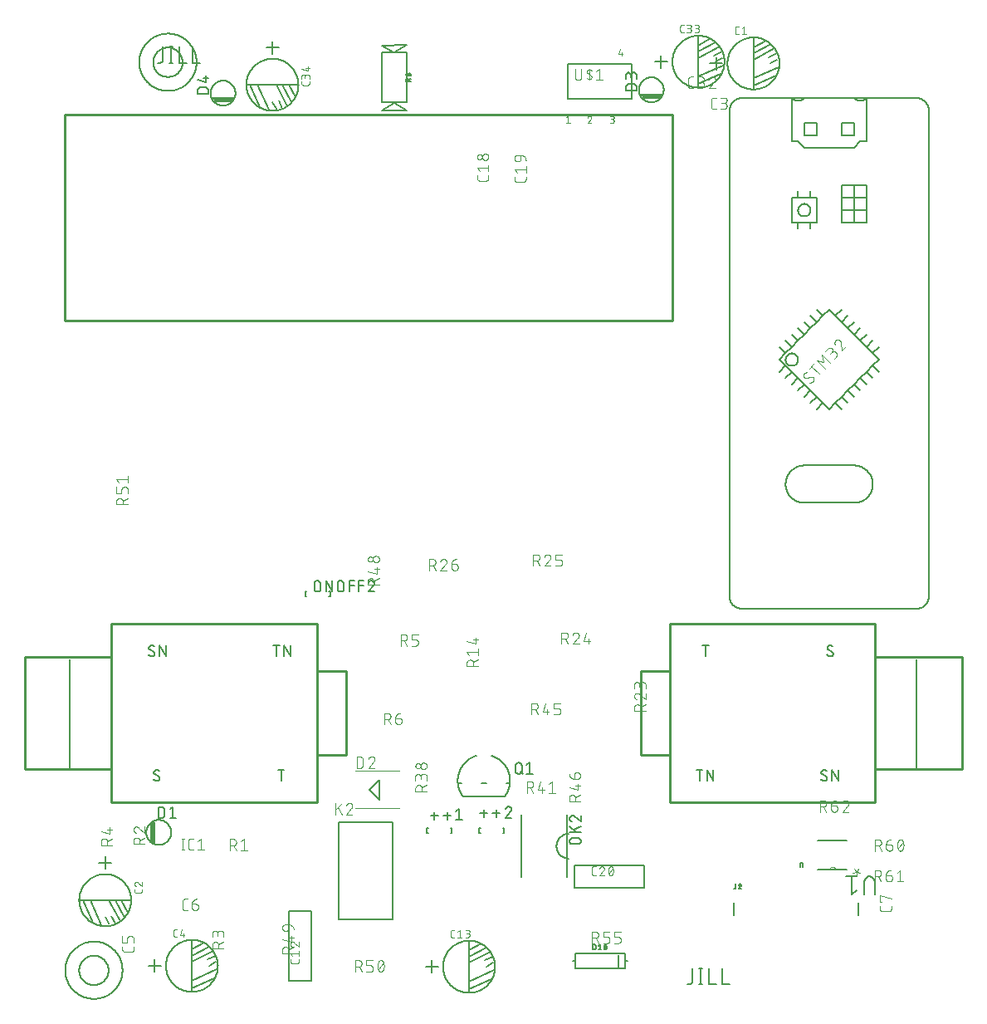
<source format=gbr>
G04 EAGLE Gerber X2 export*
%TF.Part,Single*%
%TF.FileFunction,Legend,Top,1*%
%TF.FilePolarity,Positive*%
%TF.GenerationSoftware,Autodesk,EAGLE,9.2.2*%
%TF.CreationDate,2019-03-16T21:44:51Z*%
G75*
%MOMM*%
%FSLAX34Y34*%
%LPD*%
%INSilkscreen Top*%
%AMOC8*
5,1,8,0,0,1.08239X$1,22.5*%
G01*
%ADD10C,0.152400*%
%ADD11C,0.127000*%
%ADD12C,0.101600*%
%ADD13C,0.203200*%
%ADD14C,0.254000*%
%ADD15C,0.000000*%
%ADD16C,0.076200*%


D10*
X105420Y979185D02*
X105420Y966542D01*
X105418Y966424D01*
X105412Y966306D01*
X105403Y966188D01*
X105389Y966071D01*
X105372Y965954D01*
X105351Y965837D01*
X105326Y965722D01*
X105297Y965607D01*
X105264Y965493D01*
X105228Y965381D01*
X105188Y965270D01*
X105145Y965160D01*
X105098Y965051D01*
X105048Y964944D01*
X104993Y964839D01*
X104936Y964736D01*
X104875Y964635D01*
X104811Y964535D01*
X104744Y964438D01*
X104674Y964343D01*
X104600Y964251D01*
X104524Y964160D01*
X104444Y964073D01*
X104362Y963988D01*
X104277Y963906D01*
X104190Y963826D01*
X104099Y963750D01*
X104007Y963676D01*
X103912Y963606D01*
X103815Y963539D01*
X103715Y963475D01*
X103614Y963414D01*
X103511Y963357D01*
X103406Y963302D01*
X103299Y963252D01*
X103190Y963205D01*
X103080Y963162D01*
X102969Y963122D01*
X102857Y963086D01*
X102743Y963053D01*
X102628Y963024D01*
X102513Y962999D01*
X102396Y962978D01*
X102279Y962961D01*
X102162Y962947D01*
X102044Y962938D01*
X101926Y962932D01*
X101808Y962930D01*
X101808Y962929D02*
X100001Y962929D01*
X113876Y962929D02*
X113876Y979185D01*
X112070Y962929D02*
X115683Y962929D01*
X115683Y979185D02*
X112070Y979185D01*
X122417Y979185D02*
X122417Y962929D01*
X129642Y962929D01*
X135964Y962929D02*
X135964Y979185D01*
X135964Y962929D02*
X143189Y962929D01*
X645640Y39903D02*
X645640Y27260D01*
X645638Y27142D01*
X645632Y27024D01*
X645623Y26906D01*
X645609Y26789D01*
X645592Y26672D01*
X645571Y26555D01*
X645546Y26440D01*
X645517Y26325D01*
X645484Y26211D01*
X645448Y26099D01*
X645408Y25988D01*
X645365Y25878D01*
X645318Y25769D01*
X645268Y25662D01*
X645213Y25557D01*
X645156Y25454D01*
X645095Y25353D01*
X645031Y25253D01*
X644964Y25156D01*
X644894Y25061D01*
X644820Y24969D01*
X644744Y24878D01*
X644664Y24791D01*
X644582Y24706D01*
X644497Y24624D01*
X644410Y24544D01*
X644319Y24468D01*
X644227Y24394D01*
X644132Y24324D01*
X644035Y24257D01*
X643935Y24193D01*
X643834Y24132D01*
X643731Y24075D01*
X643626Y24020D01*
X643519Y23970D01*
X643410Y23923D01*
X643300Y23880D01*
X643189Y23840D01*
X643077Y23804D01*
X642963Y23771D01*
X642848Y23742D01*
X642733Y23717D01*
X642616Y23696D01*
X642499Y23679D01*
X642382Y23665D01*
X642264Y23656D01*
X642146Y23650D01*
X642028Y23648D01*
X642028Y23647D02*
X640221Y23647D01*
X654096Y23647D02*
X654096Y39903D01*
X652290Y23647D02*
X655903Y23647D01*
X655903Y39903D02*
X652290Y39903D01*
X662637Y39903D02*
X662637Y23647D01*
X669862Y23647D01*
X676184Y23647D02*
X676184Y39903D01*
X676184Y23647D02*
X683409Y23647D01*
D11*
X681270Y962330D02*
X681278Y962980D01*
X681302Y963630D01*
X681342Y964279D01*
X681398Y964927D01*
X681469Y965574D01*
X681557Y966218D01*
X681660Y966860D01*
X681779Y967500D01*
X681914Y968136D01*
X682064Y968769D01*
X682230Y969398D01*
X682411Y970023D01*
X682608Y970643D01*
X682819Y971258D01*
X683046Y971867D01*
X683287Y972471D01*
X683543Y973069D01*
X683814Y973660D01*
X684100Y974245D01*
X684399Y974822D01*
X684713Y975392D01*
X685040Y975954D01*
X685381Y976507D01*
X685736Y977053D01*
X686104Y977589D01*
X686485Y978116D01*
X686879Y978634D01*
X687285Y979141D01*
X687704Y979639D01*
X688135Y980126D01*
X688577Y980603D01*
X689032Y981068D01*
X689497Y981523D01*
X689974Y981965D01*
X690461Y982396D01*
X690959Y982815D01*
X691466Y983221D01*
X691984Y983615D01*
X692511Y983996D01*
X693047Y984364D01*
X693593Y984719D01*
X694146Y985060D01*
X694708Y985387D01*
X695278Y985701D01*
X695855Y986000D01*
X696440Y986286D01*
X697031Y986557D01*
X697629Y986813D01*
X698233Y987054D01*
X698842Y987281D01*
X699457Y987492D01*
X700077Y987689D01*
X700702Y987870D01*
X701331Y988036D01*
X701964Y988186D01*
X702600Y988321D01*
X703240Y988440D01*
X703882Y988543D01*
X704526Y988631D01*
X705173Y988702D01*
X705821Y988758D01*
X706470Y988798D01*
X707120Y988822D01*
X707770Y988830D01*
X708420Y988822D01*
X709070Y988798D01*
X709719Y988758D01*
X710367Y988702D01*
X711014Y988631D01*
X711658Y988543D01*
X712300Y988440D01*
X712940Y988321D01*
X713576Y988186D01*
X714209Y988036D01*
X714838Y987870D01*
X715463Y987689D01*
X716083Y987492D01*
X716698Y987281D01*
X717307Y987054D01*
X717911Y986813D01*
X718509Y986557D01*
X719100Y986286D01*
X719685Y986000D01*
X720262Y985701D01*
X720832Y985387D01*
X721394Y985060D01*
X721947Y984719D01*
X722493Y984364D01*
X723029Y983996D01*
X723556Y983615D01*
X724074Y983221D01*
X724581Y982815D01*
X725079Y982396D01*
X725566Y981965D01*
X726043Y981523D01*
X726508Y981068D01*
X726963Y980603D01*
X727405Y980126D01*
X727836Y979639D01*
X728255Y979141D01*
X728661Y978634D01*
X729055Y978116D01*
X729436Y977589D01*
X729804Y977053D01*
X730159Y976507D01*
X730500Y975954D01*
X730827Y975392D01*
X731141Y974822D01*
X731440Y974245D01*
X731726Y973660D01*
X731997Y973069D01*
X732253Y972471D01*
X732494Y971867D01*
X732721Y971258D01*
X732932Y970643D01*
X733129Y970023D01*
X733310Y969398D01*
X733476Y968769D01*
X733626Y968136D01*
X733761Y967500D01*
X733880Y966860D01*
X733983Y966218D01*
X734071Y965574D01*
X734142Y964927D01*
X734198Y964279D01*
X734238Y963630D01*
X734262Y962980D01*
X734270Y962330D01*
X734262Y961680D01*
X734238Y961030D01*
X734198Y960381D01*
X734142Y959733D01*
X734071Y959086D01*
X733983Y958442D01*
X733880Y957800D01*
X733761Y957160D01*
X733626Y956524D01*
X733476Y955891D01*
X733310Y955262D01*
X733129Y954637D01*
X732932Y954017D01*
X732721Y953402D01*
X732494Y952793D01*
X732253Y952189D01*
X731997Y951591D01*
X731726Y951000D01*
X731440Y950415D01*
X731141Y949838D01*
X730827Y949268D01*
X730500Y948706D01*
X730159Y948153D01*
X729804Y947607D01*
X729436Y947071D01*
X729055Y946544D01*
X728661Y946026D01*
X728255Y945519D01*
X727836Y945021D01*
X727405Y944534D01*
X726963Y944057D01*
X726508Y943592D01*
X726043Y943137D01*
X725566Y942695D01*
X725079Y942264D01*
X724581Y941845D01*
X724074Y941439D01*
X723556Y941045D01*
X723029Y940664D01*
X722493Y940296D01*
X721947Y939941D01*
X721394Y939600D01*
X720832Y939273D01*
X720262Y938959D01*
X719685Y938660D01*
X719100Y938374D01*
X718509Y938103D01*
X717911Y937847D01*
X717307Y937606D01*
X716698Y937379D01*
X716083Y937168D01*
X715463Y936971D01*
X714838Y936790D01*
X714209Y936624D01*
X713576Y936474D01*
X712940Y936339D01*
X712300Y936220D01*
X711658Y936117D01*
X711014Y936029D01*
X710367Y935958D01*
X709719Y935902D01*
X709070Y935862D01*
X708420Y935838D01*
X707770Y935830D01*
X707120Y935838D01*
X706470Y935862D01*
X705821Y935902D01*
X705173Y935958D01*
X704526Y936029D01*
X703882Y936117D01*
X703240Y936220D01*
X702600Y936339D01*
X701964Y936474D01*
X701331Y936624D01*
X700702Y936790D01*
X700077Y936971D01*
X699457Y937168D01*
X698842Y937379D01*
X698233Y937606D01*
X697629Y937847D01*
X697031Y938103D01*
X696440Y938374D01*
X695855Y938660D01*
X695278Y938959D01*
X694708Y939273D01*
X694146Y939600D01*
X693593Y939941D01*
X693047Y940296D01*
X692511Y940664D01*
X691984Y941045D01*
X691466Y941439D01*
X690959Y941845D01*
X690461Y942264D01*
X689974Y942695D01*
X689497Y943137D01*
X689032Y943592D01*
X688577Y944057D01*
X688135Y944534D01*
X687704Y945021D01*
X687285Y945519D01*
X686879Y946026D01*
X686485Y946544D01*
X686104Y947071D01*
X685736Y947607D01*
X685381Y948153D01*
X685040Y948706D01*
X684713Y949268D01*
X684399Y949838D01*
X684100Y950415D01*
X683814Y951000D01*
X683543Y951591D01*
X683287Y952189D01*
X683046Y952793D01*
X682819Y953402D01*
X682608Y954017D01*
X682411Y954637D01*
X682230Y955262D01*
X682064Y955891D01*
X681914Y956524D01*
X681779Y957160D01*
X681660Y957800D01*
X681557Y958442D01*
X681469Y959086D01*
X681398Y959733D01*
X681342Y960381D01*
X681302Y961030D01*
X681278Y961680D01*
X681270Y962330D01*
X669670Y962330D02*
X663320Y962330D01*
X669670Y962330D02*
X676020Y962330D01*
X669670Y962330D02*
X669670Y968680D01*
X669670Y962330D02*
X669670Y955980D01*
X707770Y978840D02*
X707770Y989000D01*
X707770Y978840D02*
X707770Y972490D01*
X707770Y966140D01*
X707770Y947090D01*
X707770Y939470D01*
X707770Y935660D01*
X707770Y939470D02*
X730630Y949630D01*
X733170Y958520D02*
X707770Y947090D01*
X723645Y968680D02*
X731900Y972490D01*
X729360Y977570D02*
X707770Y966140D01*
X707770Y972490D02*
X725550Y982015D01*
X720470Y985825D02*
X707770Y978840D01*
X725270Y962330D02*
X731900Y966140D01*
D12*
X692727Y992048D02*
X690977Y992048D01*
X690896Y992050D01*
X690816Y992055D01*
X690735Y992065D01*
X690655Y992078D01*
X690576Y992094D01*
X690498Y992115D01*
X690421Y992139D01*
X690345Y992166D01*
X690270Y992197D01*
X690197Y992231D01*
X690125Y992269D01*
X690056Y992310D01*
X689988Y992354D01*
X689922Y992401D01*
X689859Y992452D01*
X689798Y992505D01*
X689740Y992561D01*
X689684Y992619D01*
X689631Y992680D01*
X689580Y992743D01*
X689533Y992809D01*
X689489Y992877D01*
X689448Y992946D01*
X689410Y993018D01*
X689376Y993091D01*
X689345Y993166D01*
X689318Y993242D01*
X689294Y993319D01*
X689273Y993397D01*
X689257Y993476D01*
X689244Y993556D01*
X689234Y993637D01*
X689229Y993717D01*
X689227Y993798D01*
X689228Y993798D02*
X689228Y998172D01*
X689227Y998172D02*
X689229Y998255D01*
X689235Y998338D01*
X689245Y998421D01*
X689259Y998503D01*
X689276Y998585D01*
X689298Y998665D01*
X689323Y998744D01*
X689352Y998822D01*
X689385Y998899D01*
X689422Y998974D01*
X689461Y999047D01*
X689505Y999118D01*
X689551Y999187D01*
X689601Y999254D01*
X689654Y999318D01*
X689710Y999380D01*
X689769Y999439D01*
X689831Y999495D01*
X689895Y999548D01*
X689962Y999597D01*
X690031Y999644D01*
X690102Y999688D01*
X690175Y999727D01*
X690250Y999764D01*
X690327Y999797D01*
X690405Y999826D01*
X690484Y999851D01*
X690564Y999873D01*
X690646Y999890D01*
X690728Y999904D01*
X690811Y999914D01*
X690894Y999920D01*
X690977Y999922D01*
X692727Y999922D01*
X695923Y998172D02*
X698111Y999922D01*
X698111Y992048D01*
X700298Y992048D02*
X695923Y992048D01*
X437487Y847943D02*
X437487Y845347D01*
X437485Y845248D01*
X437479Y845148D01*
X437470Y845049D01*
X437457Y844951D01*
X437440Y844853D01*
X437419Y844755D01*
X437394Y844659D01*
X437366Y844564D01*
X437334Y844470D01*
X437299Y844377D01*
X437260Y844285D01*
X437217Y844195D01*
X437172Y844107D01*
X437122Y844020D01*
X437070Y843936D01*
X437014Y843853D01*
X436956Y843773D01*
X436894Y843695D01*
X436829Y843620D01*
X436761Y843547D01*
X436691Y843477D01*
X436618Y843409D01*
X436543Y843344D01*
X436465Y843282D01*
X436385Y843224D01*
X436302Y843168D01*
X436218Y843116D01*
X436131Y843066D01*
X436043Y843021D01*
X435953Y842978D01*
X435861Y842939D01*
X435768Y842904D01*
X435674Y842872D01*
X435579Y842844D01*
X435483Y842819D01*
X435385Y842798D01*
X435287Y842781D01*
X435189Y842768D01*
X435090Y842759D01*
X434990Y842753D01*
X434891Y842751D01*
X434891Y842750D02*
X428400Y842750D01*
X428301Y842752D01*
X428201Y842758D01*
X428102Y842767D01*
X428004Y842780D01*
X427906Y842798D01*
X427808Y842818D01*
X427712Y842843D01*
X427616Y842871D01*
X427522Y842903D01*
X427429Y842938D01*
X427338Y842977D01*
X427248Y843020D01*
X427159Y843065D01*
X427073Y843115D01*
X426988Y843167D01*
X426906Y843223D01*
X426826Y843282D01*
X426748Y843343D01*
X426672Y843408D01*
X426599Y843476D01*
X426529Y843546D01*
X426461Y843619D01*
X426396Y843695D01*
X426335Y843773D01*
X426276Y843853D01*
X426220Y843935D01*
X426168Y844020D01*
X426119Y844106D01*
X426073Y844195D01*
X426030Y844285D01*
X425991Y844376D01*
X425956Y844469D01*
X425924Y844563D01*
X425896Y844659D01*
X425871Y844755D01*
X425851Y844853D01*
X425833Y844951D01*
X425820Y845049D01*
X425811Y845148D01*
X425805Y845247D01*
X425803Y845347D01*
X425803Y847943D01*
X428400Y852309D02*
X425803Y855554D01*
X437487Y855554D01*
X437487Y852309D02*
X437487Y858800D01*
X434242Y863738D02*
X434129Y863740D01*
X434016Y863746D01*
X433903Y863756D01*
X433790Y863770D01*
X433678Y863787D01*
X433567Y863809D01*
X433457Y863834D01*
X433347Y863864D01*
X433239Y863897D01*
X433132Y863934D01*
X433026Y863974D01*
X432922Y864019D01*
X432819Y864067D01*
X432718Y864118D01*
X432619Y864173D01*
X432522Y864231D01*
X432427Y864293D01*
X432334Y864358D01*
X432244Y864426D01*
X432156Y864497D01*
X432070Y864572D01*
X431987Y864649D01*
X431907Y864729D01*
X431830Y864812D01*
X431755Y864898D01*
X431684Y864986D01*
X431616Y865076D01*
X431551Y865169D01*
X431489Y865264D01*
X431431Y865361D01*
X431376Y865460D01*
X431325Y865561D01*
X431277Y865664D01*
X431232Y865768D01*
X431192Y865874D01*
X431155Y865981D01*
X431122Y866089D01*
X431092Y866199D01*
X431067Y866309D01*
X431045Y866420D01*
X431028Y866532D01*
X431014Y866645D01*
X431004Y866758D01*
X430998Y866871D01*
X430996Y866984D01*
X430998Y867097D01*
X431004Y867210D01*
X431014Y867323D01*
X431028Y867436D01*
X431045Y867548D01*
X431067Y867659D01*
X431092Y867769D01*
X431122Y867879D01*
X431155Y867987D01*
X431192Y868094D01*
X431232Y868200D01*
X431277Y868304D01*
X431325Y868407D01*
X431376Y868508D01*
X431431Y868607D01*
X431489Y868704D01*
X431551Y868799D01*
X431616Y868892D01*
X431684Y868982D01*
X431755Y869070D01*
X431830Y869156D01*
X431907Y869239D01*
X431987Y869319D01*
X432070Y869396D01*
X432156Y869471D01*
X432244Y869542D01*
X432334Y869610D01*
X432427Y869675D01*
X432522Y869737D01*
X432619Y869795D01*
X432718Y869850D01*
X432819Y869901D01*
X432922Y869949D01*
X433026Y869994D01*
X433132Y870034D01*
X433239Y870071D01*
X433347Y870104D01*
X433457Y870134D01*
X433567Y870159D01*
X433678Y870181D01*
X433790Y870198D01*
X433903Y870212D01*
X434016Y870222D01*
X434129Y870228D01*
X434242Y870230D01*
X434355Y870228D01*
X434468Y870222D01*
X434581Y870212D01*
X434694Y870198D01*
X434806Y870181D01*
X434917Y870159D01*
X435027Y870134D01*
X435137Y870104D01*
X435245Y870071D01*
X435352Y870034D01*
X435458Y869994D01*
X435562Y869949D01*
X435665Y869901D01*
X435766Y869850D01*
X435865Y869795D01*
X435962Y869737D01*
X436057Y869675D01*
X436150Y869610D01*
X436240Y869542D01*
X436328Y869471D01*
X436414Y869396D01*
X436497Y869319D01*
X436577Y869239D01*
X436654Y869156D01*
X436729Y869070D01*
X436800Y868982D01*
X436868Y868892D01*
X436933Y868799D01*
X436995Y868704D01*
X437053Y868607D01*
X437108Y868508D01*
X437159Y868407D01*
X437207Y868304D01*
X437252Y868200D01*
X437292Y868094D01*
X437329Y867987D01*
X437362Y867879D01*
X437392Y867769D01*
X437417Y867659D01*
X437439Y867548D01*
X437456Y867436D01*
X437470Y867323D01*
X437480Y867210D01*
X437486Y867097D01*
X437488Y866984D01*
X437486Y866871D01*
X437480Y866758D01*
X437470Y866645D01*
X437456Y866532D01*
X437439Y866420D01*
X437417Y866309D01*
X437392Y866199D01*
X437362Y866089D01*
X437329Y865981D01*
X437292Y865874D01*
X437252Y865768D01*
X437207Y865664D01*
X437159Y865561D01*
X437108Y865460D01*
X437053Y865361D01*
X436995Y865264D01*
X436933Y865169D01*
X436868Y865076D01*
X436800Y864986D01*
X436729Y864898D01*
X436654Y864812D01*
X436577Y864729D01*
X436497Y864649D01*
X436414Y864572D01*
X436328Y864497D01*
X436240Y864426D01*
X436150Y864358D01*
X436057Y864293D01*
X435962Y864231D01*
X435865Y864173D01*
X435766Y864118D01*
X435665Y864067D01*
X435562Y864019D01*
X435458Y863974D01*
X435352Y863934D01*
X435245Y863897D01*
X435137Y863864D01*
X435027Y863834D01*
X434917Y863809D01*
X434806Y863787D01*
X434694Y863770D01*
X434581Y863756D01*
X434468Y863746D01*
X434355Y863740D01*
X434242Y863738D01*
X428400Y864388D02*
X428299Y864390D01*
X428199Y864396D01*
X428099Y864406D01*
X427999Y864419D01*
X427900Y864437D01*
X427801Y864458D01*
X427704Y864483D01*
X427607Y864512D01*
X427512Y864545D01*
X427418Y864581D01*
X427326Y864621D01*
X427235Y864664D01*
X427146Y864711D01*
X427059Y864761D01*
X426973Y864815D01*
X426890Y864872D01*
X426810Y864932D01*
X426731Y864995D01*
X426655Y865062D01*
X426582Y865131D01*
X426512Y865203D01*
X426444Y865277D01*
X426379Y865354D01*
X426318Y865434D01*
X426259Y865516D01*
X426204Y865600D01*
X426152Y865686D01*
X426103Y865774D01*
X426058Y865864D01*
X426016Y865956D01*
X425978Y866049D01*
X425944Y866144D01*
X425913Y866239D01*
X425886Y866336D01*
X425863Y866434D01*
X425843Y866533D01*
X425828Y866633D01*
X425816Y866733D01*
X425808Y866833D01*
X425804Y866934D01*
X425804Y867034D01*
X425808Y867135D01*
X425816Y867235D01*
X425828Y867335D01*
X425843Y867435D01*
X425863Y867534D01*
X425886Y867632D01*
X425913Y867729D01*
X425944Y867824D01*
X425978Y867919D01*
X426016Y868012D01*
X426058Y868104D01*
X426103Y868194D01*
X426152Y868282D01*
X426204Y868368D01*
X426259Y868452D01*
X426318Y868534D01*
X426379Y868614D01*
X426444Y868691D01*
X426512Y868765D01*
X426582Y868837D01*
X426655Y868906D01*
X426731Y868973D01*
X426810Y869036D01*
X426890Y869096D01*
X426973Y869153D01*
X427059Y869207D01*
X427146Y869257D01*
X427235Y869304D01*
X427326Y869347D01*
X427418Y869387D01*
X427512Y869423D01*
X427607Y869456D01*
X427704Y869485D01*
X427801Y869510D01*
X427900Y869531D01*
X427999Y869549D01*
X428099Y869562D01*
X428199Y869572D01*
X428299Y869578D01*
X428400Y869580D01*
X428501Y869578D01*
X428601Y869572D01*
X428701Y869562D01*
X428801Y869549D01*
X428900Y869531D01*
X428999Y869510D01*
X429096Y869485D01*
X429193Y869456D01*
X429288Y869423D01*
X429382Y869387D01*
X429474Y869347D01*
X429565Y869304D01*
X429654Y869257D01*
X429741Y869207D01*
X429827Y869153D01*
X429910Y869096D01*
X429990Y869036D01*
X430069Y868973D01*
X430145Y868906D01*
X430218Y868837D01*
X430288Y868765D01*
X430356Y868691D01*
X430421Y868614D01*
X430482Y868534D01*
X430541Y868452D01*
X430596Y868368D01*
X430648Y868282D01*
X430697Y868194D01*
X430742Y868104D01*
X430784Y868012D01*
X430822Y867919D01*
X430856Y867824D01*
X430887Y867729D01*
X430914Y867632D01*
X430937Y867534D01*
X430957Y867435D01*
X430972Y867335D01*
X430984Y867235D01*
X430992Y867135D01*
X430996Y867034D01*
X430996Y866934D01*
X430992Y866833D01*
X430984Y866733D01*
X430972Y866633D01*
X430957Y866533D01*
X430937Y866434D01*
X430914Y866336D01*
X430887Y866239D01*
X430856Y866144D01*
X430822Y866049D01*
X430784Y865956D01*
X430742Y865864D01*
X430697Y865774D01*
X430648Y865686D01*
X430596Y865600D01*
X430541Y865516D01*
X430482Y865434D01*
X430421Y865354D01*
X430356Y865277D01*
X430288Y865203D01*
X430218Y865131D01*
X430145Y865062D01*
X430069Y864995D01*
X429990Y864932D01*
X429910Y864872D01*
X429827Y864815D01*
X429741Y864761D01*
X429654Y864711D01*
X429565Y864664D01*
X429474Y864621D01*
X429382Y864581D01*
X429288Y864545D01*
X429193Y864512D01*
X429096Y864483D01*
X428999Y864458D01*
X428900Y864437D01*
X428801Y864419D01*
X428701Y864406D01*
X428601Y864396D01*
X428501Y864390D01*
X428400Y864388D01*
X475629Y846505D02*
X475629Y843909D01*
X475628Y843909D02*
X475626Y843810D01*
X475620Y843710D01*
X475611Y843611D01*
X475598Y843513D01*
X475581Y843415D01*
X475560Y843317D01*
X475535Y843221D01*
X475507Y843126D01*
X475475Y843032D01*
X475440Y842939D01*
X475401Y842847D01*
X475358Y842757D01*
X475313Y842669D01*
X475263Y842582D01*
X475211Y842498D01*
X475155Y842415D01*
X475097Y842335D01*
X475035Y842257D01*
X474970Y842182D01*
X474902Y842109D01*
X474832Y842039D01*
X474759Y841971D01*
X474684Y841906D01*
X474606Y841844D01*
X474526Y841786D01*
X474443Y841730D01*
X474359Y841678D01*
X474272Y841628D01*
X474184Y841583D01*
X474094Y841540D01*
X474002Y841501D01*
X473909Y841466D01*
X473815Y841434D01*
X473720Y841406D01*
X473624Y841381D01*
X473526Y841360D01*
X473428Y841343D01*
X473330Y841330D01*
X473231Y841321D01*
X473131Y841315D01*
X473032Y841313D01*
X473032Y841312D02*
X466541Y841312D01*
X466442Y841314D01*
X466342Y841320D01*
X466243Y841329D01*
X466145Y841342D01*
X466047Y841360D01*
X465949Y841380D01*
X465853Y841405D01*
X465757Y841433D01*
X465663Y841465D01*
X465570Y841500D01*
X465479Y841539D01*
X465389Y841582D01*
X465300Y841627D01*
X465214Y841677D01*
X465129Y841729D01*
X465047Y841785D01*
X464967Y841844D01*
X464889Y841905D01*
X464813Y841970D01*
X464740Y842038D01*
X464670Y842108D01*
X464602Y842181D01*
X464537Y842257D01*
X464476Y842335D01*
X464417Y842415D01*
X464361Y842497D01*
X464309Y842582D01*
X464260Y842668D01*
X464214Y842757D01*
X464171Y842847D01*
X464132Y842938D01*
X464097Y843031D01*
X464065Y843125D01*
X464037Y843221D01*
X464012Y843317D01*
X463992Y843415D01*
X463974Y843513D01*
X463961Y843611D01*
X463952Y843710D01*
X463946Y843809D01*
X463944Y843909D01*
X463945Y843909D02*
X463945Y846505D01*
X466541Y850870D02*
X463945Y854116D01*
X475629Y854116D01*
X475629Y857361D02*
X475629Y850870D01*
X470436Y864897D02*
X470436Y868791D01*
X470435Y864897D02*
X470433Y864798D01*
X470427Y864698D01*
X470418Y864599D01*
X470405Y864501D01*
X470388Y864403D01*
X470367Y864305D01*
X470342Y864209D01*
X470314Y864114D01*
X470282Y864020D01*
X470247Y863927D01*
X470208Y863835D01*
X470165Y863745D01*
X470120Y863657D01*
X470070Y863570D01*
X470018Y863486D01*
X469962Y863403D01*
X469904Y863323D01*
X469842Y863245D01*
X469777Y863170D01*
X469709Y863097D01*
X469639Y863027D01*
X469566Y862959D01*
X469491Y862894D01*
X469413Y862832D01*
X469333Y862774D01*
X469250Y862718D01*
X469166Y862666D01*
X469079Y862616D01*
X468991Y862571D01*
X468901Y862528D01*
X468809Y862489D01*
X468716Y862454D01*
X468622Y862422D01*
X468527Y862394D01*
X468431Y862369D01*
X468333Y862348D01*
X468235Y862331D01*
X468137Y862318D01*
X468038Y862309D01*
X467938Y862303D01*
X467839Y862301D01*
X467839Y862300D02*
X467190Y862300D01*
X467077Y862302D01*
X466964Y862308D01*
X466851Y862318D01*
X466738Y862332D01*
X466626Y862349D01*
X466515Y862371D01*
X466405Y862396D01*
X466295Y862426D01*
X466187Y862459D01*
X466080Y862496D01*
X465974Y862536D01*
X465870Y862581D01*
X465767Y862629D01*
X465666Y862680D01*
X465567Y862735D01*
X465470Y862793D01*
X465375Y862855D01*
X465282Y862920D01*
X465192Y862988D01*
X465104Y863059D01*
X465018Y863134D01*
X464935Y863211D01*
X464855Y863291D01*
X464778Y863374D01*
X464703Y863460D01*
X464632Y863548D01*
X464564Y863638D01*
X464499Y863731D01*
X464437Y863826D01*
X464379Y863923D01*
X464324Y864022D01*
X464273Y864123D01*
X464225Y864226D01*
X464180Y864330D01*
X464140Y864436D01*
X464103Y864543D01*
X464070Y864651D01*
X464040Y864761D01*
X464015Y864871D01*
X463993Y864982D01*
X463976Y865094D01*
X463962Y865207D01*
X463952Y865320D01*
X463946Y865433D01*
X463944Y865546D01*
X463946Y865659D01*
X463952Y865772D01*
X463962Y865885D01*
X463976Y865998D01*
X463993Y866110D01*
X464015Y866221D01*
X464040Y866331D01*
X464070Y866441D01*
X464103Y866549D01*
X464140Y866656D01*
X464180Y866762D01*
X464225Y866866D01*
X464273Y866969D01*
X464324Y867070D01*
X464379Y867169D01*
X464437Y867266D01*
X464499Y867361D01*
X464564Y867454D01*
X464632Y867544D01*
X464703Y867632D01*
X464778Y867718D01*
X464855Y867801D01*
X464935Y867881D01*
X465018Y867958D01*
X465104Y868033D01*
X465192Y868104D01*
X465282Y868172D01*
X465375Y868237D01*
X465470Y868299D01*
X465567Y868357D01*
X465666Y868412D01*
X465767Y868463D01*
X465870Y868511D01*
X465974Y868556D01*
X466080Y868596D01*
X466187Y868633D01*
X466295Y868666D01*
X466405Y868696D01*
X466515Y868721D01*
X466626Y868743D01*
X466738Y868760D01*
X466851Y868774D01*
X466964Y868784D01*
X467077Y868790D01*
X467190Y868792D01*
X467190Y868791D02*
X470436Y868791D01*
X470579Y868789D01*
X470722Y868783D01*
X470865Y868773D01*
X471007Y868759D01*
X471149Y868742D01*
X471291Y868720D01*
X471432Y868695D01*
X471572Y868665D01*
X471711Y868632D01*
X471849Y868595D01*
X471986Y868554D01*
X472122Y868510D01*
X472257Y868461D01*
X472390Y868409D01*
X472522Y868354D01*
X472652Y868294D01*
X472781Y868231D01*
X472908Y868165D01*
X473033Y868095D01*
X473155Y868022D01*
X473276Y867945D01*
X473395Y867865D01*
X473511Y867782D01*
X473626Y867696D01*
X473737Y867607D01*
X473847Y867514D01*
X473953Y867419D01*
X474057Y867320D01*
X474158Y867219D01*
X474257Y867115D01*
X474352Y867009D01*
X474445Y866899D01*
X474534Y866788D01*
X474620Y866673D01*
X474703Y866557D01*
X474783Y866438D01*
X474860Y866317D01*
X474933Y866195D01*
X475003Y866070D01*
X475069Y865943D01*
X475132Y865814D01*
X475192Y865684D01*
X475247Y865552D01*
X475299Y865419D01*
X475348Y865284D01*
X475392Y865148D01*
X475433Y865011D01*
X475470Y864873D01*
X475503Y864734D01*
X475533Y864594D01*
X475558Y864453D01*
X475580Y864311D01*
X475597Y864169D01*
X475611Y864027D01*
X475621Y863884D01*
X475627Y863741D01*
X475629Y863598D01*
X667130Y915699D02*
X669726Y915699D01*
X667130Y915699D02*
X667031Y915701D01*
X666931Y915707D01*
X666832Y915716D01*
X666734Y915729D01*
X666636Y915746D01*
X666538Y915767D01*
X666442Y915792D01*
X666347Y915820D01*
X666253Y915852D01*
X666160Y915887D01*
X666068Y915926D01*
X665978Y915969D01*
X665890Y916014D01*
X665803Y916064D01*
X665719Y916116D01*
X665636Y916172D01*
X665556Y916230D01*
X665478Y916292D01*
X665403Y916357D01*
X665330Y916425D01*
X665260Y916495D01*
X665192Y916568D01*
X665127Y916643D01*
X665065Y916721D01*
X665007Y916801D01*
X664951Y916884D01*
X664899Y916968D01*
X664849Y917055D01*
X664804Y917143D01*
X664761Y917233D01*
X664722Y917325D01*
X664687Y917418D01*
X664655Y917512D01*
X664627Y917607D01*
X664602Y917703D01*
X664581Y917801D01*
X664564Y917899D01*
X664551Y917997D01*
X664542Y918096D01*
X664536Y918196D01*
X664534Y918295D01*
X664534Y924786D01*
X664536Y924885D01*
X664542Y924985D01*
X664551Y925084D01*
X664564Y925182D01*
X664581Y925280D01*
X664602Y925378D01*
X664627Y925474D01*
X664655Y925569D01*
X664687Y925663D01*
X664722Y925756D01*
X664761Y925848D01*
X664804Y925938D01*
X664849Y926026D01*
X664899Y926113D01*
X664951Y926197D01*
X665007Y926280D01*
X665065Y926360D01*
X665127Y926438D01*
X665192Y926513D01*
X665260Y926586D01*
X665330Y926656D01*
X665403Y926724D01*
X665478Y926789D01*
X665556Y926851D01*
X665636Y926909D01*
X665719Y926965D01*
X665803Y927017D01*
X665890Y927067D01*
X665978Y927112D01*
X666068Y927155D01*
X666160Y927194D01*
X666252Y927229D01*
X666347Y927261D01*
X666442Y927289D01*
X666538Y927314D01*
X666636Y927335D01*
X666734Y927352D01*
X666832Y927365D01*
X666931Y927374D01*
X667031Y927380D01*
X667130Y927382D01*
X667130Y927383D02*
X669726Y927383D01*
X674092Y915699D02*
X677337Y915699D01*
X677337Y915698D02*
X677450Y915700D01*
X677563Y915706D01*
X677676Y915716D01*
X677789Y915730D01*
X677901Y915747D01*
X678012Y915769D01*
X678122Y915794D01*
X678232Y915824D01*
X678340Y915857D01*
X678447Y915894D01*
X678553Y915934D01*
X678657Y915979D01*
X678760Y916027D01*
X678861Y916078D01*
X678960Y916133D01*
X679057Y916191D01*
X679152Y916253D01*
X679245Y916318D01*
X679335Y916386D01*
X679423Y916457D01*
X679509Y916532D01*
X679592Y916609D01*
X679672Y916689D01*
X679749Y916772D01*
X679824Y916858D01*
X679895Y916946D01*
X679963Y917036D01*
X680028Y917129D01*
X680090Y917224D01*
X680148Y917321D01*
X680203Y917420D01*
X680254Y917521D01*
X680302Y917624D01*
X680347Y917728D01*
X680387Y917834D01*
X680424Y917941D01*
X680457Y918049D01*
X680487Y918159D01*
X680512Y918269D01*
X680534Y918380D01*
X680551Y918492D01*
X680565Y918605D01*
X680575Y918718D01*
X680581Y918831D01*
X680583Y918944D01*
X680581Y919057D01*
X680575Y919170D01*
X680565Y919283D01*
X680551Y919396D01*
X680534Y919508D01*
X680512Y919619D01*
X680487Y919729D01*
X680457Y919839D01*
X680424Y919947D01*
X680387Y920054D01*
X680347Y920160D01*
X680302Y920264D01*
X680254Y920367D01*
X680203Y920468D01*
X680148Y920567D01*
X680090Y920664D01*
X680028Y920759D01*
X679963Y920852D01*
X679895Y920942D01*
X679824Y921030D01*
X679749Y921116D01*
X679672Y921199D01*
X679592Y921279D01*
X679509Y921356D01*
X679423Y921431D01*
X679335Y921502D01*
X679245Y921570D01*
X679152Y921635D01*
X679057Y921697D01*
X678960Y921755D01*
X678861Y921810D01*
X678760Y921861D01*
X678657Y921909D01*
X678553Y921954D01*
X678447Y921994D01*
X678340Y922031D01*
X678232Y922064D01*
X678122Y922094D01*
X678012Y922119D01*
X677901Y922141D01*
X677789Y922158D01*
X677676Y922172D01*
X677563Y922182D01*
X677450Y922188D01*
X677337Y922190D01*
X677986Y927383D02*
X674092Y927383D01*
X677986Y927382D02*
X678087Y927380D01*
X678187Y927374D01*
X678287Y927364D01*
X678387Y927351D01*
X678486Y927333D01*
X678585Y927312D01*
X678682Y927287D01*
X678779Y927258D01*
X678874Y927225D01*
X678968Y927189D01*
X679060Y927149D01*
X679151Y927106D01*
X679240Y927059D01*
X679327Y927009D01*
X679413Y926955D01*
X679496Y926898D01*
X679576Y926838D01*
X679655Y926775D01*
X679731Y926708D01*
X679804Y926639D01*
X679874Y926567D01*
X679942Y926493D01*
X680007Y926416D01*
X680068Y926336D01*
X680127Y926254D01*
X680182Y926170D01*
X680234Y926084D01*
X680283Y925996D01*
X680328Y925906D01*
X680370Y925814D01*
X680408Y925721D01*
X680442Y925626D01*
X680473Y925531D01*
X680500Y925434D01*
X680523Y925336D01*
X680543Y925237D01*
X680558Y925137D01*
X680570Y925037D01*
X680578Y924937D01*
X680582Y924836D01*
X680582Y924736D01*
X680578Y924635D01*
X680570Y924535D01*
X680558Y924435D01*
X680543Y924335D01*
X680523Y924236D01*
X680500Y924138D01*
X680473Y924041D01*
X680442Y923946D01*
X680408Y923851D01*
X680370Y923758D01*
X680328Y923666D01*
X680283Y923576D01*
X680234Y923488D01*
X680182Y923402D01*
X680127Y923318D01*
X680068Y923236D01*
X680007Y923156D01*
X679942Y923079D01*
X679874Y923005D01*
X679804Y922933D01*
X679731Y922864D01*
X679655Y922797D01*
X679576Y922734D01*
X679496Y922674D01*
X679413Y922617D01*
X679327Y922563D01*
X679240Y922513D01*
X679151Y922466D01*
X679060Y922423D01*
X678968Y922383D01*
X678874Y922347D01*
X678779Y922314D01*
X678682Y922285D01*
X678585Y922260D01*
X678486Y922239D01*
X678387Y922221D01*
X678287Y922208D01*
X678187Y922198D01*
X678087Y922192D01*
X677986Y922190D01*
X675390Y922190D01*
X646426Y936973D02*
X643830Y936973D01*
X643830Y936974D02*
X643731Y936976D01*
X643631Y936982D01*
X643532Y936991D01*
X643434Y937004D01*
X643336Y937021D01*
X643238Y937042D01*
X643142Y937067D01*
X643047Y937095D01*
X642953Y937127D01*
X642860Y937162D01*
X642768Y937201D01*
X642678Y937244D01*
X642590Y937289D01*
X642503Y937339D01*
X642419Y937391D01*
X642336Y937447D01*
X642256Y937505D01*
X642178Y937567D01*
X642103Y937632D01*
X642030Y937700D01*
X641960Y937770D01*
X641892Y937843D01*
X641827Y937918D01*
X641765Y937996D01*
X641707Y938076D01*
X641651Y938159D01*
X641599Y938243D01*
X641549Y938330D01*
X641504Y938418D01*
X641461Y938508D01*
X641422Y938600D01*
X641387Y938693D01*
X641355Y938787D01*
X641327Y938882D01*
X641302Y938978D01*
X641281Y939076D01*
X641264Y939174D01*
X641251Y939272D01*
X641242Y939371D01*
X641236Y939471D01*
X641234Y939570D01*
X641233Y939570D02*
X641233Y946061D01*
X641234Y946061D02*
X641236Y946160D01*
X641242Y946260D01*
X641251Y946359D01*
X641264Y946457D01*
X641281Y946555D01*
X641302Y946653D01*
X641327Y946749D01*
X641355Y946844D01*
X641387Y946938D01*
X641422Y947031D01*
X641461Y947123D01*
X641504Y947213D01*
X641549Y947301D01*
X641599Y947388D01*
X641651Y947472D01*
X641707Y947555D01*
X641765Y947635D01*
X641827Y947713D01*
X641892Y947788D01*
X641960Y947861D01*
X642030Y947931D01*
X642103Y947999D01*
X642178Y948064D01*
X642256Y948126D01*
X642336Y948184D01*
X642419Y948240D01*
X642503Y948292D01*
X642590Y948342D01*
X642678Y948387D01*
X642768Y948430D01*
X642860Y948469D01*
X642952Y948504D01*
X643047Y948536D01*
X643142Y948564D01*
X643238Y948589D01*
X643336Y948610D01*
X643434Y948627D01*
X643532Y948640D01*
X643631Y948649D01*
X643731Y948655D01*
X643830Y948657D01*
X646426Y948657D01*
X650792Y936973D02*
X654037Y936973D01*
X654150Y936975D01*
X654263Y936981D01*
X654376Y936991D01*
X654489Y937005D01*
X654601Y937022D01*
X654712Y937044D01*
X654822Y937069D01*
X654932Y937099D01*
X655040Y937132D01*
X655147Y937169D01*
X655253Y937209D01*
X655357Y937254D01*
X655460Y937302D01*
X655561Y937353D01*
X655660Y937408D01*
X655757Y937466D01*
X655852Y937528D01*
X655945Y937593D01*
X656035Y937661D01*
X656123Y937732D01*
X656209Y937807D01*
X656292Y937884D01*
X656372Y937964D01*
X656449Y938047D01*
X656524Y938133D01*
X656595Y938221D01*
X656663Y938311D01*
X656728Y938404D01*
X656790Y938499D01*
X656848Y938596D01*
X656903Y938695D01*
X656954Y938796D01*
X657002Y938899D01*
X657047Y939003D01*
X657087Y939109D01*
X657124Y939216D01*
X657157Y939324D01*
X657187Y939434D01*
X657212Y939544D01*
X657234Y939655D01*
X657251Y939767D01*
X657265Y939880D01*
X657275Y939993D01*
X657281Y940106D01*
X657283Y940219D01*
X657281Y940332D01*
X657275Y940445D01*
X657265Y940558D01*
X657251Y940671D01*
X657234Y940783D01*
X657212Y940894D01*
X657187Y941004D01*
X657157Y941114D01*
X657124Y941222D01*
X657087Y941329D01*
X657047Y941435D01*
X657002Y941539D01*
X656954Y941642D01*
X656903Y941743D01*
X656848Y941842D01*
X656790Y941939D01*
X656728Y942034D01*
X656663Y942127D01*
X656595Y942217D01*
X656524Y942305D01*
X656449Y942391D01*
X656372Y942474D01*
X656292Y942554D01*
X656209Y942631D01*
X656123Y942706D01*
X656035Y942777D01*
X655945Y942845D01*
X655852Y942910D01*
X655757Y942972D01*
X655660Y943030D01*
X655561Y943085D01*
X655460Y943136D01*
X655357Y943184D01*
X655253Y943229D01*
X655147Y943269D01*
X655040Y943306D01*
X654932Y943339D01*
X654822Y943369D01*
X654712Y943394D01*
X654601Y943416D01*
X654489Y943433D01*
X654376Y943447D01*
X654263Y943457D01*
X654150Y943463D01*
X654037Y943465D01*
X654686Y948657D02*
X650792Y948657D01*
X654686Y948657D02*
X654787Y948655D01*
X654887Y948649D01*
X654987Y948639D01*
X655087Y948626D01*
X655186Y948608D01*
X655285Y948587D01*
X655382Y948562D01*
X655479Y948533D01*
X655574Y948500D01*
X655668Y948464D01*
X655760Y948424D01*
X655851Y948381D01*
X655940Y948334D01*
X656027Y948284D01*
X656113Y948230D01*
X656196Y948173D01*
X656276Y948113D01*
X656355Y948050D01*
X656431Y947983D01*
X656504Y947914D01*
X656574Y947842D01*
X656642Y947768D01*
X656707Y947691D01*
X656768Y947611D01*
X656827Y947529D01*
X656882Y947445D01*
X656934Y947359D01*
X656983Y947271D01*
X657028Y947181D01*
X657070Y947089D01*
X657108Y946996D01*
X657142Y946901D01*
X657173Y946806D01*
X657200Y946709D01*
X657223Y946611D01*
X657243Y946512D01*
X657258Y946412D01*
X657270Y946312D01*
X657278Y946212D01*
X657282Y946111D01*
X657282Y946011D01*
X657278Y945910D01*
X657270Y945810D01*
X657258Y945710D01*
X657243Y945610D01*
X657223Y945511D01*
X657200Y945413D01*
X657173Y945316D01*
X657142Y945221D01*
X657108Y945126D01*
X657070Y945033D01*
X657028Y944941D01*
X656983Y944851D01*
X656934Y944763D01*
X656882Y944677D01*
X656827Y944593D01*
X656768Y944511D01*
X656707Y944431D01*
X656642Y944354D01*
X656574Y944280D01*
X656504Y944208D01*
X656431Y944139D01*
X656355Y944072D01*
X656276Y944009D01*
X656196Y943949D01*
X656113Y943892D01*
X656027Y943838D01*
X655940Y943788D01*
X655851Y943741D01*
X655760Y943698D01*
X655668Y943658D01*
X655574Y943622D01*
X655479Y943589D01*
X655382Y943560D01*
X655285Y943535D01*
X655186Y943514D01*
X655087Y943496D01*
X654987Y943483D01*
X654887Y943473D01*
X654787Y943467D01*
X654686Y943465D01*
X654686Y943464D02*
X652090Y943464D01*
X665792Y948657D02*
X665899Y948655D01*
X666005Y948649D01*
X666111Y948639D01*
X666217Y948626D01*
X666323Y948608D01*
X666427Y948587D01*
X666531Y948562D01*
X666634Y948533D01*
X666735Y948501D01*
X666835Y948464D01*
X666934Y948424D01*
X667032Y948381D01*
X667128Y948334D01*
X667222Y948283D01*
X667314Y948229D01*
X667404Y948172D01*
X667492Y948112D01*
X667577Y948048D01*
X667660Y947981D01*
X667741Y947911D01*
X667819Y947839D01*
X667895Y947763D01*
X667967Y947685D01*
X668037Y947604D01*
X668104Y947521D01*
X668168Y947436D01*
X668228Y947348D01*
X668285Y947258D01*
X668339Y947166D01*
X668390Y947072D01*
X668437Y946976D01*
X668480Y946878D01*
X668520Y946779D01*
X668557Y946679D01*
X668589Y946578D01*
X668618Y946475D01*
X668643Y946371D01*
X668664Y946267D01*
X668682Y946161D01*
X668695Y946055D01*
X668705Y945949D01*
X668711Y945843D01*
X668713Y945736D01*
X665792Y948658D02*
X665671Y948656D01*
X665550Y948650D01*
X665430Y948640D01*
X665309Y948627D01*
X665190Y948609D01*
X665070Y948588D01*
X664952Y948563D01*
X664835Y948534D01*
X664718Y948501D01*
X664603Y948465D01*
X664489Y948424D01*
X664376Y948381D01*
X664264Y948333D01*
X664155Y948282D01*
X664047Y948227D01*
X663940Y948169D01*
X663836Y948108D01*
X663734Y948043D01*
X663634Y947975D01*
X663536Y947904D01*
X663440Y947830D01*
X663347Y947753D01*
X663257Y947672D01*
X663169Y947589D01*
X663084Y947503D01*
X663001Y947414D01*
X662922Y947323D01*
X662845Y947229D01*
X662772Y947133D01*
X662702Y947035D01*
X662635Y946934D01*
X662571Y946831D01*
X662511Y946726D01*
X662454Y946619D01*
X662400Y946511D01*
X662350Y946401D01*
X662304Y946289D01*
X662261Y946176D01*
X662222Y946061D01*
X667739Y943464D02*
X667818Y943541D01*
X667894Y943622D01*
X667967Y943705D01*
X668037Y943790D01*
X668104Y943878D01*
X668168Y943968D01*
X668228Y944060D01*
X668285Y944155D01*
X668339Y944251D01*
X668390Y944349D01*
X668437Y944449D01*
X668481Y944551D01*
X668521Y944654D01*
X668557Y944758D01*
X668589Y944864D01*
X668618Y944970D01*
X668643Y945078D01*
X668665Y945186D01*
X668682Y945296D01*
X668696Y945405D01*
X668705Y945515D01*
X668711Y945626D01*
X668713Y945736D01*
X667739Y943464D02*
X662222Y936973D01*
X668713Y936973D01*
D11*
X625139Y964091D02*
X625147Y964741D01*
X625171Y965391D01*
X625211Y966040D01*
X625267Y966688D01*
X625338Y967335D01*
X625426Y967979D01*
X625529Y968621D01*
X625648Y969261D01*
X625783Y969897D01*
X625933Y970530D01*
X626099Y971159D01*
X626280Y971784D01*
X626477Y972404D01*
X626688Y973019D01*
X626915Y973628D01*
X627156Y974232D01*
X627412Y974830D01*
X627683Y975421D01*
X627969Y976006D01*
X628268Y976583D01*
X628582Y977153D01*
X628909Y977715D01*
X629250Y978268D01*
X629605Y978814D01*
X629973Y979350D01*
X630354Y979877D01*
X630748Y980395D01*
X631154Y980902D01*
X631573Y981400D01*
X632004Y981887D01*
X632446Y982364D01*
X632901Y982829D01*
X633366Y983284D01*
X633843Y983726D01*
X634330Y984157D01*
X634828Y984576D01*
X635335Y984982D01*
X635853Y985376D01*
X636380Y985757D01*
X636916Y986125D01*
X637462Y986480D01*
X638015Y986821D01*
X638577Y987148D01*
X639147Y987462D01*
X639724Y987761D01*
X640309Y988047D01*
X640900Y988318D01*
X641498Y988574D01*
X642102Y988815D01*
X642711Y989042D01*
X643326Y989253D01*
X643946Y989450D01*
X644571Y989631D01*
X645200Y989797D01*
X645833Y989947D01*
X646469Y990082D01*
X647109Y990201D01*
X647751Y990304D01*
X648395Y990392D01*
X649042Y990463D01*
X649690Y990519D01*
X650339Y990559D01*
X650989Y990583D01*
X651639Y990591D01*
X652289Y990583D01*
X652939Y990559D01*
X653588Y990519D01*
X654236Y990463D01*
X654883Y990392D01*
X655527Y990304D01*
X656169Y990201D01*
X656809Y990082D01*
X657445Y989947D01*
X658078Y989797D01*
X658707Y989631D01*
X659332Y989450D01*
X659952Y989253D01*
X660567Y989042D01*
X661176Y988815D01*
X661780Y988574D01*
X662378Y988318D01*
X662969Y988047D01*
X663554Y987761D01*
X664131Y987462D01*
X664701Y987148D01*
X665263Y986821D01*
X665816Y986480D01*
X666362Y986125D01*
X666898Y985757D01*
X667425Y985376D01*
X667943Y984982D01*
X668450Y984576D01*
X668948Y984157D01*
X669435Y983726D01*
X669912Y983284D01*
X670377Y982829D01*
X670832Y982364D01*
X671274Y981887D01*
X671705Y981400D01*
X672124Y980902D01*
X672530Y980395D01*
X672924Y979877D01*
X673305Y979350D01*
X673673Y978814D01*
X674028Y978268D01*
X674369Y977715D01*
X674696Y977153D01*
X675010Y976583D01*
X675309Y976006D01*
X675595Y975421D01*
X675866Y974830D01*
X676122Y974232D01*
X676363Y973628D01*
X676590Y973019D01*
X676801Y972404D01*
X676998Y971784D01*
X677179Y971159D01*
X677345Y970530D01*
X677495Y969897D01*
X677630Y969261D01*
X677749Y968621D01*
X677852Y967979D01*
X677940Y967335D01*
X678011Y966688D01*
X678067Y966040D01*
X678107Y965391D01*
X678131Y964741D01*
X678139Y964091D01*
X678131Y963441D01*
X678107Y962791D01*
X678067Y962142D01*
X678011Y961494D01*
X677940Y960847D01*
X677852Y960203D01*
X677749Y959561D01*
X677630Y958921D01*
X677495Y958285D01*
X677345Y957652D01*
X677179Y957023D01*
X676998Y956398D01*
X676801Y955778D01*
X676590Y955163D01*
X676363Y954554D01*
X676122Y953950D01*
X675866Y953352D01*
X675595Y952761D01*
X675309Y952176D01*
X675010Y951599D01*
X674696Y951029D01*
X674369Y950467D01*
X674028Y949914D01*
X673673Y949368D01*
X673305Y948832D01*
X672924Y948305D01*
X672530Y947787D01*
X672124Y947280D01*
X671705Y946782D01*
X671274Y946295D01*
X670832Y945818D01*
X670377Y945353D01*
X669912Y944898D01*
X669435Y944456D01*
X668948Y944025D01*
X668450Y943606D01*
X667943Y943200D01*
X667425Y942806D01*
X666898Y942425D01*
X666362Y942057D01*
X665816Y941702D01*
X665263Y941361D01*
X664701Y941034D01*
X664131Y940720D01*
X663554Y940421D01*
X662969Y940135D01*
X662378Y939864D01*
X661780Y939608D01*
X661176Y939367D01*
X660567Y939140D01*
X659952Y938929D01*
X659332Y938732D01*
X658707Y938551D01*
X658078Y938385D01*
X657445Y938235D01*
X656809Y938100D01*
X656169Y937981D01*
X655527Y937878D01*
X654883Y937790D01*
X654236Y937719D01*
X653588Y937663D01*
X652939Y937623D01*
X652289Y937599D01*
X651639Y937591D01*
X650989Y937599D01*
X650339Y937623D01*
X649690Y937663D01*
X649042Y937719D01*
X648395Y937790D01*
X647751Y937878D01*
X647109Y937981D01*
X646469Y938100D01*
X645833Y938235D01*
X645200Y938385D01*
X644571Y938551D01*
X643946Y938732D01*
X643326Y938929D01*
X642711Y939140D01*
X642102Y939367D01*
X641498Y939608D01*
X640900Y939864D01*
X640309Y940135D01*
X639724Y940421D01*
X639147Y940720D01*
X638577Y941034D01*
X638015Y941361D01*
X637462Y941702D01*
X636916Y942057D01*
X636380Y942425D01*
X635853Y942806D01*
X635335Y943200D01*
X634828Y943606D01*
X634330Y944025D01*
X633843Y944456D01*
X633366Y944898D01*
X632901Y945353D01*
X632446Y945818D01*
X632004Y946295D01*
X631573Y946782D01*
X631154Y947280D01*
X630748Y947787D01*
X630354Y948305D01*
X629973Y948832D01*
X629605Y949368D01*
X629250Y949914D01*
X628909Y950467D01*
X628582Y951029D01*
X628268Y951599D01*
X627969Y952176D01*
X627683Y952761D01*
X627412Y953352D01*
X627156Y953950D01*
X626915Y954554D01*
X626688Y955163D01*
X626477Y955778D01*
X626280Y956398D01*
X626099Y957023D01*
X625933Y957652D01*
X625783Y958285D01*
X625648Y958921D01*
X625529Y959561D01*
X625426Y960203D01*
X625338Y960847D01*
X625267Y961494D01*
X625211Y962142D01*
X625171Y962791D01*
X625147Y963441D01*
X625139Y964091D01*
X613539Y964091D02*
X607189Y964091D01*
X613539Y964091D02*
X619889Y964091D01*
X613539Y964091D02*
X613539Y970441D01*
X613539Y964091D02*
X613539Y957741D01*
X651639Y980601D02*
X651639Y990761D01*
X651639Y980601D02*
X651639Y974251D01*
X651639Y967901D01*
X651639Y948851D01*
X651639Y941231D01*
X651639Y937421D01*
X651639Y941231D02*
X674499Y951391D01*
X677039Y960281D02*
X651639Y948851D01*
X667514Y970441D02*
X675769Y974251D01*
X673229Y979331D02*
X651639Y967901D01*
X651639Y974251D02*
X669419Y983776D01*
X664339Y987586D02*
X651639Y980601D01*
X669139Y964091D02*
X675769Y967901D01*
D12*
X636596Y993809D02*
X634846Y993809D01*
X634846Y993808D02*
X634765Y993810D01*
X634685Y993815D01*
X634604Y993825D01*
X634524Y993838D01*
X634445Y993854D01*
X634367Y993875D01*
X634290Y993899D01*
X634214Y993926D01*
X634139Y993957D01*
X634066Y993991D01*
X633994Y994029D01*
X633925Y994070D01*
X633857Y994114D01*
X633791Y994161D01*
X633728Y994212D01*
X633667Y994265D01*
X633609Y994321D01*
X633553Y994379D01*
X633500Y994440D01*
X633449Y994503D01*
X633402Y994569D01*
X633358Y994637D01*
X633317Y994706D01*
X633279Y994778D01*
X633245Y994851D01*
X633214Y994926D01*
X633187Y995002D01*
X633163Y995079D01*
X633142Y995157D01*
X633126Y995236D01*
X633113Y995316D01*
X633103Y995397D01*
X633098Y995477D01*
X633096Y995558D01*
X633097Y995558D02*
X633097Y999933D01*
X633096Y999933D02*
X633098Y1000016D01*
X633104Y1000099D01*
X633114Y1000182D01*
X633128Y1000264D01*
X633145Y1000346D01*
X633167Y1000426D01*
X633192Y1000505D01*
X633221Y1000583D01*
X633254Y1000660D01*
X633291Y1000735D01*
X633330Y1000808D01*
X633374Y1000879D01*
X633420Y1000948D01*
X633470Y1001015D01*
X633523Y1001079D01*
X633579Y1001141D01*
X633638Y1001200D01*
X633700Y1001256D01*
X633764Y1001309D01*
X633831Y1001358D01*
X633900Y1001405D01*
X633971Y1001449D01*
X634044Y1001488D01*
X634119Y1001525D01*
X634196Y1001558D01*
X634274Y1001587D01*
X634353Y1001612D01*
X634433Y1001634D01*
X634515Y1001651D01*
X634597Y1001665D01*
X634680Y1001675D01*
X634763Y1001681D01*
X634846Y1001683D01*
X636596Y1001683D01*
X639792Y993809D02*
X641980Y993809D01*
X642073Y993811D01*
X642165Y993817D01*
X642258Y993827D01*
X642350Y993840D01*
X642441Y993858D01*
X642531Y993880D01*
X642620Y993905D01*
X642709Y993934D01*
X642795Y993967D01*
X642881Y994003D01*
X642965Y994043D01*
X643047Y994087D01*
X643127Y994134D01*
X643205Y994184D01*
X643280Y994238D01*
X643354Y994294D01*
X643425Y994354D01*
X643493Y994417D01*
X643559Y994483D01*
X643622Y994551D01*
X643682Y994622D01*
X643738Y994696D01*
X643792Y994771D01*
X643842Y994849D01*
X643889Y994929D01*
X643933Y995011D01*
X643973Y995095D01*
X644009Y995181D01*
X644042Y995267D01*
X644071Y995356D01*
X644096Y995445D01*
X644118Y995535D01*
X644136Y995626D01*
X644149Y995718D01*
X644159Y995811D01*
X644165Y995903D01*
X644167Y995996D01*
X644165Y996089D01*
X644159Y996181D01*
X644149Y996274D01*
X644136Y996366D01*
X644118Y996457D01*
X644096Y996547D01*
X644071Y996636D01*
X644042Y996725D01*
X644009Y996811D01*
X643973Y996897D01*
X643933Y996981D01*
X643889Y997063D01*
X643842Y997143D01*
X643792Y997221D01*
X643738Y997296D01*
X643682Y997370D01*
X643622Y997441D01*
X643559Y997509D01*
X643493Y997575D01*
X643425Y997638D01*
X643354Y997698D01*
X643280Y997754D01*
X643205Y997808D01*
X643127Y997858D01*
X643047Y997905D01*
X642965Y997949D01*
X642881Y997989D01*
X642795Y998025D01*
X642709Y998058D01*
X642620Y998087D01*
X642531Y998112D01*
X642441Y998134D01*
X642350Y998152D01*
X642258Y998165D01*
X642165Y998175D01*
X642073Y998181D01*
X641980Y998183D01*
X642417Y1001683D02*
X639792Y1001683D01*
X642417Y1001683D02*
X642499Y1001681D01*
X642581Y1001675D01*
X642662Y1001666D01*
X642743Y1001652D01*
X642824Y1001635D01*
X642903Y1001614D01*
X642981Y1001590D01*
X643058Y1001561D01*
X643134Y1001529D01*
X643208Y1001494D01*
X643280Y1001455D01*
X643351Y1001413D01*
X643419Y1001368D01*
X643485Y1001319D01*
X643549Y1001268D01*
X643610Y1001213D01*
X643669Y1001156D01*
X643725Y1001096D01*
X643778Y1001033D01*
X643828Y1000968D01*
X643875Y1000901D01*
X643919Y1000832D01*
X643959Y1000760D01*
X643996Y1000687D01*
X644030Y1000612D01*
X644060Y1000536D01*
X644086Y1000458D01*
X644109Y1000379D01*
X644128Y1000300D01*
X644143Y1000219D01*
X644155Y1000138D01*
X644163Y1000056D01*
X644167Y999974D01*
X644167Y999892D01*
X644163Y999810D01*
X644155Y999728D01*
X644143Y999647D01*
X644128Y999566D01*
X644109Y999487D01*
X644086Y999408D01*
X644060Y999330D01*
X644030Y999254D01*
X643996Y999179D01*
X643959Y999106D01*
X643919Y999034D01*
X643875Y998965D01*
X643828Y998898D01*
X643778Y998833D01*
X643725Y998770D01*
X643669Y998710D01*
X643610Y998653D01*
X643549Y998598D01*
X643485Y998547D01*
X643419Y998498D01*
X643351Y998453D01*
X643280Y998411D01*
X643208Y998372D01*
X643134Y998337D01*
X643058Y998305D01*
X642981Y998276D01*
X642903Y998252D01*
X642824Y998231D01*
X642743Y998214D01*
X642662Y998200D01*
X642581Y998191D01*
X642499Y998185D01*
X642417Y998183D01*
X640667Y998183D01*
X647793Y993809D02*
X649981Y993809D01*
X650074Y993811D01*
X650166Y993817D01*
X650259Y993827D01*
X650351Y993840D01*
X650442Y993858D01*
X650532Y993880D01*
X650621Y993905D01*
X650710Y993934D01*
X650796Y993967D01*
X650882Y994003D01*
X650966Y994043D01*
X651048Y994087D01*
X651128Y994134D01*
X651206Y994184D01*
X651281Y994238D01*
X651355Y994294D01*
X651426Y994354D01*
X651494Y994417D01*
X651560Y994483D01*
X651623Y994551D01*
X651683Y994622D01*
X651739Y994696D01*
X651793Y994771D01*
X651843Y994849D01*
X651890Y994929D01*
X651934Y995011D01*
X651974Y995095D01*
X652010Y995181D01*
X652043Y995267D01*
X652072Y995356D01*
X652097Y995445D01*
X652119Y995535D01*
X652137Y995626D01*
X652150Y995718D01*
X652160Y995811D01*
X652166Y995903D01*
X652168Y995996D01*
X652166Y996089D01*
X652160Y996181D01*
X652150Y996274D01*
X652137Y996366D01*
X652119Y996457D01*
X652097Y996547D01*
X652072Y996636D01*
X652043Y996725D01*
X652010Y996811D01*
X651974Y996897D01*
X651934Y996981D01*
X651890Y997063D01*
X651843Y997143D01*
X651793Y997221D01*
X651739Y997296D01*
X651683Y997370D01*
X651623Y997441D01*
X651560Y997509D01*
X651494Y997575D01*
X651426Y997638D01*
X651355Y997698D01*
X651281Y997754D01*
X651206Y997808D01*
X651128Y997858D01*
X651048Y997905D01*
X650966Y997949D01*
X650882Y997989D01*
X650796Y998025D01*
X650710Y998058D01*
X650621Y998087D01*
X650532Y998112D01*
X650442Y998134D01*
X650351Y998152D01*
X650259Y998165D01*
X650166Y998175D01*
X650074Y998181D01*
X649981Y998183D01*
X650418Y1001683D02*
X647793Y1001683D01*
X650418Y1001683D02*
X650500Y1001681D01*
X650582Y1001675D01*
X650663Y1001666D01*
X650744Y1001652D01*
X650825Y1001635D01*
X650904Y1001614D01*
X650982Y1001590D01*
X651059Y1001561D01*
X651135Y1001529D01*
X651209Y1001494D01*
X651281Y1001455D01*
X651352Y1001413D01*
X651420Y1001368D01*
X651486Y1001319D01*
X651550Y1001268D01*
X651611Y1001213D01*
X651670Y1001156D01*
X651726Y1001096D01*
X651779Y1001033D01*
X651829Y1000968D01*
X651876Y1000901D01*
X651920Y1000832D01*
X651960Y1000760D01*
X651997Y1000687D01*
X652031Y1000612D01*
X652061Y1000536D01*
X652087Y1000458D01*
X652110Y1000379D01*
X652129Y1000300D01*
X652144Y1000219D01*
X652156Y1000138D01*
X652164Y1000056D01*
X652168Y999974D01*
X652168Y999892D01*
X652164Y999810D01*
X652156Y999728D01*
X652144Y999647D01*
X652129Y999566D01*
X652110Y999487D01*
X652087Y999408D01*
X652061Y999330D01*
X652031Y999254D01*
X651997Y999179D01*
X651960Y999106D01*
X651920Y999034D01*
X651876Y998965D01*
X651829Y998898D01*
X651779Y998833D01*
X651726Y998770D01*
X651670Y998710D01*
X651611Y998653D01*
X651550Y998598D01*
X651486Y998547D01*
X651420Y998498D01*
X651352Y998453D01*
X651281Y998411D01*
X651209Y998372D01*
X651135Y998337D01*
X651059Y998305D01*
X650982Y998276D01*
X650904Y998252D01*
X650825Y998231D01*
X650744Y998214D01*
X650663Y998200D01*
X650582Y998191D01*
X650500Y998185D01*
X650418Y998183D01*
X648668Y998183D01*
D11*
X190634Y940560D02*
X190642Y941210D01*
X190666Y941860D01*
X190706Y942509D01*
X190762Y943157D01*
X190833Y943804D01*
X190921Y944448D01*
X191024Y945090D01*
X191143Y945730D01*
X191278Y946366D01*
X191428Y946999D01*
X191594Y947628D01*
X191775Y948253D01*
X191972Y948873D01*
X192183Y949488D01*
X192410Y950097D01*
X192651Y950701D01*
X192907Y951299D01*
X193178Y951890D01*
X193464Y952475D01*
X193763Y953052D01*
X194077Y953622D01*
X194404Y954184D01*
X194745Y954737D01*
X195100Y955283D01*
X195468Y955819D01*
X195849Y956346D01*
X196243Y956864D01*
X196649Y957371D01*
X197068Y957869D01*
X197499Y958356D01*
X197941Y958833D01*
X198396Y959298D01*
X198861Y959753D01*
X199338Y960195D01*
X199825Y960626D01*
X200323Y961045D01*
X200830Y961451D01*
X201348Y961845D01*
X201875Y962226D01*
X202411Y962594D01*
X202957Y962949D01*
X203510Y963290D01*
X204072Y963617D01*
X204642Y963931D01*
X205219Y964230D01*
X205804Y964516D01*
X206395Y964787D01*
X206993Y965043D01*
X207597Y965284D01*
X208206Y965511D01*
X208821Y965722D01*
X209441Y965919D01*
X210066Y966100D01*
X210695Y966266D01*
X211328Y966416D01*
X211964Y966551D01*
X212604Y966670D01*
X213246Y966773D01*
X213890Y966861D01*
X214537Y966932D01*
X215185Y966988D01*
X215834Y967028D01*
X216484Y967052D01*
X217134Y967060D01*
X217784Y967052D01*
X218434Y967028D01*
X219083Y966988D01*
X219731Y966932D01*
X220378Y966861D01*
X221022Y966773D01*
X221664Y966670D01*
X222304Y966551D01*
X222940Y966416D01*
X223573Y966266D01*
X224202Y966100D01*
X224827Y965919D01*
X225447Y965722D01*
X226062Y965511D01*
X226671Y965284D01*
X227275Y965043D01*
X227873Y964787D01*
X228464Y964516D01*
X229049Y964230D01*
X229626Y963931D01*
X230196Y963617D01*
X230758Y963290D01*
X231311Y962949D01*
X231857Y962594D01*
X232393Y962226D01*
X232920Y961845D01*
X233438Y961451D01*
X233945Y961045D01*
X234443Y960626D01*
X234930Y960195D01*
X235407Y959753D01*
X235872Y959298D01*
X236327Y958833D01*
X236769Y958356D01*
X237200Y957869D01*
X237619Y957371D01*
X238025Y956864D01*
X238419Y956346D01*
X238800Y955819D01*
X239168Y955283D01*
X239523Y954737D01*
X239864Y954184D01*
X240191Y953622D01*
X240505Y953052D01*
X240804Y952475D01*
X241090Y951890D01*
X241361Y951299D01*
X241617Y950701D01*
X241858Y950097D01*
X242085Y949488D01*
X242296Y948873D01*
X242493Y948253D01*
X242674Y947628D01*
X242840Y946999D01*
X242990Y946366D01*
X243125Y945730D01*
X243244Y945090D01*
X243347Y944448D01*
X243435Y943804D01*
X243506Y943157D01*
X243562Y942509D01*
X243602Y941860D01*
X243626Y941210D01*
X243634Y940560D01*
X243626Y939910D01*
X243602Y939260D01*
X243562Y938611D01*
X243506Y937963D01*
X243435Y937316D01*
X243347Y936672D01*
X243244Y936030D01*
X243125Y935390D01*
X242990Y934754D01*
X242840Y934121D01*
X242674Y933492D01*
X242493Y932867D01*
X242296Y932247D01*
X242085Y931632D01*
X241858Y931023D01*
X241617Y930419D01*
X241361Y929821D01*
X241090Y929230D01*
X240804Y928645D01*
X240505Y928068D01*
X240191Y927498D01*
X239864Y926936D01*
X239523Y926383D01*
X239168Y925837D01*
X238800Y925301D01*
X238419Y924774D01*
X238025Y924256D01*
X237619Y923749D01*
X237200Y923251D01*
X236769Y922764D01*
X236327Y922287D01*
X235872Y921822D01*
X235407Y921367D01*
X234930Y920925D01*
X234443Y920494D01*
X233945Y920075D01*
X233438Y919669D01*
X232920Y919275D01*
X232393Y918894D01*
X231857Y918526D01*
X231311Y918171D01*
X230758Y917830D01*
X230196Y917503D01*
X229626Y917189D01*
X229049Y916890D01*
X228464Y916604D01*
X227873Y916333D01*
X227275Y916077D01*
X226671Y915836D01*
X226062Y915609D01*
X225447Y915398D01*
X224827Y915201D01*
X224202Y915020D01*
X223573Y914854D01*
X222940Y914704D01*
X222304Y914569D01*
X221664Y914450D01*
X221022Y914347D01*
X220378Y914259D01*
X219731Y914188D01*
X219083Y914132D01*
X218434Y914092D01*
X217784Y914068D01*
X217134Y914060D01*
X216484Y914068D01*
X215834Y914092D01*
X215185Y914132D01*
X214537Y914188D01*
X213890Y914259D01*
X213246Y914347D01*
X212604Y914450D01*
X211964Y914569D01*
X211328Y914704D01*
X210695Y914854D01*
X210066Y915020D01*
X209441Y915201D01*
X208821Y915398D01*
X208206Y915609D01*
X207597Y915836D01*
X206993Y916077D01*
X206395Y916333D01*
X205804Y916604D01*
X205219Y916890D01*
X204642Y917189D01*
X204072Y917503D01*
X203510Y917830D01*
X202957Y918171D01*
X202411Y918526D01*
X201875Y918894D01*
X201348Y919275D01*
X200830Y919669D01*
X200323Y920075D01*
X199825Y920494D01*
X199338Y920925D01*
X198861Y921367D01*
X198396Y921822D01*
X197941Y922287D01*
X197499Y922764D01*
X197068Y923251D01*
X196649Y923749D01*
X196243Y924256D01*
X195849Y924774D01*
X195468Y925301D01*
X195100Y925837D01*
X194745Y926383D01*
X194404Y926936D01*
X194077Y927498D01*
X193763Y928068D01*
X193464Y928645D01*
X193178Y929230D01*
X192907Y929821D01*
X192651Y930419D01*
X192410Y931023D01*
X192183Y931632D01*
X191972Y932247D01*
X191775Y932867D01*
X191594Y933492D01*
X191428Y934121D01*
X191278Y934754D01*
X191143Y935390D01*
X191024Y936030D01*
X190921Y936672D01*
X190833Y937316D01*
X190762Y937963D01*
X190706Y938611D01*
X190666Y939260D01*
X190642Y939910D01*
X190634Y940560D01*
X217134Y978660D02*
X217134Y985010D01*
X217134Y978660D02*
X217134Y972310D01*
X217134Y978660D02*
X223484Y978660D01*
X217134Y978660D02*
X210784Y978660D01*
X233644Y940560D02*
X243804Y940560D01*
X233644Y940560D02*
X227294Y940560D01*
X220944Y940560D01*
X201894Y940560D01*
X194274Y940560D01*
X190464Y940560D01*
X194274Y940560D02*
X204434Y917700D01*
X213324Y915160D02*
X201894Y940560D01*
X223484Y924685D02*
X227294Y916430D01*
X232374Y918970D02*
X220944Y940560D01*
X227294Y940560D02*
X236819Y922780D01*
X240629Y927860D02*
X233644Y940560D01*
X217134Y923060D02*
X220944Y916430D01*
D12*
X254726Y941781D02*
X254726Y943530D01*
X254726Y941781D02*
X254724Y941700D01*
X254719Y941620D01*
X254709Y941539D01*
X254696Y941459D01*
X254680Y941380D01*
X254659Y941302D01*
X254635Y941225D01*
X254608Y941149D01*
X254577Y941074D01*
X254543Y941001D01*
X254505Y940929D01*
X254464Y940860D01*
X254420Y940792D01*
X254373Y940726D01*
X254322Y940663D01*
X254269Y940602D01*
X254213Y940544D01*
X254155Y940488D01*
X254094Y940435D01*
X254031Y940384D01*
X253965Y940337D01*
X253897Y940293D01*
X253828Y940252D01*
X253756Y940214D01*
X253683Y940180D01*
X253608Y940149D01*
X253532Y940122D01*
X253455Y940098D01*
X253377Y940077D01*
X253298Y940061D01*
X253218Y940048D01*
X253137Y940038D01*
X253057Y940033D01*
X252976Y940031D01*
X248602Y940031D01*
X248519Y940033D01*
X248436Y940039D01*
X248353Y940049D01*
X248271Y940063D01*
X248189Y940080D01*
X248109Y940102D01*
X248030Y940127D01*
X247952Y940156D01*
X247875Y940189D01*
X247800Y940226D01*
X247727Y940265D01*
X247656Y940309D01*
X247587Y940355D01*
X247520Y940405D01*
X247456Y940458D01*
X247394Y940514D01*
X247335Y940573D01*
X247279Y940635D01*
X247226Y940699D01*
X247177Y940766D01*
X247130Y940835D01*
X247086Y940906D01*
X247047Y940979D01*
X247010Y941054D01*
X246977Y941131D01*
X246948Y941209D01*
X246923Y941288D01*
X246901Y941368D01*
X246884Y941450D01*
X246870Y941532D01*
X246860Y941615D01*
X246854Y941698D01*
X246852Y941781D01*
X246852Y943530D01*
X254726Y946727D02*
X254726Y948914D01*
X254724Y949007D01*
X254718Y949099D01*
X254708Y949192D01*
X254695Y949284D01*
X254677Y949375D01*
X254655Y949465D01*
X254630Y949554D01*
X254601Y949643D01*
X254568Y949729D01*
X254532Y949815D01*
X254492Y949899D01*
X254448Y949981D01*
X254401Y950061D01*
X254351Y950139D01*
X254297Y950214D01*
X254241Y950288D01*
X254181Y950359D01*
X254118Y950427D01*
X254052Y950493D01*
X253984Y950556D01*
X253913Y950616D01*
X253839Y950672D01*
X253764Y950726D01*
X253686Y950776D01*
X253606Y950823D01*
X253524Y950867D01*
X253440Y950907D01*
X253354Y950943D01*
X253268Y950976D01*
X253179Y951005D01*
X253090Y951030D01*
X253000Y951052D01*
X252909Y951070D01*
X252817Y951083D01*
X252724Y951093D01*
X252632Y951099D01*
X252539Y951101D01*
X252446Y951099D01*
X252354Y951093D01*
X252261Y951083D01*
X252169Y951070D01*
X252078Y951052D01*
X251988Y951030D01*
X251899Y951005D01*
X251810Y950976D01*
X251724Y950943D01*
X251638Y950907D01*
X251554Y950867D01*
X251472Y950823D01*
X251392Y950776D01*
X251314Y950726D01*
X251239Y950672D01*
X251165Y950616D01*
X251094Y950556D01*
X251026Y950493D01*
X250960Y950427D01*
X250897Y950359D01*
X250837Y950288D01*
X250781Y950214D01*
X250727Y950139D01*
X250677Y950061D01*
X250630Y949981D01*
X250586Y949899D01*
X250546Y949815D01*
X250510Y949729D01*
X250477Y949643D01*
X250448Y949554D01*
X250423Y949465D01*
X250401Y949375D01*
X250383Y949284D01*
X250370Y949192D01*
X250360Y949099D01*
X250354Y949007D01*
X250352Y948914D01*
X246852Y949351D02*
X246852Y946727D01*
X246852Y949351D02*
X246854Y949433D01*
X246860Y949515D01*
X246869Y949596D01*
X246883Y949677D01*
X246900Y949758D01*
X246921Y949837D01*
X246945Y949915D01*
X246974Y949992D01*
X247006Y950068D01*
X247041Y950142D01*
X247080Y950214D01*
X247122Y950285D01*
X247167Y950353D01*
X247216Y950419D01*
X247267Y950483D01*
X247322Y950544D01*
X247379Y950603D01*
X247439Y950659D01*
X247502Y950712D01*
X247567Y950762D01*
X247634Y950809D01*
X247703Y950853D01*
X247775Y950893D01*
X247848Y950930D01*
X247923Y950964D01*
X247999Y950994D01*
X248077Y951020D01*
X248156Y951043D01*
X248235Y951062D01*
X248316Y951077D01*
X248397Y951089D01*
X248479Y951097D01*
X248561Y951101D01*
X248643Y951101D01*
X248725Y951097D01*
X248807Y951089D01*
X248888Y951077D01*
X248969Y951062D01*
X249048Y951043D01*
X249127Y951020D01*
X249205Y950994D01*
X249281Y950964D01*
X249356Y950930D01*
X249429Y950893D01*
X249501Y950853D01*
X249570Y950809D01*
X249637Y950762D01*
X249702Y950712D01*
X249765Y950659D01*
X249825Y950603D01*
X249882Y950544D01*
X249937Y950483D01*
X249988Y950419D01*
X250037Y950353D01*
X250082Y950285D01*
X250124Y950214D01*
X250163Y950142D01*
X250198Y950068D01*
X250230Y949992D01*
X250259Y949915D01*
X250283Y949837D01*
X250304Y949758D01*
X250321Y949677D01*
X250335Y949596D01*
X250344Y949515D01*
X250350Y949433D01*
X250352Y949351D01*
X250352Y947601D01*
X252976Y954728D02*
X246852Y956477D01*
X252976Y954728D02*
X252976Y959102D01*
X251227Y957790D02*
X254726Y957790D01*
X848424Y103184D02*
X848424Y100588D01*
X848422Y100489D01*
X848416Y100389D01*
X848407Y100290D01*
X848394Y100192D01*
X848377Y100094D01*
X848356Y99996D01*
X848331Y99900D01*
X848303Y99805D01*
X848271Y99711D01*
X848236Y99618D01*
X848197Y99526D01*
X848154Y99436D01*
X848109Y99348D01*
X848059Y99261D01*
X848007Y99177D01*
X847951Y99094D01*
X847893Y99014D01*
X847831Y98936D01*
X847766Y98861D01*
X847698Y98788D01*
X847628Y98718D01*
X847555Y98650D01*
X847480Y98585D01*
X847402Y98523D01*
X847322Y98465D01*
X847239Y98409D01*
X847155Y98357D01*
X847068Y98307D01*
X846980Y98262D01*
X846890Y98219D01*
X846798Y98180D01*
X846705Y98145D01*
X846611Y98113D01*
X846516Y98085D01*
X846420Y98060D01*
X846322Y98039D01*
X846224Y98022D01*
X846126Y98009D01*
X846027Y98000D01*
X845927Y97994D01*
X845828Y97992D01*
X845828Y97991D02*
X839337Y97991D01*
X839238Y97993D01*
X839138Y97999D01*
X839039Y98008D01*
X838941Y98021D01*
X838843Y98039D01*
X838745Y98059D01*
X838649Y98084D01*
X838553Y98112D01*
X838459Y98144D01*
X838366Y98179D01*
X838275Y98218D01*
X838185Y98261D01*
X838096Y98306D01*
X838010Y98356D01*
X837925Y98408D01*
X837843Y98464D01*
X837763Y98523D01*
X837685Y98584D01*
X837609Y98649D01*
X837536Y98717D01*
X837466Y98787D01*
X837398Y98860D01*
X837333Y98936D01*
X837272Y99014D01*
X837213Y99094D01*
X837157Y99176D01*
X837105Y99261D01*
X837056Y99347D01*
X837010Y99436D01*
X836967Y99526D01*
X836928Y99617D01*
X836893Y99710D01*
X836861Y99804D01*
X836833Y99900D01*
X836808Y99996D01*
X836788Y100094D01*
X836770Y100192D01*
X836757Y100290D01*
X836748Y100389D01*
X836742Y100488D01*
X836740Y100588D01*
X836740Y103184D01*
X836740Y107550D02*
X838039Y107550D01*
X836740Y107550D02*
X836740Y114041D01*
X848424Y110795D01*
X346672Y240916D02*
X301460Y240916D01*
X301460Y202816D02*
X346672Y202816D01*
D13*
X325996Y231866D02*
X315766Y221866D01*
X325996Y211866D01*
X325996Y231866D01*
D12*
X302984Y243964D02*
X302984Y255648D01*
X306229Y255648D01*
X306342Y255646D01*
X306455Y255640D01*
X306568Y255630D01*
X306681Y255616D01*
X306793Y255599D01*
X306904Y255577D01*
X307014Y255552D01*
X307124Y255522D01*
X307232Y255489D01*
X307339Y255452D01*
X307445Y255412D01*
X307549Y255367D01*
X307652Y255319D01*
X307753Y255268D01*
X307852Y255213D01*
X307949Y255155D01*
X308044Y255093D01*
X308137Y255028D01*
X308227Y254960D01*
X308315Y254889D01*
X308401Y254814D01*
X308484Y254737D01*
X308564Y254657D01*
X308641Y254574D01*
X308716Y254488D01*
X308787Y254400D01*
X308855Y254310D01*
X308920Y254217D01*
X308982Y254122D01*
X309040Y254025D01*
X309095Y253926D01*
X309146Y253825D01*
X309194Y253722D01*
X309239Y253618D01*
X309279Y253512D01*
X309316Y253405D01*
X309349Y253297D01*
X309379Y253187D01*
X309404Y253077D01*
X309426Y252966D01*
X309443Y252854D01*
X309457Y252741D01*
X309467Y252628D01*
X309473Y252515D01*
X309475Y252402D01*
X309475Y247209D01*
X309476Y247209D02*
X309474Y247096D01*
X309468Y246983D01*
X309458Y246870D01*
X309444Y246757D01*
X309427Y246645D01*
X309405Y246534D01*
X309380Y246424D01*
X309350Y246314D01*
X309317Y246206D01*
X309280Y246099D01*
X309240Y245993D01*
X309195Y245889D01*
X309147Y245786D01*
X309096Y245685D01*
X309041Y245586D01*
X308983Y245489D01*
X308921Y245394D01*
X308856Y245301D01*
X308788Y245211D01*
X308717Y245123D01*
X308642Y245037D01*
X308565Y244954D01*
X308485Y244874D01*
X308402Y244797D01*
X308316Y244722D01*
X308228Y244651D01*
X308138Y244583D01*
X308045Y244518D01*
X307950Y244456D01*
X307853Y244398D01*
X307754Y244343D01*
X307653Y244292D01*
X307550Y244244D01*
X307446Y244199D01*
X307340Y244159D01*
X307233Y244122D01*
X307125Y244089D01*
X307015Y244059D01*
X306905Y244034D01*
X306794Y244012D01*
X306682Y243995D01*
X306569Y243981D01*
X306456Y243971D01*
X306343Y243965D01*
X306230Y243963D01*
X306229Y243964D02*
X302984Y243964D01*
X318365Y255648D02*
X318472Y255646D01*
X318578Y255640D01*
X318684Y255630D01*
X318790Y255617D01*
X318896Y255599D01*
X319000Y255578D01*
X319104Y255553D01*
X319207Y255524D01*
X319308Y255492D01*
X319408Y255455D01*
X319507Y255415D01*
X319605Y255372D01*
X319701Y255325D01*
X319795Y255274D01*
X319887Y255220D01*
X319977Y255163D01*
X320065Y255103D01*
X320150Y255039D01*
X320233Y254972D01*
X320314Y254902D01*
X320392Y254830D01*
X320468Y254754D01*
X320540Y254676D01*
X320610Y254595D01*
X320677Y254512D01*
X320741Y254427D01*
X320801Y254339D01*
X320858Y254249D01*
X320912Y254157D01*
X320963Y254063D01*
X321010Y253967D01*
X321053Y253869D01*
X321093Y253770D01*
X321130Y253670D01*
X321162Y253569D01*
X321191Y253466D01*
X321216Y253362D01*
X321237Y253258D01*
X321255Y253152D01*
X321268Y253046D01*
X321278Y252940D01*
X321284Y252834D01*
X321286Y252727D01*
X318365Y255648D02*
X318244Y255646D01*
X318123Y255640D01*
X318003Y255630D01*
X317882Y255617D01*
X317763Y255599D01*
X317643Y255578D01*
X317525Y255553D01*
X317408Y255524D01*
X317291Y255491D01*
X317176Y255455D01*
X317062Y255414D01*
X316949Y255371D01*
X316837Y255323D01*
X316728Y255272D01*
X316620Y255217D01*
X316513Y255159D01*
X316409Y255098D01*
X316307Y255033D01*
X316207Y254965D01*
X316109Y254894D01*
X316013Y254820D01*
X315920Y254743D01*
X315830Y254662D01*
X315742Y254579D01*
X315657Y254493D01*
X315574Y254404D01*
X315495Y254313D01*
X315418Y254219D01*
X315345Y254123D01*
X315275Y254025D01*
X315208Y253924D01*
X315144Y253821D01*
X315084Y253716D01*
X315027Y253609D01*
X314973Y253501D01*
X314923Y253391D01*
X314877Y253279D01*
X314834Y253166D01*
X314795Y253051D01*
X320313Y250455D02*
X320392Y250532D01*
X320468Y250613D01*
X320541Y250696D01*
X320611Y250781D01*
X320678Y250869D01*
X320742Y250959D01*
X320802Y251051D01*
X320859Y251146D01*
X320913Y251242D01*
X320964Y251340D01*
X321011Y251440D01*
X321055Y251542D01*
X321095Y251645D01*
X321131Y251749D01*
X321163Y251855D01*
X321192Y251961D01*
X321217Y252069D01*
X321239Y252177D01*
X321256Y252287D01*
X321270Y252396D01*
X321279Y252506D01*
X321285Y252617D01*
X321287Y252727D01*
X320312Y250455D02*
X314795Y243964D01*
X321286Y243964D01*
D10*
X590856Y935496D02*
X590860Y935808D01*
X590871Y936119D01*
X590890Y936430D01*
X590917Y936741D01*
X590952Y937051D01*
X590993Y937359D01*
X591043Y937667D01*
X591100Y937974D01*
X591165Y938279D01*
X591237Y938582D01*
X591316Y938883D01*
X591403Y939183D01*
X591497Y939480D01*
X591598Y939775D01*
X591707Y940067D01*
X591823Y940356D01*
X591946Y940643D01*
X592075Y940926D01*
X592212Y941206D01*
X592356Y941483D01*
X592506Y941756D01*
X592663Y942025D01*
X592826Y942290D01*
X592996Y942552D01*
X593173Y942809D01*
X593355Y943061D01*
X593544Y943309D01*
X593739Y943553D01*
X593939Y943791D01*
X594146Y944025D01*
X594358Y944253D01*
X594576Y944476D01*
X594799Y944694D01*
X595027Y944906D01*
X595261Y945113D01*
X595499Y945313D01*
X595743Y945508D01*
X595991Y945697D01*
X596243Y945879D01*
X596500Y946056D01*
X596762Y946226D01*
X597027Y946389D01*
X597296Y946546D01*
X597569Y946696D01*
X597846Y946840D01*
X598126Y946977D01*
X598409Y947106D01*
X598696Y947229D01*
X598985Y947345D01*
X599277Y947454D01*
X599572Y947555D01*
X599869Y947649D01*
X600169Y947736D01*
X600470Y947815D01*
X600773Y947887D01*
X601078Y947952D01*
X601385Y948009D01*
X601693Y948059D01*
X602001Y948100D01*
X602311Y948135D01*
X602622Y948162D01*
X602933Y948181D01*
X603244Y948192D01*
X603556Y948196D01*
X603868Y948192D01*
X604179Y948181D01*
X604490Y948162D01*
X604801Y948135D01*
X605111Y948100D01*
X605419Y948059D01*
X605727Y948009D01*
X606034Y947952D01*
X606339Y947887D01*
X606642Y947815D01*
X606943Y947736D01*
X607243Y947649D01*
X607540Y947555D01*
X607835Y947454D01*
X608127Y947345D01*
X608416Y947229D01*
X608703Y947106D01*
X608986Y946977D01*
X609266Y946840D01*
X609543Y946696D01*
X609816Y946546D01*
X610085Y946389D01*
X610350Y946226D01*
X610612Y946056D01*
X610869Y945879D01*
X611121Y945697D01*
X611369Y945508D01*
X611613Y945313D01*
X611851Y945113D01*
X612085Y944906D01*
X612313Y944694D01*
X612536Y944476D01*
X612754Y944253D01*
X612966Y944025D01*
X613173Y943791D01*
X613373Y943553D01*
X613568Y943309D01*
X613757Y943061D01*
X613939Y942809D01*
X614116Y942552D01*
X614286Y942290D01*
X614449Y942025D01*
X614606Y941756D01*
X614756Y941483D01*
X614900Y941206D01*
X615037Y940926D01*
X615166Y940643D01*
X615289Y940356D01*
X615405Y940067D01*
X615514Y939775D01*
X615615Y939480D01*
X615709Y939183D01*
X615796Y938883D01*
X615875Y938582D01*
X615947Y938279D01*
X616012Y937974D01*
X616069Y937667D01*
X616119Y937359D01*
X616160Y937051D01*
X616195Y936741D01*
X616222Y936430D01*
X616241Y936119D01*
X616252Y935808D01*
X616256Y935496D01*
X616252Y935184D01*
X616241Y934873D01*
X616222Y934562D01*
X616195Y934251D01*
X616160Y933941D01*
X616119Y933633D01*
X616069Y933325D01*
X616012Y933018D01*
X615947Y932713D01*
X615875Y932410D01*
X615796Y932109D01*
X615709Y931809D01*
X615615Y931512D01*
X615514Y931217D01*
X615405Y930925D01*
X615289Y930636D01*
X615166Y930349D01*
X615037Y930066D01*
X614900Y929786D01*
X614756Y929509D01*
X614606Y929236D01*
X614449Y928967D01*
X614286Y928702D01*
X614116Y928440D01*
X613939Y928183D01*
X613757Y927931D01*
X613568Y927683D01*
X613373Y927439D01*
X613173Y927201D01*
X612966Y926967D01*
X612754Y926739D01*
X612536Y926516D01*
X612313Y926298D01*
X612085Y926086D01*
X611851Y925879D01*
X611613Y925679D01*
X611369Y925484D01*
X611121Y925295D01*
X610869Y925113D01*
X610612Y924936D01*
X610350Y924766D01*
X610085Y924603D01*
X609816Y924446D01*
X609543Y924296D01*
X609266Y924152D01*
X608986Y924015D01*
X608703Y923886D01*
X608416Y923763D01*
X608127Y923647D01*
X607835Y923538D01*
X607540Y923437D01*
X607243Y923343D01*
X606943Y923256D01*
X606642Y923177D01*
X606339Y923105D01*
X606034Y923040D01*
X605727Y922983D01*
X605419Y922933D01*
X605111Y922892D01*
X604801Y922857D01*
X604490Y922830D01*
X604179Y922811D01*
X603868Y922800D01*
X603556Y922796D01*
X603244Y922800D01*
X602933Y922811D01*
X602622Y922830D01*
X602311Y922857D01*
X602001Y922892D01*
X601693Y922933D01*
X601385Y922983D01*
X601078Y923040D01*
X600773Y923105D01*
X600470Y923177D01*
X600169Y923256D01*
X599869Y923343D01*
X599572Y923437D01*
X599277Y923538D01*
X598985Y923647D01*
X598696Y923763D01*
X598409Y923886D01*
X598126Y924015D01*
X597846Y924152D01*
X597569Y924296D01*
X597296Y924446D01*
X597027Y924603D01*
X596762Y924766D01*
X596500Y924936D01*
X596243Y925113D01*
X595991Y925295D01*
X595743Y925484D01*
X595499Y925679D01*
X595261Y925879D01*
X595027Y926086D01*
X594799Y926298D01*
X594576Y926516D01*
X594358Y926739D01*
X594146Y926967D01*
X593939Y927201D01*
X593739Y927439D01*
X593544Y927683D01*
X593355Y927931D01*
X593173Y928183D01*
X592996Y928440D01*
X592826Y928702D01*
X592663Y928967D01*
X592506Y929236D01*
X592356Y929509D01*
X592212Y929786D01*
X592075Y930066D01*
X591946Y930349D01*
X591823Y930636D01*
X591707Y930925D01*
X591598Y931217D01*
X591497Y931512D01*
X591403Y931809D01*
X591316Y932109D01*
X591237Y932410D01*
X591165Y932713D01*
X591100Y933018D01*
X591043Y933325D01*
X590993Y933633D01*
X590952Y933941D01*
X590917Y934251D01*
X590890Y934562D01*
X590871Y934873D01*
X590860Y935184D01*
X590856Y935496D01*
D14*
X594158Y927876D02*
X612954Y927876D01*
X614224Y930162D02*
X592888Y930162D01*
D10*
X588824Y934988D02*
X577648Y934988D01*
X577648Y938092D01*
X577649Y938092D02*
X577651Y938200D01*
X577657Y938309D01*
X577666Y938416D01*
X577679Y938524D01*
X577696Y938631D01*
X577717Y938737D01*
X577741Y938843D01*
X577769Y938948D01*
X577801Y939051D01*
X577836Y939154D01*
X577875Y939255D01*
X577917Y939355D01*
X577963Y939453D01*
X578012Y939549D01*
X578065Y939644D01*
X578121Y939737D01*
X578180Y939828D01*
X578242Y939916D01*
X578307Y940003D01*
X578375Y940087D01*
X578446Y940169D01*
X578520Y940248D01*
X578597Y940325D01*
X578676Y940399D01*
X578758Y940470D01*
X578842Y940538D01*
X578929Y940603D01*
X579017Y940665D01*
X579108Y940724D01*
X579201Y940780D01*
X579296Y940833D01*
X579392Y940882D01*
X579491Y940928D01*
X579590Y940970D01*
X579691Y941009D01*
X579794Y941044D01*
X579897Y941076D01*
X580002Y941104D01*
X580108Y941128D01*
X580214Y941149D01*
X580321Y941166D01*
X580429Y941179D01*
X580537Y941188D01*
X580645Y941194D01*
X580753Y941196D01*
X585720Y941196D01*
X585831Y941194D01*
X585941Y941188D01*
X586052Y941178D01*
X586162Y941164D01*
X586271Y941147D01*
X586380Y941125D01*
X586488Y941100D01*
X586594Y941070D01*
X586700Y941037D01*
X586805Y941000D01*
X586908Y940960D01*
X587009Y940915D01*
X587109Y940868D01*
X587208Y940816D01*
X587304Y940761D01*
X587398Y940703D01*
X587490Y940642D01*
X587580Y940577D01*
X587668Y940509D01*
X587753Y940438D01*
X587835Y940364D01*
X587915Y940287D01*
X587992Y940207D01*
X588066Y940125D01*
X588137Y940040D01*
X588205Y939952D01*
X588270Y939862D01*
X588331Y939770D01*
X588389Y939676D01*
X588444Y939580D01*
X588496Y939481D01*
X588543Y939381D01*
X588588Y939280D01*
X588628Y939177D01*
X588665Y939072D01*
X588698Y938966D01*
X588728Y938860D01*
X588753Y938752D01*
X588775Y938643D01*
X588792Y938534D01*
X588806Y938424D01*
X588816Y938313D01*
X588822Y938203D01*
X588824Y938092D01*
X588824Y934988D01*
X588824Y946799D02*
X588824Y949903D01*
X588822Y950014D01*
X588816Y950124D01*
X588806Y950235D01*
X588792Y950345D01*
X588775Y950454D01*
X588753Y950563D01*
X588728Y950671D01*
X588698Y950777D01*
X588665Y950883D01*
X588628Y950988D01*
X588588Y951091D01*
X588543Y951192D01*
X588496Y951292D01*
X588444Y951391D01*
X588389Y951487D01*
X588331Y951581D01*
X588270Y951673D01*
X588205Y951763D01*
X588137Y951851D01*
X588066Y951936D01*
X587992Y952018D01*
X587915Y952098D01*
X587835Y952175D01*
X587753Y952249D01*
X587668Y952320D01*
X587580Y952388D01*
X587490Y952453D01*
X587398Y952514D01*
X587304Y952572D01*
X587208Y952627D01*
X587109Y952679D01*
X587009Y952726D01*
X586908Y952771D01*
X586805Y952811D01*
X586700Y952848D01*
X586594Y952881D01*
X586488Y952911D01*
X586380Y952936D01*
X586271Y952958D01*
X586162Y952975D01*
X586052Y952989D01*
X585941Y952999D01*
X585831Y953005D01*
X585720Y953007D01*
X585609Y953005D01*
X585499Y952999D01*
X585388Y952989D01*
X585278Y952975D01*
X585169Y952958D01*
X585060Y952936D01*
X584952Y952911D01*
X584846Y952881D01*
X584740Y952848D01*
X584635Y952811D01*
X584532Y952771D01*
X584431Y952726D01*
X584331Y952679D01*
X584232Y952627D01*
X584136Y952572D01*
X584042Y952514D01*
X583950Y952453D01*
X583860Y952388D01*
X583772Y952320D01*
X583687Y952249D01*
X583605Y952175D01*
X583525Y952098D01*
X583448Y952018D01*
X583374Y951936D01*
X583303Y951851D01*
X583235Y951763D01*
X583170Y951673D01*
X583109Y951581D01*
X583051Y951487D01*
X582996Y951391D01*
X582944Y951292D01*
X582897Y951192D01*
X582852Y951091D01*
X582812Y950988D01*
X582775Y950883D01*
X582742Y950777D01*
X582712Y950671D01*
X582687Y950563D01*
X582665Y950454D01*
X582648Y950345D01*
X582634Y950235D01*
X582624Y950124D01*
X582618Y950014D01*
X582616Y949903D01*
X577648Y950524D02*
X577648Y946799D01*
X577648Y950524D02*
X577650Y950623D01*
X577656Y950721D01*
X577666Y950820D01*
X577679Y950917D01*
X577697Y951015D01*
X577718Y951111D01*
X577744Y951207D01*
X577773Y951301D01*
X577805Y951394D01*
X577842Y951486D01*
X577882Y951576D01*
X577926Y951665D01*
X577973Y951752D01*
X578023Y951837D01*
X578077Y951919D01*
X578134Y952000D01*
X578194Y952078D01*
X578258Y952154D01*
X578324Y952227D01*
X578393Y952298D01*
X578465Y952366D01*
X578540Y952430D01*
X578617Y952492D01*
X578696Y952551D01*
X578778Y952606D01*
X578862Y952659D01*
X578947Y952707D01*
X579035Y952753D01*
X579125Y952795D01*
X579216Y952833D01*
X579308Y952867D01*
X579402Y952898D01*
X579497Y952925D01*
X579593Y952949D01*
X579690Y952968D01*
X579787Y952984D01*
X579885Y952996D01*
X579984Y953004D01*
X580083Y953008D01*
X580181Y953008D01*
X580280Y953004D01*
X580379Y952996D01*
X580477Y952984D01*
X580574Y952968D01*
X580671Y952949D01*
X580767Y952925D01*
X580862Y952898D01*
X580956Y952867D01*
X581048Y952833D01*
X581139Y952795D01*
X581229Y952753D01*
X581317Y952707D01*
X581402Y952659D01*
X581486Y952606D01*
X581568Y952551D01*
X581647Y952492D01*
X581724Y952430D01*
X581799Y952366D01*
X581871Y952298D01*
X581940Y952227D01*
X582006Y952154D01*
X582070Y952078D01*
X582130Y952000D01*
X582187Y951919D01*
X582241Y951837D01*
X582291Y951752D01*
X582338Y951665D01*
X582382Y951576D01*
X582422Y951486D01*
X582459Y951394D01*
X582491Y951301D01*
X582520Y951207D01*
X582546Y951111D01*
X582567Y951015D01*
X582585Y950917D01*
X582598Y950820D01*
X582608Y950721D01*
X582614Y950623D01*
X582616Y950524D01*
X582616Y948040D01*
X153992Y932107D02*
X153996Y932419D01*
X154007Y932730D01*
X154026Y933041D01*
X154053Y933352D01*
X154088Y933662D01*
X154129Y933970D01*
X154179Y934278D01*
X154236Y934585D01*
X154301Y934890D01*
X154373Y935193D01*
X154452Y935494D01*
X154539Y935794D01*
X154633Y936091D01*
X154734Y936386D01*
X154843Y936678D01*
X154959Y936967D01*
X155082Y937254D01*
X155211Y937537D01*
X155348Y937817D01*
X155492Y938094D01*
X155642Y938367D01*
X155799Y938636D01*
X155962Y938901D01*
X156132Y939163D01*
X156309Y939420D01*
X156491Y939672D01*
X156680Y939920D01*
X156875Y940164D01*
X157075Y940402D01*
X157282Y940636D01*
X157494Y940864D01*
X157712Y941087D01*
X157935Y941305D01*
X158163Y941517D01*
X158397Y941724D01*
X158635Y941924D01*
X158879Y942119D01*
X159127Y942308D01*
X159379Y942490D01*
X159636Y942667D01*
X159898Y942837D01*
X160163Y943000D01*
X160432Y943157D01*
X160705Y943307D01*
X160982Y943451D01*
X161262Y943588D01*
X161545Y943717D01*
X161832Y943840D01*
X162121Y943956D01*
X162413Y944065D01*
X162708Y944166D01*
X163005Y944260D01*
X163305Y944347D01*
X163606Y944426D01*
X163909Y944498D01*
X164214Y944563D01*
X164521Y944620D01*
X164829Y944670D01*
X165137Y944711D01*
X165447Y944746D01*
X165758Y944773D01*
X166069Y944792D01*
X166380Y944803D01*
X166692Y944807D01*
X167004Y944803D01*
X167315Y944792D01*
X167626Y944773D01*
X167937Y944746D01*
X168247Y944711D01*
X168555Y944670D01*
X168863Y944620D01*
X169170Y944563D01*
X169475Y944498D01*
X169778Y944426D01*
X170079Y944347D01*
X170379Y944260D01*
X170676Y944166D01*
X170971Y944065D01*
X171263Y943956D01*
X171552Y943840D01*
X171839Y943717D01*
X172122Y943588D01*
X172402Y943451D01*
X172679Y943307D01*
X172952Y943157D01*
X173221Y943000D01*
X173486Y942837D01*
X173748Y942667D01*
X174005Y942490D01*
X174257Y942308D01*
X174505Y942119D01*
X174749Y941924D01*
X174987Y941724D01*
X175221Y941517D01*
X175449Y941305D01*
X175672Y941087D01*
X175890Y940864D01*
X176102Y940636D01*
X176309Y940402D01*
X176509Y940164D01*
X176704Y939920D01*
X176893Y939672D01*
X177075Y939420D01*
X177252Y939163D01*
X177422Y938901D01*
X177585Y938636D01*
X177742Y938367D01*
X177892Y938094D01*
X178036Y937817D01*
X178173Y937537D01*
X178302Y937254D01*
X178425Y936967D01*
X178541Y936678D01*
X178650Y936386D01*
X178751Y936091D01*
X178845Y935794D01*
X178932Y935494D01*
X179011Y935193D01*
X179083Y934890D01*
X179148Y934585D01*
X179205Y934278D01*
X179255Y933970D01*
X179296Y933662D01*
X179331Y933352D01*
X179358Y933041D01*
X179377Y932730D01*
X179388Y932419D01*
X179392Y932107D01*
X179388Y931795D01*
X179377Y931484D01*
X179358Y931173D01*
X179331Y930862D01*
X179296Y930552D01*
X179255Y930244D01*
X179205Y929936D01*
X179148Y929629D01*
X179083Y929324D01*
X179011Y929021D01*
X178932Y928720D01*
X178845Y928420D01*
X178751Y928123D01*
X178650Y927828D01*
X178541Y927536D01*
X178425Y927247D01*
X178302Y926960D01*
X178173Y926677D01*
X178036Y926397D01*
X177892Y926120D01*
X177742Y925847D01*
X177585Y925578D01*
X177422Y925313D01*
X177252Y925051D01*
X177075Y924794D01*
X176893Y924542D01*
X176704Y924294D01*
X176509Y924050D01*
X176309Y923812D01*
X176102Y923578D01*
X175890Y923350D01*
X175672Y923127D01*
X175449Y922909D01*
X175221Y922697D01*
X174987Y922490D01*
X174749Y922290D01*
X174505Y922095D01*
X174257Y921906D01*
X174005Y921724D01*
X173748Y921547D01*
X173486Y921377D01*
X173221Y921214D01*
X172952Y921057D01*
X172679Y920907D01*
X172402Y920763D01*
X172122Y920626D01*
X171839Y920497D01*
X171552Y920374D01*
X171263Y920258D01*
X170971Y920149D01*
X170676Y920048D01*
X170379Y919954D01*
X170079Y919867D01*
X169778Y919788D01*
X169475Y919716D01*
X169170Y919651D01*
X168863Y919594D01*
X168555Y919544D01*
X168247Y919503D01*
X167937Y919468D01*
X167626Y919441D01*
X167315Y919422D01*
X167004Y919411D01*
X166692Y919407D01*
X166380Y919411D01*
X166069Y919422D01*
X165758Y919441D01*
X165447Y919468D01*
X165137Y919503D01*
X164829Y919544D01*
X164521Y919594D01*
X164214Y919651D01*
X163909Y919716D01*
X163606Y919788D01*
X163305Y919867D01*
X163005Y919954D01*
X162708Y920048D01*
X162413Y920149D01*
X162121Y920258D01*
X161832Y920374D01*
X161545Y920497D01*
X161262Y920626D01*
X160982Y920763D01*
X160705Y920907D01*
X160432Y921057D01*
X160163Y921214D01*
X159898Y921377D01*
X159636Y921547D01*
X159379Y921724D01*
X159127Y921906D01*
X158879Y922095D01*
X158635Y922290D01*
X158397Y922490D01*
X158163Y922697D01*
X157935Y922909D01*
X157712Y923127D01*
X157494Y923350D01*
X157282Y923578D01*
X157075Y923812D01*
X156875Y924050D01*
X156680Y924294D01*
X156491Y924542D01*
X156309Y924794D01*
X156132Y925051D01*
X155962Y925313D01*
X155799Y925578D01*
X155642Y925847D01*
X155492Y926120D01*
X155348Y926397D01*
X155211Y926677D01*
X155082Y926960D01*
X154959Y927247D01*
X154843Y927536D01*
X154734Y927828D01*
X154633Y928123D01*
X154539Y928420D01*
X154452Y928720D01*
X154373Y929021D01*
X154301Y929324D01*
X154236Y929629D01*
X154179Y929936D01*
X154129Y930244D01*
X154088Y930552D01*
X154053Y930862D01*
X154026Y931173D01*
X154007Y931484D01*
X153996Y931795D01*
X153992Y932107D01*
D14*
X157294Y924487D02*
X176090Y924487D01*
X177360Y926773D02*
X156024Y926773D01*
D10*
X151960Y931599D02*
X140784Y931599D01*
X140784Y934704D01*
X140786Y934812D01*
X140792Y934921D01*
X140801Y935028D01*
X140814Y935136D01*
X140831Y935243D01*
X140852Y935349D01*
X140876Y935455D01*
X140904Y935560D01*
X140936Y935663D01*
X140971Y935766D01*
X141010Y935867D01*
X141052Y935967D01*
X141098Y936065D01*
X141147Y936161D01*
X141200Y936256D01*
X141256Y936349D01*
X141315Y936440D01*
X141377Y936528D01*
X141442Y936615D01*
X141510Y936699D01*
X141581Y936781D01*
X141655Y936860D01*
X141732Y936937D01*
X141811Y937011D01*
X141893Y937082D01*
X141977Y937150D01*
X142064Y937215D01*
X142152Y937277D01*
X142243Y937336D01*
X142336Y937392D01*
X142431Y937445D01*
X142527Y937494D01*
X142626Y937540D01*
X142725Y937582D01*
X142826Y937621D01*
X142929Y937656D01*
X143032Y937688D01*
X143137Y937716D01*
X143243Y937740D01*
X143349Y937761D01*
X143456Y937778D01*
X143564Y937791D01*
X143672Y937800D01*
X143780Y937806D01*
X143888Y937808D01*
X148855Y937808D01*
X148966Y937806D01*
X149076Y937800D01*
X149187Y937790D01*
X149297Y937776D01*
X149406Y937759D01*
X149515Y937737D01*
X149623Y937712D01*
X149729Y937682D01*
X149835Y937649D01*
X149940Y937612D01*
X150043Y937572D01*
X150144Y937527D01*
X150244Y937480D01*
X150343Y937428D01*
X150439Y937373D01*
X150533Y937315D01*
X150625Y937254D01*
X150715Y937189D01*
X150803Y937121D01*
X150888Y937050D01*
X150970Y936976D01*
X151050Y936899D01*
X151127Y936819D01*
X151201Y936737D01*
X151272Y936652D01*
X151340Y936564D01*
X151405Y936474D01*
X151466Y936382D01*
X151524Y936288D01*
X151579Y936192D01*
X151631Y936093D01*
X151678Y935993D01*
X151723Y935892D01*
X151763Y935789D01*
X151800Y935684D01*
X151833Y935578D01*
X151863Y935472D01*
X151888Y935364D01*
X151910Y935255D01*
X151927Y935146D01*
X151941Y935036D01*
X151951Y934925D01*
X151957Y934815D01*
X151959Y934704D01*
X151960Y934704D02*
X151960Y931599D01*
X149476Y943410D02*
X140784Y945894D01*
X149476Y943410D02*
X149476Y949619D01*
X146993Y947757D02*
X151960Y947757D01*
X5790Y37818D02*
X5799Y38535D01*
X5825Y39251D01*
X5869Y39967D01*
X5931Y40681D01*
X6010Y41394D01*
X6106Y42104D01*
X6220Y42812D01*
X6351Y43517D01*
X6500Y44218D01*
X6665Y44915D01*
X6848Y45609D01*
X7048Y46297D01*
X7264Y46981D01*
X7497Y47659D01*
X7747Y48331D01*
X8013Y48996D01*
X8296Y49655D01*
X8594Y50307D01*
X8909Y50951D01*
X9239Y51587D01*
X9585Y52216D01*
X9946Y52835D01*
X10322Y53445D01*
X10713Y54046D01*
X11118Y54637D01*
X11538Y55218D01*
X11972Y55789D01*
X12420Y56349D01*
X12882Y56897D01*
X13357Y57434D01*
X13845Y57959D01*
X14345Y58473D01*
X14859Y58973D01*
X15384Y59461D01*
X15921Y59936D01*
X16469Y60398D01*
X17029Y60846D01*
X17600Y61280D01*
X18181Y61700D01*
X18772Y62105D01*
X19373Y62496D01*
X19983Y62872D01*
X20602Y63233D01*
X21231Y63579D01*
X21867Y63909D01*
X22511Y64224D01*
X23163Y64522D01*
X23822Y64805D01*
X24487Y65071D01*
X25159Y65321D01*
X25837Y65554D01*
X26521Y65770D01*
X27209Y65970D01*
X27903Y66153D01*
X28600Y66318D01*
X29301Y66467D01*
X30006Y66598D01*
X30714Y66712D01*
X31424Y66808D01*
X32137Y66887D01*
X32851Y66949D01*
X33567Y66993D01*
X34283Y67019D01*
X35000Y67028D01*
X35717Y67019D01*
X36433Y66993D01*
X37149Y66949D01*
X37863Y66887D01*
X38576Y66808D01*
X39286Y66712D01*
X39994Y66598D01*
X40699Y66467D01*
X41400Y66318D01*
X42097Y66153D01*
X42791Y65970D01*
X43479Y65770D01*
X44163Y65554D01*
X44841Y65321D01*
X45513Y65071D01*
X46178Y64805D01*
X46837Y64522D01*
X47489Y64224D01*
X48133Y63909D01*
X48769Y63579D01*
X49398Y63233D01*
X50017Y62872D01*
X50627Y62496D01*
X51228Y62105D01*
X51819Y61700D01*
X52400Y61280D01*
X52971Y60846D01*
X53531Y60398D01*
X54079Y59936D01*
X54616Y59461D01*
X55141Y58973D01*
X55655Y58473D01*
X56155Y57959D01*
X56643Y57434D01*
X57118Y56897D01*
X57580Y56349D01*
X58028Y55789D01*
X58462Y55218D01*
X58882Y54637D01*
X59287Y54046D01*
X59678Y53445D01*
X60054Y52835D01*
X60415Y52216D01*
X60761Y51587D01*
X61091Y50951D01*
X61406Y50307D01*
X61704Y49655D01*
X61987Y48996D01*
X62253Y48331D01*
X62503Y47659D01*
X62736Y46981D01*
X62952Y46297D01*
X63152Y45609D01*
X63335Y44915D01*
X63500Y44218D01*
X63649Y43517D01*
X63780Y42812D01*
X63894Y42104D01*
X63990Y41394D01*
X64069Y40681D01*
X64131Y39967D01*
X64175Y39251D01*
X64201Y38535D01*
X64210Y37818D01*
X64201Y37101D01*
X64175Y36385D01*
X64131Y35669D01*
X64069Y34955D01*
X63990Y34242D01*
X63894Y33532D01*
X63780Y32824D01*
X63649Y32119D01*
X63500Y31418D01*
X63335Y30721D01*
X63152Y30027D01*
X62952Y29339D01*
X62736Y28655D01*
X62503Y27977D01*
X62253Y27305D01*
X61987Y26640D01*
X61704Y25981D01*
X61406Y25329D01*
X61091Y24685D01*
X60761Y24049D01*
X60415Y23420D01*
X60054Y22801D01*
X59678Y22191D01*
X59287Y21590D01*
X58882Y20999D01*
X58462Y20418D01*
X58028Y19847D01*
X57580Y19287D01*
X57118Y18739D01*
X56643Y18202D01*
X56155Y17677D01*
X55655Y17163D01*
X55141Y16663D01*
X54616Y16175D01*
X54079Y15700D01*
X53531Y15238D01*
X52971Y14790D01*
X52400Y14356D01*
X51819Y13936D01*
X51228Y13531D01*
X50627Y13140D01*
X50017Y12764D01*
X49398Y12403D01*
X48769Y12057D01*
X48133Y11727D01*
X47489Y11412D01*
X46837Y11114D01*
X46178Y10831D01*
X45513Y10565D01*
X44841Y10315D01*
X44163Y10082D01*
X43479Y9866D01*
X42791Y9666D01*
X42097Y9483D01*
X41400Y9318D01*
X40699Y9169D01*
X39994Y9038D01*
X39286Y8924D01*
X38576Y8828D01*
X37863Y8749D01*
X37149Y8687D01*
X36433Y8643D01*
X35717Y8617D01*
X35000Y8608D01*
X34283Y8617D01*
X33567Y8643D01*
X32851Y8687D01*
X32137Y8749D01*
X31424Y8828D01*
X30714Y8924D01*
X30006Y9038D01*
X29301Y9169D01*
X28600Y9318D01*
X27903Y9483D01*
X27209Y9666D01*
X26521Y9866D01*
X25837Y10082D01*
X25159Y10315D01*
X24487Y10565D01*
X23822Y10831D01*
X23163Y11114D01*
X22511Y11412D01*
X21867Y11727D01*
X21231Y12057D01*
X20602Y12403D01*
X19983Y12764D01*
X19373Y13140D01*
X18772Y13531D01*
X18181Y13936D01*
X17600Y14356D01*
X17029Y14790D01*
X16469Y15238D01*
X15921Y15700D01*
X15384Y16175D01*
X14859Y16663D01*
X14345Y17163D01*
X13845Y17677D01*
X13357Y18202D01*
X12882Y18739D01*
X12420Y19287D01*
X11972Y19847D01*
X11538Y20418D01*
X11118Y20999D01*
X10713Y21590D01*
X10322Y22191D01*
X9946Y22801D01*
X9585Y23420D01*
X9239Y24049D01*
X8909Y24685D01*
X8594Y25329D01*
X8296Y25981D01*
X8013Y26640D01*
X7747Y27305D01*
X7497Y27977D01*
X7264Y28655D01*
X7048Y29339D01*
X6848Y30027D01*
X6665Y30721D01*
X6500Y31418D01*
X6351Y32119D01*
X6220Y32824D01*
X6106Y33532D01*
X6010Y34242D01*
X5931Y34955D01*
X5869Y35669D01*
X5825Y36385D01*
X5799Y37101D01*
X5790Y37818D01*
D13*
X20000Y37818D02*
X20005Y38186D01*
X20018Y38554D01*
X20041Y38921D01*
X20072Y39288D01*
X20113Y39654D01*
X20162Y40019D01*
X20221Y40382D01*
X20288Y40744D01*
X20364Y41105D01*
X20450Y41463D01*
X20543Y41819D01*
X20646Y42172D01*
X20757Y42523D01*
X20877Y42871D01*
X21005Y43216D01*
X21142Y43558D01*
X21287Y43897D01*
X21440Y44231D01*
X21602Y44562D01*
X21771Y44889D01*
X21949Y45211D01*
X22134Y45530D01*
X22327Y45843D01*
X22528Y46152D01*
X22736Y46455D01*
X22952Y46753D01*
X23175Y47046D01*
X23405Y47334D01*
X23642Y47616D01*
X23886Y47891D01*
X24136Y48161D01*
X24393Y48425D01*
X24657Y48682D01*
X24927Y48932D01*
X25202Y49176D01*
X25484Y49413D01*
X25772Y49643D01*
X26065Y49866D01*
X26363Y50082D01*
X26666Y50290D01*
X26975Y50491D01*
X27288Y50684D01*
X27607Y50869D01*
X27929Y51047D01*
X28256Y51216D01*
X28587Y51378D01*
X28921Y51531D01*
X29260Y51676D01*
X29602Y51813D01*
X29947Y51941D01*
X30295Y52061D01*
X30646Y52172D01*
X30999Y52275D01*
X31355Y52368D01*
X31713Y52454D01*
X32074Y52530D01*
X32436Y52597D01*
X32799Y52656D01*
X33164Y52705D01*
X33530Y52746D01*
X33897Y52777D01*
X34264Y52800D01*
X34632Y52813D01*
X35000Y52818D01*
X35368Y52813D01*
X35736Y52800D01*
X36103Y52777D01*
X36470Y52746D01*
X36836Y52705D01*
X37201Y52656D01*
X37564Y52597D01*
X37926Y52530D01*
X38287Y52454D01*
X38645Y52368D01*
X39001Y52275D01*
X39354Y52172D01*
X39705Y52061D01*
X40053Y51941D01*
X40398Y51813D01*
X40740Y51676D01*
X41079Y51531D01*
X41413Y51378D01*
X41744Y51216D01*
X42071Y51047D01*
X42393Y50869D01*
X42712Y50684D01*
X43025Y50491D01*
X43334Y50290D01*
X43637Y50082D01*
X43935Y49866D01*
X44228Y49643D01*
X44516Y49413D01*
X44798Y49176D01*
X45073Y48932D01*
X45343Y48682D01*
X45607Y48425D01*
X45864Y48161D01*
X46114Y47891D01*
X46358Y47616D01*
X46595Y47334D01*
X46825Y47046D01*
X47048Y46753D01*
X47264Y46455D01*
X47472Y46152D01*
X47673Y45843D01*
X47866Y45530D01*
X48051Y45211D01*
X48229Y44889D01*
X48398Y44562D01*
X48560Y44231D01*
X48713Y43897D01*
X48858Y43558D01*
X48995Y43216D01*
X49123Y42871D01*
X49243Y42523D01*
X49354Y42172D01*
X49457Y41819D01*
X49550Y41463D01*
X49636Y41105D01*
X49712Y40744D01*
X49779Y40382D01*
X49838Y40019D01*
X49887Y39654D01*
X49928Y39288D01*
X49959Y38921D01*
X49982Y38554D01*
X49995Y38186D01*
X50000Y37818D01*
X49995Y37450D01*
X49982Y37082D01*
X49959Y36715D01*
X49928Y36348D01*
X49887Y35982D01*
X49838Y35617D01*
X49779Y35254D01*
X49712Y34892D01*
X49636Y34531D01*
X49550Y34173D01*
X49457Y33817D01*
X49354Y33464D01*
X49243Y33113D01*
X49123Y32765D01*
X48995Y32420D01*
X48858Y32078D01*
X48713Y31739D01*
X48560Y31405D01*
X48398Y31074D01*
X48229Y30747D01*
X48051Y30425D01*
X47866Y30106D01*
X47673Y29793D01*
X47472Y29484D01*
X47264Y29181D01*
X47048Y28883D01*
X46825Y28590D01*
X46595Y28302D01*
X46358Y28020D01*
X46114Y27745D01*
X45864Y27475D01*
X45607Y27211D01*
X45343Y26954D01*
X45073Y26704D01*
X44798Y26460D01*
X44516Y26223D01*
X44228Y25993D01*
X43935Y25770D01*
X43637Y25554D01*
X43334Y25346D01*
X43025Y25145D01*
X42712Y24952D01*
X42393Y24767D01*
X42071Y24589D01*
X41744Y24420D01*
X41413Y24258D01*
X41079Y24105D01*
X40740Y23960D01*
X40398Y23823D01*
X40053Y23695D01*
X39705Y23575D01*
X39354Y23464D01*
X39001Y23361D01*
X38645Y23268D01*
X38287Y23182D01*
X37926Y23106D01*
X37564Y23039D01*
X37201Y22980D01*
X36836Y22931D01*
X36470Y22890D01*
X36103Y22859D01*
X35736Y22836D01*
X35368Y22823D01*
X35000Y22818D01*
X34632Y22823D01*
X34264Y22836D01*
X33897Y22859D01*
X33530Y22890D01*
X33164Y22931D01*
X32799Y22980D01*
X32436Y23039D01*
X32074Y23106D01*
X31713Y23182D01*
X31355Y23268D01*
X30999Y23361D01*
X30646Y23464D01*
X30295Y23575D01*
X29947Y23695D01*
X29602Y23823D01*
X29260Y23960D01*
X28921Y24105D01*
X28587Y24258D01*
X28256Y24420D01*
X27929Y24589D01*
X27607Y24767D01*
X27288Y24952D01*
X26975Y25145D01*
X26666Y25346D01*
X26363Y25554D01*
X26065Y25770D01*
X25772Y25993D01*
X25484Y26223D01*
X25202Y26460D01*
X24927Y26704D01*
X24657Y26954D01*
X24393Y27211D01*
X24136Y27475D01*
X23886Y27745D01*
X23642Y28020D01*
X23405Y28302D01*
X23175Y28590D01*
X22952Y28883D01*
X22736Y29181D01*
X22528Y29484D01*
X22327Y29793D01*
X22134Y30106D01*
X21949Y30425D01*
X21771Y30747D01*
X21602Y31074D01*
X21440Y31405D01*
X21287Y31739D01*
X21142Y32078D01*
X21005Y32420D01*
X20877Y32765D01*
X20757Y33113D01*
X20646Y33464D01*
X20543Y33817D01*
X20450Y34173D01*
X20364Y34531D01*
X20288Y34892D01*
X20221Y35254D01*
X20162Y35617D01*
X20113Y35982D01*
X20072Y36348D01*
X20041Y36715D01*
X20018Y37082D01*
X20005Y37450D01*
X20000Y37818D01*
D14*
X53000Y209000D02*
X262500Y209000D01*
X262500Y257500D01*
X262500Y342500D01*
X262500Y391000D01*
X53000Y391000D01*
X53000Y357000D01*
X53000Y243000D01*
X53000Y209000D01*
X53000Y243000D02*
X-35500Y243000D01*
X-35500Y357000D01*
X53000Y357000D01*
X262500Y342500D02*
X292500Y342500D01*
X292500Y257500D01*
X262500Y257500D01*
D11*
X10700Y245000D02*
X10700Y355000D01*
D10*
X225984Y242088D02*
X225984Y230912D01*
X222879Y242088D02*
X229088Y242088D01*
X102088Y233396D02*
X102086Y233298D01*
X102080Y233201D01*
X102071Y233104D01*
X102057Y233007D01*
X102040Y232911D01*
X102019Y232816D01*
X101995Y232722D01*
X101966Y232628D01*
X101934Y232536D01*
X101899Y232445D01*
X101860Y232356D01*
X101817Y232268D01*
X101771Y232182D01*
X101722Y232098D01*
X101669Y232016D01*
X101614Y231936D01*
X101555Y231858D01*
X101493Y231783D01*
X101428Y231710D01*
X101360Y231640D01*
X101290Y231572D01*
X101217Y231507D01*
X101142Y231445D01*
X101064Y231386D01*
X100984Y231331D01*
X100902Y231278D01*
X100818Y231229D01*
X100732Y231183D01*
X100644Y231140D01*
X100555Y231101D01*
X100464Y231066D01*
X100372Y231034D01*
X100278Y231005D01*
X100184Y230981D01*
X100089Y230960D01*
X99993Y230943D01*
X99896Y230929D01*
X99799Y230920D01*
X99701Y230914D01*
X99604Y230912D01*
X99605Y230912D02*
X99462Y230914D01*
X99319Y230920D01*
X99177Y230929D01*
X99035Y230943D01*
X98893Y230961D01*
X98752Y230982D01*
X98611Y231007D01*
X98471Y231036D01*
X98332Y231069D01*
X98194Y231105D01*
X98057Y231146D01*
X97921Y231190D01*
X97786Y231237D01*
X97653Y231289D01*
X97521Y231344D01*
X97391Y231402D01*
X97262Y231464D01*
X97135Y231530D01*
X97010Y231599D01*
X96887Y231671D01*
X96766Y231747D01*
X96647Y231825D01*
X96530Y231908D01*
X96415Y231993D01*
X96303Y232081D01*
X96193Y232173D01*
X96086Y232267D01*
X95981Y232364D01*
X95879Y232464D01*
X96189Y239604D02*
X96191Y239702D01*
X96197Y239799D01*
X96206Y239896D01*
X96220Y239993D01*
X96237Y240089D01*
X96258Y240184D01*
X96282Y240278D01*
X96311Y240372D01*
X96343Y240464D01*
X96378Y240555D01*
X96417Y240644D01*
X96460Y240732D01*
X96506Y240818D01*
X96555Y240902D01*
X96608Y240984D01*
X96663Y241064D01*
X96722Y241142D01*
X96784Y241217D01*
X96849Y241290D01*
X96917Y241360D01*
X96987Y241428D01*
X97060Y241493D01*
X97135Y241555D01*
X97213Y241614D01*
X97293Y241669D01*
X97375Y241722D01*
X97459Y241771D01*
X97545Y241817D01*
X97633Y241860D01*
X97722Y241899D01*
X97813Y241934D01*
X97905Y241966D01*
X97999Y241995D01*
X98093Y242019D01*
X98188Y242040D01*
X98284Y242057D01*
X98381Y242071D01*
X98478Y242080D01*
X98575Y242086D01*
X98673Y242088D01*
X98803Y242086D01*
X98933Y242081D01*
X99063Y242072D01*
X99193Y242059D01*
X99322Y242043D01*
X99451Y242023D01*
X99579Y241999D01*
X99707Y241972D01*
X99833Y241941D01*
X99959Y241907D01*
X100084Y241869D01*
X100207Y241828D01*
X100330Y241783D01*
X100451Y241735D01*
X100571Y241684D01*
X100689Y241629D01*
X100805Y241571D01*
X100920Y241510D01*
X101034Y241445D01*
X101145Y241378D01*
X101254Y241307D01*
X101362Y241233D01*
X101467Y241157D01*
X97432Y237431D02*
X97349Y237482D01*
X97268Y237536D01*
X97190Y237593D01*
X97114Y237653D01*
X97040Y237716D01*
X96969Y237782D01*
X96900Y237850D01*
X96834Y237921D01*
X96770Y237994D01*
X96710Y238070D01*
X96653Y238148D01*
X96598Y238229D01*
X96547Y238311D01*
X96499Y238395D01*
X96454Y238481D01*
X96412Y238569D01*
X96374Y238658D01*
X96340Y238748D01*
X96308Y238840D01*
X96281Y238933D01*
X96257Y239027D01*
X96236Y239122D01*
X96220Y239218D01*
X96207Y239314D01*
X96197Y239410D01*
X96192Y239507D01*
X96190Y239604D01*
X100846Y235569D02*
X100929Y235518D01*
X101010Y235464D01*
X101088Y235407D01*
X101164Y235347D01*
X101238Y235284D01*
X101309Y235218D01*
X101378Y235150D01*
X101444Y235079D01*
X101508Y235006D01*
X101568Y234930D01*
X101625Y234852D01*
X101680Y234771D01*
X101731Y234689D01*
X101779Y234605D01*
X101824Y234519D01*
X101866Y234431D01*
X101904Y234342D01*
X101938Y234252D01*
X101970Y234160D01*
X101997Y234067D01*
X102021Y233973D01*
X102042Y233878D01*
X102058Y233782D01*
X102071Y233686D01*
X102081Y233590D01*
X102086Y233493D01*
X102088Y233396D01*
X100846Y235569D02*
X97431Y237431D01*
X221285Y357912D02*
X221285Y369088D01*
X224389Y369088D02*
X218180Y369088D01*
X229229Y369088D02*
X229229Y357912D01*
X235438Y357912D02*
X229229Y369088D01*
X235438Y369088D02*
X235438Y357912D01*
X97008Y360396D02*
X97006Y360298D01*
X97000Y360201D01*
X96991Y360104D01*
X96977Y360007D01*
X96960Y359911D01*
X96939Y359816D01*
X96915Y359722D01*
X96886Y359628D01*
X96854Y359536D01*
X96819Y359445D01*
X96780Y359356D01*
X96737Y359268D01*
X96691Y359182D01*
X96642Y359098D01*
X96589Y359016D01*
X96534Y358936D01*
X96475Y358858D01*
X96413Y358783D01*
X96348Y358710D01*
X96280Y358640D01*
X96210Y358572D01*
X96137Y358507D01*
X96062Y358445D01*
X95984Y358386D01*
X95904Y358331D01*
X95822Y358278D01*
X95738Y358229D01*
X95652Y358183D01*
X95564Y358140D01*
X95475Y358101D01*
X95384Y358066D01*
X95292Y358034D01*
X95198Y358005D01*
X95104Y357981D01*
X95009Y357960D01*
X94913Y357943D01*
X94816Y357929D01*
X94719Y357920D01*
X94621Y357914D01*
X94524Y357912D01*
X94525Y357912D02*
X94382Y357914D01*
X94239Y357920D01*
X94097Y357929D01*
X93955Y357943D01*
X93813Y357961D01*
X93672Y357982D01*
X93531Y358007D01*
X93391Y358036D01*
X93252Y358069D01*
X93114Y358105D01*
X92977Y358146D01*
X92841Y358190D01*
X92706Y358237D01*
X92573Y358289D01*
X92441Y358344D01*
X92311Y358402D01*
X92182Y358464D01*
X92055Y358530D01*
X91930Y358599D01*
X91807Y358671D01*
X91686Y358747D01*
X91567Y358825D01*
X91450Y358908D01*
X91335Y358993D01*
X91223Y359081D01*
X91113Y359173D01*
X91006Y359267D01*
X90901Y359364D01*
X90799Y359464D01*
X91109Y366604D02*
X91111Y366702D01*
X91117Y366799D01*
X91126Y366896D01*
X91140Y366993D01*
X91157Y367089D01*
X91178Y367184D01*
X91202Y367278D01*
X91231Y367372D01*
X91263Y367464D01*
X91298Y367555D01*
X91337Y367644D01*
X91380Y367732D01*
X91426Y367818D01*
X91475Y367902D01*
X91528Y367984D01*
X91583Y368064D01*
X91642Y368142D01*
X91704Y368217D01*
X91769Y368290D01*
X91837Y368360D01*
X91907Y368428D01*
X91980Y368493D01*
X92055Y368555D01*
X92133Y368614D01*
X92213Y368669D01*
X92295Y368722D01*
X92379Y368771D01*
X92465Y368817D01*
X92553Y368860D01*
X92642Y368899D01*
X92733Y368934D01*
X92825Y368966D01*
X92919Y368995D01*
X93013Y369019D01*
X93108Y369040D01*
X93204Y369057D01*
X93301Y369071D01*
X93398Y369080D01*
X93495Y369086D01*
X93593Y369088D01*
X93723Y369086D01*
X93853Y369081D01*
X93983Y369072D01*
X94113Y369059D01*
X94242Y369043D01*
X94371Y369023D01*
X94499Y368999D01*
X94627Y368972D01*
X94753Y368941D01*
X94879Y368907D01*
X95004Y368869D01*
X95127Y368828D01*
X95250Y368783D01*
X95371Y368735D01*
X95491Y368684D01*
X95609Y368629D01*
X95725Y368571D01*
X95840Y368510D01*
X95954Y368445D01*
X96065Y368378D01*
X96174Y368307D01*
X96282Y368233D01*
X96387Y368157D01*
X92352Y364431D02*
X92269Y364482D01*
X92188Y364536D01*
X92110Y364593D01*
X92034Y364653D01*
X91960Y364716D01*
X91889Y364782D01*
X91820Y364850D01*
X91754Y364921D01*
X91690Y364994D01*
X91630Y365070D01*
X91573Y365148D01*
X91518Y365229D01*
X91467Y365311D01*
X91419Y365395D01*
X91374Y365481D01*
X91332Y365569D01*
X91294Y365658D01*
X91260Y365748D01*
X91228Y365840D01*
X91201Y365933D01*
X91177Y366027D01*
X91156Y366122D01*
X91140Y366218D01*
X91127Y366314D01*
X91117Y366410D01*
X91112Y366507D01*
X91110Y366604D01*
X95766Y362569D02*
X95849Y362518D01*
X95930Y362464D01*
X96008Y362407D01*
X96084Y362347D01*
X96158Y362284D01*
X96229Y362218D01*
X96298Y362150D01*
X96364Y362079D01*
X96428Y362006D01*
X96488Y361930D01*
X96545Y361852D01*
X96600Y361771D01*
X96651Y361689D01*
X96699Y361605D01*
X96744Y361519D01*
X96786Y361431D01*
X96824Y361342D01*
X96858Y361252D01*
X96890Y361160D01*
X96917Y361067D01*
X96941Y360973D01*
X96962Y360878D01*
X96978Y360782D01*
X96991Y360686D01*
X97001Y360590D01*
X97006Y360493D01*
X97008Y360396D01*
X95766Y362569D02*
X92351Y364431D01*
X102229Y369088D02*
X102229Y357912D01*
X108438Y357912D02*
X102229Y369088D01*
X108438Y369088D02*
X108438Y357912D01*
D13*
X339941Y188372D02*
X339941Y89372D01*
X284941Y89372D01*
X284941Y188372D01*
X339941Y188372D01*
D12*
X281199Y196530D02*
X281199Y208214D01*
X287690Y208214D02*
X281199Y201074D01*
X283795Y203670D02*
X287690Y196530D01*
X298570Y205293D02*
X298568Y205400D01*
X298562Y205506D01*
X298552Y205612D01*
X298539Y205718D01*
X298521Y205824D01*
X298500Y205928D01*
X298475Y206032D01*
X298446Y206135D01*
X298414Y206236D01*
X298377Y206336D01*
X298337Y206435D01*
X298294Y206533D01*
X298247Y206629D01*
X298196Y206723D01*
X298142Y206815D01*
X298085Y206905D01*
X298025Y206993D01*
X297961Y207078D01*
X297894Y207161D01*
X297824Y207242D01*
X297752Y207320D01*
X297676Y207396D01*
X297598Y207468D01*
X297517Y207538D01*
X297434Y207605D01*
X297349Y207669D01*
X297261Y207729D01*
X297171Y207786D01*
X297079Y207840D01*
X296985Y207891D01*
X296889Y207938D01*
X296791Y207981D01*
X296692Y208021D01*
X296592Y208058D01*
X296491Y208090D01*
X296388Y208119D01*
X296284Y208144D01*
X296180Y208165D01*
X296074Y208183D01*
X295968Y208196D01*
X295862Y208206D01*
X295756Y208212D01*
X295649Y208214D01*
X295528Y208212D01*
X295407Y208206D01*
X295287Y208196D01*
X295166Y208183D01*
X295047Y208165D01*
X294927Y208144D01*
X294809Y208119D01*
X294692Y208090D01*
X294575Y208057D01*
X294460Y208021D01*
X294346Y207980D01*
X294233Y207937D01*
X294121Y207889D01*
X294012Y207838D01*
X293904Y207783D01*
X293797Y207725D01*
X293693Y207664D01*
X293591Y207599D01*
X293491Y207531D01*
X293393Y207460D01*
X293297Y207386D01*
X293204Y207309D01*
X293114Y207228D01*
X293026Y207145D01*
X292941Y207059D01*
X292858Y206970D01*
X292779Y206879D01*
X292702Y206785D01*
X292629Y206689D01*
X292559Y206591D01*
X292492Y206490D01*
X292428Y206387D01*
X292368Y206282D01*
X292311Y206175D01*
X292257Y206067D01*
X292207Y205957D01*
X292161Y205845D01*
X292118Y205732D01*
X292079Y205617D01*
X297596Y203021D02*
X297675Y203098D01*
X297751Y203179D01*
X297824Y203262D01*
X297894Y203347D01*
X297961Y203435D01*
X298025Y203525D01*
X298085Y203617D01*
X298142Y203712D01*
X298196Y203808D01*
X298247Y203906D01*
X298294Y204006D01*
X298338Y204108D01*
X298378Y204211D01*
X298414Y204315D01*
X298446Y204421D01*
X298475Y204527D01*
X298500Y204635D01*
X298522Y204743D01*
X298539Y204853D01*
X298553Y204962D01*
X298562Y205072D01*
X298568Y205183D01*
X298570Y205293D01*
X297596Y203021D02*
X292079Y196530D01*
X298570Y196530D01*
D10*
X471049Y196194D02*
X471049Y132594D01*
X517349Y132594D02*
X517349Y196194D01*
D11*
X519599Y177094D02*
X519290Y177090D01*
X518981Y177079D01*
X518672Y177060D01*
X518364Y177034D01*
X518056Y177000D01*
X517750Y176959D01*
X517444Y176910D01*
X517140Y176854D01*
X516838Y176790D01*
X516537Y176719D01*
X516237Y176641D01*
X515940Y176556D01*
X515645Y176463D01*
X515352Y176363D01*
X515062Y176256D01*
X514775Y176142D01*
X514490Y176021D01*
X514208Y175893D01*
X513930Y175759D01*
X513655Y175617D01*
X513383Y175469D01*
X513116Y175314D01*
X512852Y175153D01*
X512592Y174986D01*
X512336Y174812D01*
X512084Y174632D01*
X511837Y174446D01*
X511595Y174254D01*
X511357Y174056D01*
X511124Y173853D01*
X510896Y173643D01*
X510674Y173429D01*
X510456Y173209D01*
X510244Y172983D01*
X510038Y172753D01*
X509837Y172518D01*
X509642Y172278D01*
X509453Y172033D01*
X509270Y171784D01*
X509093Y171530D01*
X508923Y171272D01*
X508758Y171010D01*
X508600Y170744D01*
X508449Y170474D01*
X508304Y170201D01*
X508166Y169924D01*
X508035Y169644D01*
X507911Y169361D01*
X507793Y169075D01*
X507683Y168786D01*
X507579Y168495D01*
X507483Y168201D01*
X507394Y167905D01*
X507312Y167606D01*
X507237Y167306D01*
X507170Y167004D01*
X507110Y166701D01*
X507058Y166396D01*
X507013Y166090D01*
X506975Y165783D01*
X506945Y165475D01*
X506923Y165167D01*
X506907Y164858D01*
X506900Y164549D01*
X506900Y164239D01*
X506907Y163930D01*
X506923Y163621D01*
X506945Y163313D01*
X506975Y163005D01*
X507013Y162698D01*
X507058Y162392D01*
X507110Y162087D01*
X507170Y161784D01*
X507237Y161482D01*
X507312Y161182D01*
X507394Y160883D01*
X507483Y160587D01*
X507579Y160293D01*
X507683Y160002D01*
X507793Y159713D01*
X507911Y159427D01*
X508035Y159144D01*
X508166Y158864D01*
X508304Y158587D01*
X508449Y158314D01*
X508600Y158044D01*
X508758Y157778D01*
X508923Y157516D01*
X509093Y157258D01*
X509270Y157004D01*
X509453Y156755D01*
X509642Y156510D01*
X509837Y156270D01*
X510038Y156035D01*
X510244Y155805D01*
X510456Y155579D01*
X510674Y155359D01*
X510896Y155145D01*
X511124Y154935D01*
X511357Y154732D01*
X511595Y154534D01*
X511837Y154342D01*
X512084Y154156D01*
X512336Y153976D01*
X512592Y153802D01*
X512852Y153635D01*
X513116Y153474D01*
X513383Y153319D01*
X513655Y153171D01*
X513930Y153029D01*
X514208Y152895D01*
X514490Y152767D01*
X514775Y152646D01*
X515062Y152532D01*
X515352Y152425D01*
X515645Y152325D01*
X515940Y152232D01*
X516237Y152147D01*
X516537Y152069D01*
X516838Y151998D01*
X517140Y151934D01*
X517444Y151878D01*
X517750Y151829D01*
X518056Y151788D01*
X518364Y151754D01*
X518672Y151728D01*
X518981Y151709D01*
X519290Y151698D01*
X519599Y151694D01*
X523409Y166299D02*
X528489Y166299D01*
X523409Y166299D02*
X523298Y166301D01*
X523188Y166307D01*
X523077Y166316D01*
X522967Y166330D01*
X522858Y166347D01*
X522749Y166368D01*
X522641Y166393D01*
X522534Y166422D01*
X522428Y166454D01*
X522323Y166490D01*
X522220Y166530D01*
X522118Y166573D01*
X522017Y166620D01*
X521918Y166671D01*
X521822Y166724D01*
X521727Y166781D01*
X521634Y166842D01*
X521543Y166905D01*
X521454Y166972D01*
X521368Y167042D01*
X521285Y167115D01*
X521203Y167190D01*
X521125Y167268D01*
X521050Y167350D01*
X520977Y167433D01*
X520907Y167519D01*
X520840Y167608D01*
X520777Y167699D01*
X520716Y167792D01*
X520659Y167887D01*
X520606Y167983D01*
X520555Y168082D01*
X520508Y168183D01*
X520465Y168285D01*
X520425Y168388D01*
X520389Y168493D01*
X520357Y168599D01*
X520328Y168706D01*
X520303Y168814D01*
X520282Y168923D01*
X520265Y169032D01*
X520251Y169142D01*
X520242Y169253D01*
X520236Y169363D01*
X520234Y169474D01*
X520236Y169585D01*
X520242Y169695D01*
X520251Y169806D01*
X520265Y169916D01*
X520282Y170025D01*
X520303Y170134D01*
X520328Y170242D01*
X520357Y170349D01*
X520389Y170455D01*
X520425Y170560D01*
X520465Y170663D01*
X520508Y170765D01*
X520555Y170866D01*
X520606Y170965D01*
X520659Y171062D01*
X520716Y171156D01*
X520777Y171249D01*
X520840Y171340D01*
X520907Y171429D01*
X520977Y171515D01*
X521050Y171598D01*
X521125Y171680D01*
X521203Y171758D01*
X521285Y171833D01*
X521368Y171906D01*
X521454Y171976D01*
X521543Y172043D01*
X521634Y172106D01*
X521727Y172167D01*
X521822Y172224D01*
X521918Y172277D01*
X522017Y172328D01*
X522118Y172375D01*
X522220Y172418D01*
X522323Y172458D01*
X522428Y172494D01*
X522534Y172526D01*
X522641Y172555D01*
X522749Y172580D01*
X522858Y172601D01*
X522967Y172618D01*
X523077Y172632D01*
X523188Y172641D01*
X523298Y172647D01*
X523409Y172649D01*
X528489Y172649D01*
X528600Y172647D01*
X528710Y172641D01*
X528821Y172632D01*
X528931Y172618D01*
X529040Y172601D01*
X529149Y172580D01*
X529257Y172555D01*
X529364Y172526D01*
X529470Y172494D01*
X529575Y172458D01*
X529678Y172418D01*
X529780Y172375D01*
X529881Y172328D01*
X529980Y172277D01*
X530077Y172224D01*
X530171Y172167D01*
X530264Y172106D01*
X530355Y172043D01*
X530444Y171976D01*
X530530Y171906D01*
X530613Y171833D01*
X530695Y171758D01*
X530773Y171680D01*
X530848Y171598D01*
X530921Y171515D01*
X530991Y171429D01*
X531058Y171340D01*
X531121Y171249D01*
X531182Y171156D01*
X531239Y171061D01*
X531292Y170965D01*
X531343Y170866D01*
X531390Y170765D01*
X531433Y170663D01*
X531473Y170560D01*
X531509Y170455D01*
X531541Y170349D01*
X531570Y170242D01*
X531595Y170134D01*
X531616Y170025D01*
X531633Y169916D01*
X531647Y169806D01*
X531656Y169695D01*
X531662Y169585D01*
X531664Y169474D01*
X531662Y169363D01*
X531656Y169253D01*
X531647Y169142D01*
X531633Y169032D01*
X531616Y168923D01*
X531595Y168814D01*
X531570Y168706D01*
X531541Y168599D01*
X531509Y168493D01*
X531473Y168388D01*
X531433Y168285D01*
X531390Y168183D01*
X531343Y168082D01*
X531292Y167983D01*
X531239Y167886D01*
X531182Y167792D01*
X531121Y167699D01*
X531058Y167608D01*
X530991Y167519D01*
X530921Y167433D01*
X530848Y167350D01*
X530773Y167268D01*
X530695Y167190D01*
X530613Y167115D01*
X530530Y167042D01*
X530444Y166972D01*
X530355Y166905D01*
X530264Y166842D01*
X530171Y166781D01*
X530077Y166724D01*
X529980Y166671D01*
X529881Y166620D01*
X529780Y166573D01*
X529678Y166530D01*
X529575Y166490D01*
X529470Y166454D01*
X529364Y166422D01*
X529257Y166393D01*
X529149Y166368D01*
X529040Y166347D01*
X528931Y166330D01*
X528821Y166316D01*
X528710Y166307D01*
X528600Y166301D01*
X528489Y166299D01*
X531664Y178300D02*
X520234Y178300D01*
X520234Y184650D02*
X527219Y178300D01*
X524679Y180840D02*
X531664Y184650D01*
X523092Y195509D02*
X522988Y195507D01*
X522883Y195501D01*
X522779Y195492D01*
X522676Y195479D01*
X522573Y195461D01*
X522471Y195441D01*
X522369Y195416D01*
X522269Y195388D01*
X522169Y195356D01*
X522071Y195320D01*
X521974Y195281D01*
X521879Y195239D01*
X521785Y195193D01*
X521693Y195143D01*
X521603Y195091D01*
X521515Y195035D01*
X521429Y194975D01*
X521345Y194913D01*
X521264Y194848D01*
X521185Y194780D01*
X521108Y194708D01*
X521035Y194635D01*
X520963Y194558D01*
X520895Y194479D01*
X520830Y194398D01*
X520768Y194314D01*
X520708Y194228D01*
X520652Y194140D01*
X520600Y194050D01*
X520550Y193958D01*
X520504Y193864D01*
X520462Y193769D01*
X520423Y193672D01*
X520387Y193574D01*
X520355Y193474D01*
X520327Y193374D01*
X520302Y193272D01*
X520282Y193170D01*
X520264Y193067D01*
X520251Y192964D01*
X520242Y192860D01*
X520236Y192755D01*
X520234Y192651D01*
X520235Y192651D02*
X520237Y192533D01*
X520243Y192414D01*
X520252Y192296D01*
X520265Y192179D01*
X520283Y192062D01*
X520303Y191945D01*
X520328Y191829D01*
X520356Y191714D01*
X520389Y191601D01*
X520424Y191488D01*
X520464Y191376D01*
X520506Y191266D01*
X520553Y191157D01*
X520603Y191049D01*
X520656Y190944D01*
X520713Y190840D01*
X520773Y190738D01*
X520836Y190638D01*
X520903Y190540D01*
X520972Y190444D01*
X521045Y190351D01*
X521121Y190260D01*
X521199Y190171D01*
X521281Y190085D01*
X521365Y190002D01*
X521451Y189921D01*
X521541Y189844D01*
X521632Y189769D01*
X521726Y189697D01*
X521823Y189628D01*
X521921Y189563D01*
X522022Y189500D01*
X522125Y189441D01*
X522229Y189385D01*
X522335Y189333D01*
X522443Y189284D01*
X522552Y189239D01*
X522663Y189197D01*
X522775Y189159D01*
X525314Y194557D02*
X525239Y194633D01*
X525160Y194708D01*
X525079Y194779D01*
X524995Y194848D01*
X524909Y194913D01*
X524821Y194975D01*
X524731Y195035D01*
X524639Y195091D01*
X524544Y195144D01*
X524448Y195193D01*
X524350Y195239D01*
X524251Y195282D01*
X524150Y195321D01*
X524048Y195356D01*
X523945Y195388D01*
X523841Y195416D01*
X523736Y195441D01*
X523629Y195462D01*
X523523Y195479D01*
X523416Y195492D01*
X523308Y195501D01*
X523200Y195507D01*
X523092Y195509D01*
X525314Y194556D02*
X531664Y189159D01*
X531664Y195509D01*
D10*
X250510Y419152D02*
X250510Y424232D01*
X275910Y424232D02*
X275910Y419152D01*
X275910Y424232D02*
X274640Y424232D01*
X274640Y419152D02*
X275910Y419152D01*
X251780Y419152D02*
X250510Y419152D01*
X250510Y424232D02*
X251780Y424232D01*
D11*
X259900Y426854D02*
X259900Y431934D01*
X259902Y432045D01*
X259908Y432155D01*
X259917Y432266D01*
X259931Y432376D01*
X259948Y432485D01*
X259969Y432594D01*
X259994Y432702D01*
X260023Y432809D01*
X260055Y432915D01*
X260091Y433020D01*
X260131Y433123D01*
X260174Y433225D01*
X260221Y433326D01*
X260272Y433425D01*
X260325Y433522D01*
X260382Y433616D01*
X260443Y433709D01*
X260506Y433800D01*
X260573Y433889D01*
X260643Y433975D01*
X260716Y434058D01*
X260791Y434140D01*
X260869Y434218D01*
X260951Y434293D01*
X261034Y434366D01*
X261120Y434436D01*
X261209Y434503D01*
X261300Y434566D01*
X261393Y434627D01*
X261488Y434684D01*
X261584Y434737D01*
X261683Y434788D01*
X261784Y434835D01*
X261886Y434878D01*
X261989Y434918D01*
X262094Y434954D01*
X262200Y434986D01*
X262307Y435015D01*
X262415Y435040D01*
X262524Y435061D01*
X262633Y435078D01*
X262743Y435092D01*
X262854Y435101D01*
X262964Y435107D01*
X263075Y435109D01*
X263186Y435107D01*
X263296Y435101D01*
X263407Y435092D01*
X263517Y435078D01*
X263626Y435061D01*
X263735Y435040D01*
X263843Y435015D01*
X263950Y434986D01*
X264056Y434954D01*
X264161Y434918D01*
X264264Y434878D01*
X264366Y434835D01*
X264467Y434788D01*
X264566Y434737D01*
X264663Y434684D01*
X264757Y434627D01*
X264850Y434566D01*
X264941Y434503D01*
X265030Y434436D01*
X265116Y434366D01*
X265199Y434293D01*
X265281Y434218D01*
X265359Y434140D01*
X265434Y434058D01*
X265507Y433975D01*
X265577Y433889D01*
X265644Y433800D01*
X265707Y433709D01*
X265768Y433616D01*
X265825Y433522D01*
X265878Y433425D01*
X265929Y433326D01*
X265976Y433225D01*
X266019Y433123D01*
X266059Y433020D01*
X266095Y432915D01*
X266127Y432809D01*
X266156Y432702D01*
X266181Y432594D01*
X266202Y432485D01*
X266219Y432376D01*
X266233Y432266D01*
X266242Y432155D01*
X266248Y432045D01*
X266250Y431934D01*
X266250Y426854D01*
X266248Y426743D01*
X266242Y426633D01*
X266233Y426522D01*
X266219Y426412D01*
X266202Y426303D01*
X266181Y426194D01*
X266156Y426086D01*
X266127Y425979D01*
X266095Y425873D01*
X266059Y425768D01*
X266019Y425665D01*
X265976Y425563D01*
X265929Y425462D01*
X265878Y425363D01*
X265825Y425266D01*
X265768Y425172D01*
X265707Y425079D01*
X265644Y424988D01*
X265577Y424899D01*
X265507Y424813D01*
X265434Y424730D01*
X265359Y424648D01*
X265281Y424570D01*
X265199Y424495D01*
X265116Y424422D01*
X265030Y424352D01*
X264941Y424285D01*
X264850Y424222D01*
X264757Y424161D01*
X264662Y424104D01*
X264566Y424051D01*
X264467Y424000D01*
X264366Y423953D01*
X264264Y423910D01*
X264161Y423870D01*
X264056Y423834D01*
X263950Y423802D01*
X263843Y423773D01*
X263735Y423748D01*
X263626Y423727D01*
X263517Y423710D01*
X263407Y423696D01*
X263296Y423687D01*
X263186Y423681D01*
X263075Y423679D01*
X262964Y423681D01*
X262854Y423687D01*
X262743Y423696D01*
X262633Y423710D01*
X262524Y423727D01*
X262415Y423748D01*
X262307Y423773D01*
X262200Y423802D01*
X262094Y423834D01*
X261989Y423870D01*
X261886Y423910D01*
X261784Y423953D01*
X261683Y424000D01*
X261584Y424051D01*
X261488Y424104D01*
X261393Y424161D01*
X261300Y424222D01*
X261209Y424285D01*
X261120Y424352D01*
X261034Y424422D01*
X260951Y424495D01*
X260869Y424570D01*
X260791Y424648D01*
X260716Y424730D01*
X260643Y424813D01*
X260573Y424899D01*
X260506Y424988D01*
X260443Y425079D01*
X260382Y425172D01*
X260325Y425267D01*
X260272Y425363D01*
X260221Y425462D01*
X260174Y425563D01*
X260131Y425665D01*
X260091Y425768D01*
X260055Y425873D01*
X260023Y425979D01*
X259994Y426086D01*
X259969Y426194D01*
X259948Y426303D01*
X259931Y426412D01*
X259917Y426522D01*
X259908Y426633D01*
X259902Y426743D01*
X259900Y426854D01*
X271711Y423679D02*
X271711Y435109D01*
X278061Y423679D01*
X278061Y435109D01*
X283522Y431934D02*
X283522Y426854D01*
X283522Y431934D02*
X283524Y432045D01*
X283530Y432155D01*
X283539Y432266D01*
X283553Y432376D01*
X283570Y432485D01*
X283591Y432594D01*
X283616Y432702D01*
X283645Y432809D01*
X283677Y432915D01*
X283713Y433020D01*
X283753Y433123D01*
X283796Y433225D01*
X283843Y433326D01*
X283894Y433425D01*
X283947Y433522D01*
X284004Y433616D01*
X284065Y433709D01*
X284128Y433800D01*
X284195Y433889D01*
X284265Y433975D01*
X284338Y434058D01*
X284413Y434140D01*
X284491Y434218D01*
X284573Y434293D01*
X284656Y434366D01*
X284742Y434436D01*
X284831Y434503D01*
X284922Y434566D01*
X285015Y434627D01*
X285110Y434684D01*
X285206Y434737D01*
X285305Y434788D01*
X285406Y434835D01*
X285508Y434878D01*
X285611Y434918D01*
X285716Y434954D01*
X285822Y434986D01*
X285929Y435015D01*
X286037Y435040D01*
X286146Y435061D01*
X286255Y435078D01*
X286365Y435092D01*
X286476Y435101D01*
X286586Y435107D01*
X286697Y435109D01*
X286808Y435107D01*
X286918Y435101D01*
X287029Y435092D01*
X287139Y435078D01*
X287248Y435061D01*
X287357Y435040D01*
X287465Y435015D01*
X287572Y434986D01*
X287678Y434954D01*
X287783Y434918D01*
X287886Y434878D01*
X287988Y434835D01*
X288089Y434788D01*
X288188Y434737D01*
X288285Y434684D01*
X288379Y434627D01*
X288472Y434566D01*
X288563Y434503D01*
X288652Y434436D01*
X288738Y434366D01*
X288821Y434293D01*
X288903Y434218D01*
X288981Y434140D01*
X289056Y434058D01*
X289129Y433975D01*
X289199Y433889D01*
X289266Y433800D01*
X289329Y433709D01*
X289390Y433616D01*
X289447Y433522D01*
X289500Y433425D01*
X289551Y433326D01*
X289598Y433225D01*
X289641Y433123D01*
X289681Y433020D01*
X289717Y432915D01*
X289749Y432809D01*
X289778Y432702D01*
X289803Y432594D01*
X289824Y432485D01*
X289841Y432376D01*
X289855Y432266D01*
X289864Y432155D01*
X289870Y432045D01*
X289872Y431934D01*
X289872Y426854D01*
X289870Y426743D01*
X289864Y426633D01*
X289855Y426522D01*
X289841Y426412D01*
X289824Y426303D01*
X289803Y426194D01*
X289778Y426086D01*
X289749Y425979D01*
X289717Y425873D01*
X289681Y425768D01*
X289641Y425665D01*
X289598Y425563D01*
X289551Y425462D01*
X289500Y425363D01*
X289447Y425266D01*
X289390Y425172D01*
X289329Y425079D01*
X289266Y424988D01*
X289199Y424899D01*
X289129Y424813D01*
X289056Y424730D01*
X288981Y424648D01*
X288903Y424570D01*
X288821Y424495D01*
X288738Y424422D01*
X288652Y424352D01*
X288563Y424285D01*
X288472Y424222D01*
X288379Y424161D01*
X288284Y424104D01*
X288188Y424051D01*
X288089Y424000D01*
X287988Y423953D01*
X287886Y423910D01*
X287783Y423870D01*
X287678Y423834D01*
X287572Y423802D01*
X287465Y423773D01*
X287357Y423748D01*
X287248Y423727D01*
X287139Y423710D01*
X287029Y423696D01*
X286918Y423687D01*
X286808Y423681D01*
X286697Y423679D01*
X286586Y423681D01*
X286476Y423687D01*
X286365Y423696D01*
X286255Y423710D01*
X286146Y423727D01*
X286037Y423748D01*
X285929Y423773D01*
X285822Y423802D01*
X285716Y423834D01*
X285611Y423870D01*
X285508Y423910D01*
X285406Y423953D01*
X285305Y424000D01*
X285206Y424051D01*
X285110Y424104D01*
X285015Y424161D01*
X284922Y424222D01*
X284831Y424285D01*
X284742Y424352D01*
X284656Y424422D01*
X284573Y424495D01*
X284491Y424570D01*
X284413Y424648D01*
X284338Y424730D01*
X284265Y424813D01*
X284195Y424899D01*
X284128Y424988D01*
X284065Y425079D01*
X284004Y425172D01*
X283947Y425267D01*
X283894Y425363D01*
X283843Y425462D01*
X283796Y425563D01*
X283753Y425665D01*
X283713Y425768D01*
X283677Y425873D01*
X283645Y425979D01*
X283616Y426086D01*
X283591Y426194D01*
X283570Y426303D01*
X283553Y426412D01*
X283539Y426522D01*
X283530Y426633D01*
X283524Y426743D01*
X283522Y426854D01*
X295358Y423679D02*
X295358Y435109D01*
X300438Y435109D01*
X300438Y430029D02*
X295358Y430029D01*
X305264Y435109D02*
X305264Y423679D01*
X305264Y435109D02*
X310344Y435109D01*
X310344Y430029D02*
X305264Y430029D01*
X318256Y435109D02*
X318360Y435107D01*
X318465Y435101D01*
X318569Y435092D01*
X318672Y435079D01*
X318775Y435061D01*
X318877Y435041D01*
X318979Y435016D01*
X319079Y434988D01*
X319179Y434956D01*
X319277Y434920D01*
X319374Y434881D01*
X319469Y434839D01*
X319563Y434793D01*
X319655Y434743D01*
X319745Y434691D01*
X319833Y434635D01*
X319919Y434575D01*
X320003Y434513D01*
X320084Y434448D01*
X320163Y434380D01*
X320240Y434308D01*
X320313Y434235D01*
X320385Y434158D01*
X320453Y434079D01*
X320518Y433998D01*
X320580Y433914D01*
X320640Y433828D01*
X320696Y433740D01*
X320748Y433650D01*
X320798Y433558D01*
X320844Y433464D01*
X320886Y433369D01*
X320925Y433272D01*
X320961Y433174D01*
X320993Y433074D01*
X321021Y432974D01*
X321046Y432872D01*
X321066Y432770D01*
X321084Y432667D01*
X321097Y432564D01*
X321106Y432460D01*
X321112Y432355D01*
X321114Y432251D01*
X318256Y435109D02*
X318138Y435107D01*
X318019Y435101D01*
X317901Y435092D01*
X317784Y435079D01*
X317667Y435061D01*
X317550Y435041D01*
X317434Y435016D01*
X317319Y434988D01*
X317206Y434955D01*
X317093Y434920D01*
X316981Y434880D01*
X316871Y434838D01*
X316762Y434791D01*
X316654Y434741D01*
X316549Y434688D01*
X316445Y434631D01*
X316343Y434571D01*
X316243Y434508D01*
X316145Y434441D01*
X316049Y434372D01*
X315956Y434299D01*
X315865Y434223D01*
X315776Y434145D01*
X315690Y434063D01*
X315607Y433979D01*
X315526Y433893D01*
X315449Y433803D01*
X315374Y433712D01*
X315302Y433618D01*
X315233Y433521D01*
X315168Y433423D01*
X315105Y433322D01*
X315046Y433219D01*
X314990Y433115D01*
X314938Y433009D01*
X314889Y432901D01*
X314844Y432792D01*
X314802Y432681D01*
X314764Y432569D01*
X320161Y430029D02*
X320237Y430104D01*
X320312Y430183D01*
X320383Y430264D01*
X320452Y430348D01*
X320517Y430434D01*
X320579Y430522D01*
X320639Y430612D01*
X320695Y430704D01*
X320748Y430799D01*
X320797Y430895D01*
X320843Y430993D01*
X320886Y431092D01*
X320925Y431193D01*
X320960Y431295D01*
X320992Y431398D01*
X321020Y431502D01*
X321045Y431607D01*
X321066Y431714D01*
X321083Y431820D01*
X321096Y431927D01*
X321105Y432035D01*
X321111Y432143D01*
X321113Y432251D01*
X320161Y430029D02*
X314764Y423679D01*
X321114Y423679D01*
D14*
X622500Y391000D02*
X832000Y391000D01*
X622500Y391000D02*
X622500Y342500D01*
X622500Y257500D01*
X622500Y209000D01*
X832000Y209000D01*
X832000Y243000D01*
X832000Y357000D01*
X832000Y391000D01*
X832000Y357000D02*
X920500Y357000D01*
X920500Y243000D01*
X832000Y243000D01*
X622500Y257500D02*
X592500Y257500D01*
X592500Y342500D01*
X622500Y342500D01*
D11*
X874300Y355000D02*
X874300Y245000D01*
D10*
X659016Y357912D02*
X659016Y369088D01*
X655912Y369088D02*
X662121Y369088D01*
X786637Y357912D02*
X786734Y357914D01*
X786832Y357920D01*
X786929Y357929D01*
X787026Y357943D01*
X787122Y357960D01*
X787217Y357981D01*
X787311Y358005D01*
X787405Y358034D01*
X787497Y358066D01*
X787588Y358101D01*
X787677Y358140D01*
X787765Y358183D01*
X787851Y358229D01*
X787935Y358278D01*
X788017Y358331D01*
X788097Y358386D01*
X788175Y358445D01*
X788250Y358507D01*
X788323Y358572D01*
X788393Y358640D01*
X788461Y358710D01*
X788526Y358783D01*
X788588Y358858D01*
X788647Y358936D01*
X788702Y359016D01*
X788755Y359098D01*
X788804Y359182D01*
X788850Y359268D01*
X788893Y359356D01*
X788932Y359445D01*
X788967Y359536D01*
X788999Y359628D01*
X789028Y359722D01*
X789052Y359816D01*
X789073Y359911D01*
X789090Y360007D01*
X789104Y360104D01*
X789113Y360201D01*
X789119Y360298D01*
X789121Y360396D01*
X786637Y357912D02*
X786494Y357914D01*
X786351Y357920D01*
X786209Y357929D01*
X786067Y357943D01*
X785925Y357961D01*
X785784Y357982D01*
X785643Y358007D01*
X785503Y358036D01*
X785364Y358069D01*
X785226Y358105D01*
X785089Y358146D01*
X784953Y358190D01*
X784818Y358237D01*
X784685Y358289D01*
X784553Y358344D01*
X784423Y358402D01*
X784294Y358464D01*
X784167Y358530D01*
X784042Y358599D01*
X783919Y358671D01*
X783798Y358747D01*
X783679Y358825D01*
X783562Y358908D01*
X783447Y358993D01*
X783335Y359081D01*
X783225Y359173D01*
X783118Y359267D01*
X783013Y359364D01*
X782911Y359464D01*
X783222Y366604D02*
X783224Y366702D01*
X783230Y366799D01*
X783239Y366896D01*
X783253Y366993D01*
X783270Y367089D01*
X783291Y367184D01*
X783315Y367278D01*
X783344Y367372D01*
X783376Y367464D01*
X783411Y367555D01*
X783450Y367644D01*
X783493Y367732D01*
X783539Y367818D01*
X783588Y367902D01*
X783641Y367984D01*
X783696Y368064D01*
X783755Y368142D01*
X783817Y368217D01*
X783882Y368290D01*
X783950Y368360D01*
X784020Y368428D01*
X784093Y368493D01*
X784168Y368555D01*
X784246Y368614D01*
X784326Y368669D01*
X784408Y368722D01*
X784492Y368771D01*
X784578Y368817D01*
X784666Y368860D01*
X784755Y368899D01*
X784846Y368934D01*
X784938Y368966D01*
X785032Y368995D01*
X785126Y369019D01*
X785221Y369040D01*
X785317Y369057D01*
X785414Y369071D01*
X785511Y369080D01*
X785608Y369086D01*
X785706Y369088D01*
X785836Y369086D01*
X785966Y369081D01*
X786096Y369072D01*
X786226Y369059D01*
X786355Y369043D01*
X786484Y369023D01*
X786612Y368999D01*
X786740Y368972D01*
X786866Y368941D01*
X786992Y368907D01*
X787117Y368869D01*
X787240Y368828D01*
X787363Y368783D01*
X787484Y368735D01*
X787604Y368684D01*
X787722Y368629D01*
X787838Y368571D01*
X787953Y368510D01*
X788067Y368445D01*
X788178Y368378D01*
X788287Y368307D01*
X788395Y368233D01*
X788500Y368157D01*
X784465Y364431D02*
X784382Y364482D01*
X784301Y364536D01*
X784223Y364593D01*
X784147Y364653D01*
X784073Y364716D01*
X784002Y364782D01*
X783933Y364850D01*
X783867Y364921D01*
X783803Y364994D01*
X783743Y365070D01*
X783686Y365148D01*
X783631Y365229D01*
X783580Y365311D01*
X783532Y365395D01*
X783487Y365481D01*
X783445Y365569D01*
X783407Y365658D01*
X783373Y365748D01*
X783341Y365840D01*
X783314Y365933D01*
X783290Y366027D01*
X783269Y366122D01*
X783253Y366218D01*
X783240Y366314D01*
X783230Y366410D01*
X783225Y366507D01*
X783223Y366604D01*
X787878Y362569D02*
X787961Y362518D01*
X788042Y362464D01*
X788120Y362407D01*
X788196Y362347D01*
X788270Y362284D01*
X788341Y362218D01*
X788410Y362150D01*
X788476Y362079D01*
X788540Y362006D01*
X788600Y361930D01*
X788657Y361852D01*
X788712Y361771D01*
X788763Y361689D01*
X788811Y361605D01*
X788856Y361519D01*
X788898Y361431D01*
X788936Y361342D01*
X788970Y361252D01*
X789002Y361160D01*
X789029Y361067D01*
X789053Y360973D01*
X789074Y360878D01*
X789090Y360782D01*
X789103Y360686D01*
X789113Y360590D01*
X789118Y360493D01*
X789120Y360396D01*
X787879Y362569D02*
X784464Y364431D01*
X652666Y242088D02*
X652666Y230912D01*
X649562Y242088D02*
X655771Y242088D01*
X660611Y242088D02*
X660611Y230912D01*
X666820Y230912D02*
X660611Y242088D01*
X666820Y242088D02*
X666820Y230912D01*
X780287Y230912D02*
X780384Y230914D01*
X780482Y230920D01*
X780579Y230929D01*
X780676Y230943D01*
X780772Y230960D01*
X780867Y230981D01*
X780961Y231005D01*
X781055Y231034D01*
X781147Y231066D01*
X781238Y231101D01*
X781327Y231140D01*
X781415Y231183D01*
X781501Y231229D01*
X781585Y231278D01*
X781667Y231331D01*
X781747Y231386D01*
X781825Y231445D01*
X781900Y231507D01*
X781973Y231572D01*
X782043Y231640D01*
X782111Y231710D01*
X782176Y231783D01*
X782238Y231858D01*
X782297Y231936D01*
X782352Y232016D01*
X782405Y232098D01*
X782454Y232182D01*
X782500Y232268D01*
X782543Y232356D01*
X782582Y232445D01*
X782617Y232536D01*
X782649Y232628D01*
X782678Y232722D01*
X782702Y232816D01*
X782723Y232911D01*
X782740Y233007D01*
X782754Y233104D01*
X782763Y233201D01*
X782769Y233298D01*
X782771Y233396D01*
X780287Y230912D02*
X780144Y230914D01*
X780001Y230920D01*
X779859Y230929D01*
X779717Y230943D01*
X779575Y230961D01*
X779434Y230982D01*
X779293Y231007D01*
X779153Y231036D01*
X779014Y231069D01*
X778876Y231105D01*
X778739Y231146D01*
X778603Y231190D01*
X778468Y231237D01*
X778335Y231289D01*
X778203Y231344D01*
X778073Y231402D01*
X777944Y231464D01*
X777817Y231530D01*
X777692Y231599D01*
X777569Y231671D01*
X777448Y231747D01*
X777329Y231825D01*
X777212Y231908D01*
X777097Y231993D01*
X776985Y232081D01*
X776875Y232173D01*
X776768Y232267D01*
X776663Y232364D01*
X776561Y232464D01*
X776872Y239604D02*
X776874Y239702D01*
X776880Y239799D01*
X776889Y239896D01*
X776903Y239993D01*
X776920Y240089D01*
X776941Y240184D01*
X776965Y240278D01*
X776994Y240372D01*
X777026Y240464D01*
X777061Y240555D01*
X777100Y240644D01*
X777143Y240732D01*
X777189Y240818D01*
X777238Y240902D01*
X777291Y240984D01*
X777346Y241064D01*
X777405Y241142D01*
X777467Y241217D01*
X777532Y241290D01*
X777600Y241360D01*
X777670Y241428D01*
X777743Y241493D01*
X777818Y241555D01*
X777896Y241614D01*
X777976Y241669D01*
X778058Y241722D01*
X778142Y241771D01*
X778228Y241817D01*
X778316Y241860D01*
X778405Y241899D01*
X778496Y241934D01*
X778588Y241966D01*
X778682Y241995D01*
X778776Y242019D01*
X778871Y242040D01*
X778967Y242057D01*
X779064Y242071D01*
X779161Y242080D01*
X779258Y242086D01*
X779356Y242088D01*
X779486Y242086D01*
X779616Y242081D01*
X779746Y242072D01*
X779876Y242059D01*
X780005Y242043D01*
X780134Y242023D01*
X780262Y241999D01*
X780390Y241972D01*
X780516Y241941D01*
X780642Y241907D01*
X780767Y241869D01*
X780890Y241828D01*
X781013Y241783D01*
X781134Y241735D01*
X781254Y241684D01*
X781372Y241629D01*
X781488Y241571D01*
X781603Y241510D01*
X781717Y241445D01*
X781828Y241378D01*
X781937Y241307D01*
X782045Y241233D01*
X782150Y241157D01*
X778115Y237431D02*
X778032Y237482D01*
X777951Y237536D01*
X777873Y237593D01*
X777797Y237653D01*
X777723Y237716D01*
X777652Y237782D01*
X777583Y237850D01*
X777517Y237921D01*
X777453Y237994D01*
X777393Y238070D01*
X777336Y238148D01*
X777281Y238229D01*
X777230Y238311D01*
X777182Y238395D01*
X777137Y238481D01*
X777095Y238569D01*
X777057Y238658D01*
X777023Y238748D01*
X776991Y238840D01*
X776964Y238933D01*
X776940Y239027D01*
X776919Y239122D01*
X776903Y239218D01*
X776890Y239314D01*
X776880Y239410D01*
X776875Y239507D01*
X776873Y239604D01*
X781528Y235569D02*
X781611Y235518D01*
X781692Y235464D01*
X781770Y235407D01*
X781846Y235347D01*
X781920Y235284D01*
X781991Y235218D01*
X782060Y235150D01*
X782126Y235079D01*
X782190Y235006D01*
X782250Y234930D01*
X782307Y234852D01*
X782362Y234771D01*
X782413Y234689D01*
X782461Y234605D01*
X782506Y234519D01*
X782548Y234431D01*
X782586Y234342D01*
X782620Y234252D01*
X782652Y234160D01*
X782679Y234067D01*
X782703Y233973D01*
X782724Y233878D01*
X782740Y233782D01*
X782753Y233686D01*
X782763Y233590D01*
X782768Y233493D01*
X782770Y233396D01*
X781529Y235569D02*
X778114Y237431D01*
X787992Y242088D02*
X787992Y230912D01*
X794201Y230912D02*
X787992Y242088D01*
X794201Y242088D02*
X794201Y230912D01*
D11*
X411832Y214548D02*
X411445Y215052D01*
X411069Y215565D01*
X410706Y216087D01*
X410355Y216617D01*
X410018Y217155D01*
X409693Y217702D01*
X409381Y218256D01*
X409082Y218817D01*
X408797Y219386D01*
X408526Y219961D01*
X408268Y220542D01*
X408025Y221129D01*
X407795Y221722D01*
X407580Y222320D01*
X407379Y222923D01*
X407192Y223531D01*
X407020Y224143D01*
X406862Y224759D01*
X406720Y225379D01*
X406592Y226001D01*
X406479Y226627D01*
X406380Y227255D01*
X406297Y227885D01*
X406229Y228518D01*
X406229Y228517D02*
X406175Y229166D01*
X406137Y229815D01*
X406115Y230466D01*
X406108Y231117D01*
X406117Y231768D01*
X406143Y232418D01*
X406184Y233068D01*
X406241Y233716D01*
X406314Y234363D01*
X406402Y235008D01*
X406507Y235651D01*
X406627Y236291D01*
X406762Y236927D01*
X406913Y237561D01*
X407080Y238190D01*
X407261Y238815D01*
X407458Y239436D01*
X407670Y240051D01*
X407897Y240661D01*
X408139Y241266D01*
X408396Y241864D01*
X408667Y242456D01*
X408952Y243041D01*
X409252Y243619D01*
X409565Y244189D01*
X409893Y244752D01*
X410234Y245306D01*
X410588Y245852D01*
X410956Y246389D01*
X411337Y246918D01*
X411730Y247436D01*
X412136Y247945D01*
X412554Y248444D01*
X412985Y248932D01*
X413427Y249410D01*
X413881Y249877D01*
X414346Y250332D01*
X414822Y250776D01*
X415308Y251209D01*
X415805Y251629D01*
X416312Y252037D01*
X416829Y252433D01*
X417356Y252816D01*
X417892Y253186D01*
X418436Y253543D01*
X418989Y253886D01*
X419550Y254216D01*
X420120Y254532D01*
X420696Y254834D01*
X421280Y255121D01*
X421871Y255395D01*
X422468Y255654D01*
X423072Y255898D01*
X423681Y256128D01*
X424295Y256342D01*
X424915Y256542D01*
X440641Y256542D02*
X441256Y256343D01*
X441867Y256131D01*
X442472Y255903D01*
X443071Y255661D01*
X443664Y255404D01*
X444251Y255133D01*
X444831Y254848D01*
X445404Y254549D01*
X445970Y254236D01*
X446528Y253909D01*
X447078Y253569D01*
X447619Y253216D01*
X448152Y252850D01*
X448675Y252471D01*
X449190Y252079D01*
X449694Y251676D01*
X450189Y251259D01*
X450674Y250832D01*
X451148Y250392D01*
X451611Y249941D01*
X452063Y249479D01*
X452504Y249006D01*
X452933Y248523D01*
X453350Y248029D01*
X453756Y247526D01*
X454149Y247013D01*
X454529Y246490D01*
X454897Y245958D01*
X455251Y245418D01*
X455593Y244869D01*
X455921Y244312D01*
X456235Y243747D01*
X456536Y243175D01*
X456823Y242596D01*
X457095Y242009D01*
X457354Y241417D01*
X457597Y240818D01*
X457827Y240214D01*
X458041Y239604D01*
X458241Y238989D01*
X458426Y238370D01*
X458596Y237746D01*
X458750Y237118D01*
X458889Y236487D01*
X459013Y235853D01*
X459122Y235215D01*
X459215Y234576D01*
X459292Y233934D01*
X459354Y233291D01*
X459401Y232646D01*
X459431Y232000D01*
X459446Y231354D01*
X459446Y230708D01*
X459429Y230061D01*
X459397Y229416D01*
X459350Y228771D01*
X459287Y228128D01*
X459208Y227486D01*
X459114Y226847D01*
X459004Y226210D01*
X458879Y225575D01*
X458738Y224944D01*
X458582Y224317D01*
X458411Y223694D01*
X458225Y223075D01*
X458024Y222460D01*
X457809Y221851D01*
X457578Y221247D01*
X457333Y220649D01*
X457074Y220057D01*
X456800Y219471D01*
X456512Y218892D01*
X456210Y218321D01*
X455895Y217756D01*
X455566Y217200D01*
X455223Y216652D01*
X454867Y216112D01*
X454499Y215581D01*
X454117Y215059D01*
X453723Y214547D01*
X411833Y214547D01*
X410241Y228517D02*
X406229Y228517D01*
X429915Y228517D02*
X435641Y228517D01*
X455315Y228517D02*
X459327Y228517D01*
X465163Y241217D02*
X465163Y246297D01*
X465165Y246408D01*
X465171Y246518D01*
X465180Y246629D01*
X465194Y246739D01*
X465211Y246848D01*
X465232Y246957D01*
X465257Y247065D01*
X465286Y247172D01*
X465318Y247278D01*
X465354Y247383D01*
X465394Y247486D01*
X465437Y247588D01*
X465484Y247689D01*
X465535Y247788D01*
X465588Y247885D01*
X465645Y247979D01*
X465706Y248072D01*
X465769Y248163D01*
X465836Y248252D01*
X465906Y248338D01*
X465979Y248421D01*
X466054Y248503D01*
X466132Y248581D01*
X466214Y248656D01*
X466297Y248729D01*
X466383Y248799D01*
X466472Y248866D01*
X466563Y248929D01*
X466656Y248990D01*
X466751Y249047D01*
X466847Y249100D01*
X466946Y249151D01*
X467047Y249198D01*
X467149Y249241D01*
X467252Y249281D01*
X467357Y249317D01*
X467463Y249349D01*
X467570Y249378D01*
X467678Y249403D01*
X467787Y249424D01*
X467896Y249441D01*
X468006Y249455D01*
X468117Y249464D01*
X468227Y249470D01*
X468338Y249472D01*
X468449Y249470D01*
X468559Y249464D01*
X468670Y249455D01*
X468780Y249441D01*
X468889Y249424D01*
X468998Y249403D01*
X469106Y249378D01*
X469213Y249349D01*
X469319Y249317D01*
X469424Y249281D01*
X469527Y249241D01*
X469629Y249198D01*
X469730Y249151D01*
X469829Y249100D01*
X469926Y249047D01*
X470020Y248990D01*
X470113Y248929D01*
X470204Y248866D01*
X470293Y248799D01*
X470379Y248729D01*
X470462Y248656D01*
X470544Y248581D01*
X470622Y248503D01*
X470697Y248421D01*
X470770Y248338D01*
X470840Y248252D01*
X470907Y248163D01*
X470970Y248072D01*
X471031Y247979D01*
X471088Y247885D01*
X471141Y247788D01*
X471192Y247689D01*
X471239Y247588D01*
X471282Y247486D01*
X471322Y247383D01*
X471358Y247278D01*
X471390Y247172D01*
X471419Y247065D01*
X471444Y246957D01*
X471465Y246848D01*
X471482Y246739D01*
X471496Y246629D01*
X471505Y246518D01*
X471511Y246408D01*
X471513Y246297D01*
X471513Y241217D01*
X471511Y241106D01*
X471505Y240996D01*
X471496Y240885D01*
X471482Y240775D01*
X471465Y240666D01*
X471444Y240557D01*
X471419Y240449D01*
X471390Y240342D01*
X471358Y240236D01*
X471322Y240131D01*
X471282Y240028D01*
X471239Y239926D01*
X471192Y239825D01*
X471141Y239726D01*
X471088Y239629D01*
X471031Y239535D01*
X470970Y239442D01*
X470907Y239351D01*
X470840Y239262D01*
X470770Y239176D01*
X470697Y239093D01*
X470622Y239011D01*
X470544Y238933D01*
X470462Y238858D01*
X470379Y238785D01*
X470293Y238715D01*
X470204Y238648D01*
X470113Y238585D01*
X470020Y238524D01*
X469925Y238467D01*
X469829Y238414D01*
X469730Y238363D01*
X469629Y238316D01*
X469527Y238273D01*
X469424Y238233D01*
X469319Y238197D01*
X469213Y238165D01*
X469106Y238136D01*
X468998Y238111D01*
X468889Y238090D01*
X468780Y238073D01*
X468670Y238059D01*
X468559Y238050D01*
X468449Y238044D01*
X468338Y238042D01*
X468227Y238044D01*
X468117Y238050D01*
X468006Y238059D01*
X467896Y238073D01*
X467787Y238090D01*
X467678Y238111D01*
X467570Y238136D01*
X467463Y238165D01*
X467357Y238197D01*
X467252Y238233D01*
X467149Y238273D01*
X467047Y238316D01*
X466946Y238363D01*
X466847Y238414D01*
X466751Y238467D01*
X466656Y238524D01*
X466563Y238585D01*
X466472Y238648D01*
X466383Y238715D01*
X466297Y238785D01*
X466214Y238858D01*
X466132Y238933D01*
X466054Y239011D01*
X465979Y239093D01*
X465906Y239176D01*
X465836Y239262D01*
X465769Y239351D01*
X465706Y239442D01*
X465645Y239535D01*
X465588Y239630D01*
X465535Y239726D01*
X465484Y239825D01*
X465437Y239926D01*
X465394Y240028D01*
X465354Y240131D01*
X465318Y240236D01*
X465286Y240342D01*
X465257Y240449D01*
X465232Y240557D01*
X465211Y240666D01*
X465194Y240775D01*
X465180Y240885D01*
X465171Y240996D01*
X465165Y241106D01*
X465163Y241217D01*
X470243Y240582D02*
X472783Y238042D01*
X476224Y246932D02*
X479399Y249472D01*
X479399Y238042D01*
X476224Y238042D02*
X482574Y238042D01*
D12*
X427122Y347820D02*
X415438Y347820D01*
X415438Y351066D01*
X415437Y351066D02*
X415439Y351179D01*
X415445Y351292D01*
X415455Y351405D01*
X415469Y351518D01*
X415486Y351630D01*
X415508Y351741D01*
X415533Y351851D01*
X415563Y351961D01*
X415596Y352069D01*
X415633Y352176D01*
X415673Y352282D01*
X415718Y352386D01*
X415766Y352489D01*
X415817Y352590D01*
X415872Y352689D01*
X415930Y352786D01*
X415992Y352881D01*
X416057Y352974D01*
X416125Y353064D01*
X416196Y353152D01*
X416271Y353238D01*
X416348Y353321D01*
X416428Y353401D01*
X416511Y353478D01*
X416597Y353553D01*
X416685Y353624D01*
X416775Y353692D01*
X416868Y353757D01*
X416963Y353819D01*
X417060Y353877D01*
X417159Y353932D01*
X417260Y353983D01*
X417363Y354031D01*
X417467Y354076D01*
X417573Y354116D01*
X417680Y354153D01*
X417788Y354186D01*
X417898Y354216D01*
X418008Y354241D01*
X418119Y354263D01*
X418231Y354280D01*
X418344Y354294D01*
X418457Y354304D01*
X418570Y354310D01*
X418683Y354312D01*
X418796Y354310D01*
X418909Y354304D01*
X419022Y354294D01*
X419135Y354280D01*
X419247Y354263D01*
X419358Y354241D01*
X419468Y354216D01*
X419578Y354186D01*
X419686Y354153D01*
X419793Y354116D01*
X419899Y354076D01*
X420003Y354031D01*
X420106Y353983D01*
X420207Y353932D01*
X420306Y353877D01*
X420403Y353819D01*
X420498Y353757D01*
X420591Y353692D01*
X420681Y353624D01*
X420769Y353553D01*
X420855Y353478D01*
X420938Y353401D01*
X421018Y353321D01*
X421095Y353238D01*
X421170Y353152D01*
X421241Y353064D01*
X421309Y352974D01*
X421374Y352881D01*
X421436Y352786D01*
X421494Y352689D01*
X421549Y352590D01*
X421600Y352489D01*
X421648Y352386D01*
X421693Y352282D01*
X421733Y352176D01*
X421770Y352069D01*
X421803Y351961D01*
X421833Y351851D01*
X421858Y351741D01*
X421880Y351630D01*
X421897Y351518D01*
X421911Y351405D01*
X421921Y351292D01*
X421927Y351179D01*
X421929Y351066D01*
X421929Y347820D01*
X421929Y351715D02*
X427122Y354311D01*
X418034Y359176D02*
X415438Y362422D01*
X427122Y362422D01*
X427122Y365667D02*
X427122Y359176D01*
X424525Y370606D02*
X415438Y373203D01*
X424525Y370606D02*
X424525Y377097D01*
X421929Y375150D02*
X427122Y375150D01*
X586150Y302268D02*
X597834Y302268D01*
X586150Y302268D02*
X586150Y305514D01*
X586152Y305627D01*
X586158Y305740D01*
X586168Y305853D01*
X586182Y305966D01*
X586199Y306078D01*
X586221Y306189D01*
X586246Y306299D01*
X586276Y306409D01*
X586309Y306517D01*
X586346Y306624D01*
X586386Y306730D01*
X586431Y306834D01*
X586479Y306937D01*
X586530Y307038D01*
X586585Y307137D01*
X586643Y307234D01*
X586705Y307329D01*
X586770Y307422D01*
X586838Y307512D01*
X586909Y307600D01*
X586984Y307686D01*
X587061Y307769D01*
X587141Y307849D01*
X587224Y307926D01*
X587310Y308001D01*
X587398Y308072D01*
X587488Y308140D01*
X587581Y308205D01*
X587676Y308267D01*
X587773Y308325D01*
X587872Y308380D01*
X587973Y308431D01*
X588076Y308479D01*
X588180Y308524D01*
X588286Y308564D01*
X588393Y308601D01*
X588501Y308634D01*
X588611Y308664D01*
X588721Y308689D01*
X588832Y308711D01*
X588944Y308728D01*
X589057Y308742D01*
X589170Y308752D01*
X589283Y308758D01*
X589396Y308760D01*
X589509Y308758D01*
X589622Y308752D01*
X589735Y308742D01*
X589848Y308728D01*
X589960Y308711D01*
X590071Y308689D01*
X590181Y308664D01*
X590291Y308634D01*
X590399Y308601D01*
X590506Y308564D01*
X590612Y308524D01*
X590716Y308479D01*
X590819Y308431D01*
X590920Y308380D01*
X591019Y308325D01*
X591116Y308267D01*
X591211Y308205D01*
X591304Y308140D01*
X591394Y308072D01*
X591482Y308001D01*
X591568Y307926D01*
X591651Y307849D01*
X591731Y307769D01*
X591808Y307686D01*
X591883Y307600D01*
X591954Y307512D01*
X592022Y307422D01*
X592087Y307329D01*
X592149Y307234D01*
X592207Y307137D01*
X592262Y307038D01*
X592313Y306937D01*
X592361Y306834D01*
X592406Y306730D01*
X592446Y306624D01*
X592483Y306517D01*
X592516Y306409D01*
X592546Y306299D01*
X592571Y306189D01*
X592593Y306078D01*
X592610Y305966D01*
X592624Y305853D01*
X592634Y305740D01*
X592640Y305627D01*
X592642Y305514D01*
X592641Y305514D02*
X592641Y302268D01*
X592641Y306163D02*
X597834Y308759D01*
X589071Y320116D02*
X588964Y320114D01*
X588858Y320108D01*
X588752Y320098D01*
X588646Y320085D01*
X588540Y320067D01*
X588436Y320046D01*
X588332Y320021D01*
X588229Y319992D01*
X588128Y319960D01*
X588028Y319923D01*
X587929Y319883D01*
X587831Y319840D01*
X587735Y319793D01*
X587641Y319742D01*
X587549Y319688D01*
X587459Y319631D01*
X587371Y319571D01*
X587286Y319507D01*
X587203Y319440D01*
X587122Y319370D01*
X587044Y319298D01*
X586968Y319222D01*
X586896Y319144D01*
X586826Y319063D01*
X586759Y318980D01*
X586695Y318895D01*
X586635Y318807D01*
X586578Y318717D01*
X586524Y318625D01*
X586473Y318531D01*
X586426Y318435D01*
X586383Y318337D01*
X586343Y318238D01*
X586306Y318138D01*
X586274Y318037D01*
X586245Y317934D01*
X586220Y317830D01*
X586199Y317726D01*
X586181Y317620D01*
X586168Y317514D01*
X586158Y317408D01*
X586152Y317302D01*
X586150Y317195D01*
X586152Y317074D01*
X586158Y316953D01*
X586168Y316833D01*
X586181Y316712D01*
X586199Y316593D01*
X586220Y316473D01*
X586245Y316355D01*
X586274Y316238D01*
X586307Y316121D01*
X586343Y316006D01*
X586384Y315892D01*
X586427Y315779D01*
X586475Y315667D01*
X586526Y315558D01*
X586581Y315450D01*
X586639Y315343D01*
X586700Y315239D01*
X586765Y315137D01*
X586833Y315037D01*
X586904Y314939D01*
X586978Y314843D01*
X587055Y314750D01*
X587136Y314660D01*
X587219Y314572D01*
X587305Y314487D01*
X587394Y314404D01*
X587485Y314325D01*
X587579Y314248D01*
X587675Y314175D01*
X587773Y314105D01*
X587874Y314038D01*
X587977Y313974D01*
X588082Y313914D01*
X588189Y313856D01*
X588297Y313803D01*
X588407Y313753D01*
X588519Y313707D01*
X588632Y313664D01*
X588747Y313625D01*
X591343Y319141D02*
X591265Y319220D01*
X591185Y319296D01*
X591102Y319369D01*
X591016Y319439D01*
X590929Y319506D01*
X590838Y319570D01*
X590746Y319630D01*
X590652Y319688D01*
X590555Y319742D01*
X590457Y319792D01*
X590357Y319839D01*
X590256Y319883D01*
X590153Y319923D01*
X590048Y319959D01*
X589943Y319991D01*
X589836Y320020D01*
X589729Y320045D01*
X589620Y320067D01*
X589511Y320084D01*
X589402Y320098D01*
X589292Y320107D01*
X589181Y320113D01*
X589071Y320115D01*
X591343Y319142D02*
X597834Y313625D01*
X597834Y320116D01*
X597834Y325055D02*
X597834Y328300D01*
X597835Y328300D02*
X597833Y328413D01*
X597827Y328526D01*
X597817Y328639D01*
X597803Y328752D01*
X597786Y328864D01*
X597764Y328975D01*
X597739Y329085D01*
X597709Y329195D01*
X597676Y329303D01*
X597639Y329410D01*
X597599Y329516D01*
X597554Y329620D01*
X597506Y329723D01*
X597455Y329824D01*
X597400Y329923D01*
X597342Y330020D01*
X597280Y330115D01*
X597215Y330208D01*
X597147Y330298D01*
X597076Y330386D01*
X597001Y330472D01*
X596924Y330555D01*
X596844Y330635D01*
X596761Y330712D01*
X596675Y330787D01*
X596587Y330858D01*
X596497Y330926D01*
X596404Y330991D01*
X596309Y331053D01*
X596212Y331111D01*
X596113Y331166D01*
X596012Y331217D01*
X595909Y331265D01*
X595805Y331310D01*
X595699Y331350D01*
X595592Y331387D01*
X595484Y331420D01*
X595374Y331450D01*
X595264Y331475D01*
X595153Y331497D01*
X595041Y331514D01*
X594928Y331528D01*
X594815Y331538D01*
X594702Y331544D01*
X594589Y331546D01*
X594476Y331544D01*
X594363Y331538D01*
X594250Y331528D01*
X594137Y331514D01*
X594025Y331497D01*
X593914Y331475D01*
X593804Y331450D01*
X593694Y331420D01*
X593586Y331387D01*
X593479Y331350D01*
X593373Y331310D01*
X593269Y331265D01*
X593166Y331217D01*
X593065Y331166D01*
X592966Y331111D01*
X592869Y331053D01*
X592774Y330991D01*
X592681Y330926D01*
X592591Y330858D01*
X592503Y330787D01*
X592417Y330712D01*
X592334Y330635D01*
X592254Y330555D01*
X592177Y330472D01*
X592102Y330386D01*
X592031Y330298D01*
X591963Y330208D01*
X591898Y330115D01*
X591836Y330020D01*
X591778Y329923D01*
X591723Y329824D01*
X591672Y329723D01*
X591624Y329620D01*
X591579Y329516D01*
X591539Y329410D01*
X591502Y329303D01*
X591469Y329195D01*
X591439Y329085D01*
X591414Y328975D01*
X591392Y328864D01*
X591375Y328752D01*
X591361Y328639D01*
X591351Y328526D01*
X591345Y328413D01*
X591343Y328300D01*
X586150Y328949D02*
X586150Y325055D01*
X586151Y328949D02*
X586153Y329050D01*
X586159Y329150D01*
X586169Y329250D01*
X586182Y329350D01*
X586200Y329449D01*
X586221Y329548D01*
X586246Y329645D01*
X586275Y329742D01*
X586308Y329837D01*
X586344Y329931D01*
X586384Y330023D01*
X586427Y330114D01*
X586474Y330203D01*
X586524Y330290D01*
X586578Y330376D01*
X586635Y330459D01*
X586695Y330539D01*
X586758Y330618D01*
X586825Y330694D01*
X586894Y330767D01*
X586966Y330837D01*
X587040Y330905D01*
X587117Y330970D01*
X587197Y331031D01*
X587279Y331090D01*
X587363Y331145D01*
X587449Y331197D01*
X587537Y331246D01*
X587627Y331291D01*
X587719Y331333D01*
X587812Y331371D01*
X587907Y331405D01*
X588002Y331436D01*
X588099Y331463D01*
X588197Y331486D01*
X588296Y331506D01*
X588396Y331521D01*
X588496Y331533D01*
X588596Y331541D01*
X588697Y331545D01*
X588797Y331545D01*
X588898Y331541D01*
X588998Y331533D01*
X589098Y331521D01*
X589198Y331506D01*
X589297Y331486D01*
X589395Y331463D01*
X589492Y331436D01*
X589587Y331405D01*
X589682Y331371D01*
X589775Y331333D01*
X589867Y331291D01*
X589957Y331246D01*
X590045Y331197D01*
X590131Y331145D01*
X590215Y331090D01*
X590297Y331031D01*
X590377Y330970D01*
X590454Y330905D01*
X590528Y330837D01*
X590600Y330767D01*
X590669Y330694D01*
X590736Y330618D01*
X590799Y330539D01*
X590859Y330459D01*
X590916Y330376D01*
X590970Y330290D01*
X591020Y330203D01*
X591067Y330114D01*
X591110Y330023D01*
X591150Y329931D01*
X591186Y329837D01*
X591219Y329742D01*
X591248Y329645D01*
X591273Y329548D01*
X591294Y329449D01*
X591312Y329350D01*
X591325Y329250D01*
X591335Y329150D01*
X591341Y329050D01*
X591343Y328949D01*
X591343Y326353D01*
X511986Y370453D02*
X511986Y382137D01*
X515231Y382137D01*
X515231Y382138D02*
X515344Y382136D01*
X515457Y382130D01*
X515570Y382120D01*
X515683Y382106D01*
X515795Y382089D01*
X515906Y382067D01*
X516016Y382042D01*
X516126Y382012D01*
X516234Y381979D01*
X516341Y381942D01*
X516447Y381902D01*
X516551Y381857D01*
X516654Y381809D01*
X516755Y381758D01*
X516854Y381703D01*
X516951Y381645D01*
X517046Y381583D01*
X517139Y381518D01*
X517229Y381450D01*
X517317Y381379D01*
X517403Y381304D01*
X517486Y381227D01*
X517566Y381147D01*
X517643Y381064D01*
X517718Y380978D01*
X517789Y380890D01*
X517857Y380800D01*
X517922Y380707D01*
X517984Y380612D01*
X518042Y380515D01*
X518097Y380416D01*
X518148Y380315D01*
X518196Y380212D01*
X518241Y380108D01*
X518281Y380002D01*
X518318Y379895D01*
X518351Y379787D01*
X518381Y379677D01*
X518406Y379567D01*
X518428Y379456D01*
X518445Y379344D01*
X518459Y379231D01*
X518469Y379118D01*
X518475Y379005D01*
X518477Y378892D01*
X518475Y378779D01*
X518469Y378666D01*
X518459Y378553D01*
X518445Y378440D01*
X518428Y378328D01*
X518406Y378217D01*
X518381Y378107D01*
X518351Y377997D01*
X518318Y377889D01*
X518281Y377782D01*
X518241Y377676D01*
X518196Y377572D01*
X518148Y377469D01*
X518097Y377368D01*
X518042Y377269D01*
X517984Y377172D01*
X517922Y377077D01*
X517857Y376984D01*
X517789Y376894D01*
X517718Y376806D01*
X517643Y376720D01*
X517566Y376637D01*
X517486Y376557D01*
X517403Y376480D01*
X517317Y376405D01*
X517229Y376334D01*
X517139Y376266D01*
X517046Y376201D01*
X516951Y376139D01*
X516854Y376081D01*
X516755Y376026D01*
X516654Y375975D01*
X516551Y375927D01*
X516447Y375882D01*
X516341Y375842D01*
X516234Y375805D01*
X516126Y375772D01*
X516016Y375742D01*
X515906Y375717D01*
X515795Y375695D01*
X515683Y375678D01*
X515570Y375664D01*
X515457Y375654D01*
X515344Y375648D01*
X515231Y375646D01*
X511986Y375646D01*
X515881Y375646D02*
X518477Y370453D01*
X529833Y379216D02*
X529831Y379323D01*
X529825Y379429D01*
X529815Y379535D01*
X529802Y379641D01*
X529784Y379747D01*
X529763Y379851D01*
X529738Y379955D01*
X529709Y380058D01*
X529677Y380159D01*
X529640Y380259D01*
X529600Y380358D01*
X529557Y380456D01*
X529510Y380552D01*
X529459Y380646D01*
X529405Y380738D01*
X529348Y380828D01*
X529288Y380916D01*
X529224Y381001D01*
X529157Y381084D01*
X529087Y381165D01*
X529015Y381243D01*
X528939Y381319D01*
X528861Y381391D01*
X528780Y381461D01*
X528697Y381528D01*
X528612Y381592D01*
X528524Y381652D01*
X528434Y381709D01*
X528342Y381763D01*
X528248Y381814D01*
X528152Y381861D01*
X528054Y381904D01*
X527955Y381944D01*
X527855Y381981D01*
X527754Y382013D01*
X527651Y382042D01*
X527547Y382067D01*
X527443Y382088D01*
X527337Y382106D01*
X527231Y382119D01*
X527125Y382129D01*
X527019Y382135D01*
X526912Y382137D01*
X526912Y382138D02*
X526791Y382136D01*
X526670Y382130D01*
X526550Y382120D01*
X526429Y382107D01*
X526310Y382089D01*
X526190Y382068D01*
X526072Y382043D01*
X525955Y382014D01*
X525838Y381981D01*
X525723Y381945D01*
X525609Y381904D01*
X525496Y381861D01*
X525384Y381813D01*
X525275Y381762D01*
X525167Y381707D01*
X525060Y381649D01*
X524956Y381588D01*
X524854Y381523D01*
X524754Y381455D01*
X524656Y381384D01*
X524560Y381310D01*
X524467Y381233D01*
X524377Y381152D01*
X524289Y381069D01*
X524204Y380983D01*
X524121Y380894D01*
X524042Y380803D01*
X523965Y380709D01*
X523892Y380613D01*
X523822Y380515D01*
X523755Y380414D01*
X523691Y380311D01*
X523631Y380206D01*
X523574Y380099D01*
X523520Y379991D01*
X523470Y379881D01*
X523424Y379769D01*
X523381Y379656D01*
X523342Y379541D01*
X528860Y376944D02*
X528939Y377021D01*
X529015Y377102D01*
X529088Y377185D01*
X529158Y377270D01*
X529225Y377358D01*
X529289Y377448D01*
X529349Y377540D01*
X529406Y377635D01*
X529460Y377731D01*
X529511Y377829D01*
X529558Y377929D01*
X529602Y378031D01*
X529642Y378134D01*
X529678Y378238D01*
X529710Y378344D01*
X529739Y378450D01*
X529764Y378558D01*
X529786Y378666D01*
X529803Y378776D01*
X529817Y378885D01*
X529826Y378995D01*
X529832Y379106D01*
X529834Y379216D01*
X528860Y376944D02*
X523342Y370453D01*
X529833Y370453D01*
X534772Y373050D02*
X537369Y382137D01*
X534772Y373050D02*
X541263Y373050D01*
X539316Y375646D02*
X539316Y370453D01*
X483139Y449992D02*
X483139Y461676D01*
X486384Y461676D01*
X486384Y461677D02*
X486497Y461675D01*
X486610Y461669D01*
X486723Y461659D01*
X486836Y461645D01*
X486948Y461628D01*
X487059Y461606D01*
X487169Y461581D01*
X487279Y461551D01*
X487387Y461518D01*
X487494Y461481D01*
X487600Y461441D01*
X487704Y461396D01*
X487807Y461348D01*
X487908Y461297D01*
X488007Y461242D01*
X488104Y461184D01*
X488199Y461122D01*
X488292Y461057D01*
X488382Y460989D01*
X488470Y460918D01*
X488556Y460843D01*
X488639Y460766D01*
X488719Y460686D01*
X488796Y460603D01*
X488871Y460517D01*
X488942Y460429D01*
X489010Y460339D01*
X489075Y460246D01*
X489137Y460151D01*
X489195Y460054D01*
X489250Y459955D01*
X489301Y459854D01*
X489349Y459751D01*
X489394Y459647D01*
X489434Y459541D01*
X489471Y459434D01*
X489504Y459326D01*
X489534Y459216D01*
X489559Y459106D01*
X489581Y458995D01*
X489598Y458883D01*
X489612Y458770D01*
X489622Y458657D01*
X489628Y458544D01*
X489630Y458431D01*
X489628Y458318D01*
X489622Y458205D01*
X489612Y458092D01*
X489598Y457979D01*
X489581Y457867D01*
X489559Y457756D01*
X489534Y457646D01*
X489504Y457536D01*
X489471Y457428D01*
X489434Y457321D01*
X489394Y457215D01*
X489349Y457111D01*
X489301Y457008D01*
X489250Y456907D01*
X489195Y456808D01*
X489137Y456711D01*
X489075Y456616D01*
X489010Y456523D01*
X488942Y456433D01*
X488871Y456345D01*
X488796Y456259D01*
X488719Y456176D01*
X488639Y456096D01*
X488556Y456019D01*
X488470Y455944D01*
X488382Y455873D01*
X488292Y455805D01*
X488199Y455740D01*
X488104Y455678D01*
X488007Y455620D01*
X487908Y455565D01*
X487807Y455514D01*
X487704Y455466D01*
X487600Y455421D01*
X487494Y455381D01*
X487387Y455344D01*
X487279Y455311D01*
X487169Y455281D01*
X487059Y455256D01*
X486948Y455234D01*
X486836Y455217D01*
X486723Y455203D01*
X486610Y455193D01*
X486497Y455187D01*
X486384Y455185D01*
X483139Y455185D01*
X487034Y455185D02*
X489630Y449992D01*
X500986Y458755D02*
X500984Y458862D01*
X500978Y458968D01*
X500968Y459074D01*
X500955Y459180D01*
X500937Y459286D01*
X500916Y459390D01*
X500891Y459494D01*
X500862Y459597D01*
X500830Y459698D01*
X500793Y459798D01*
X500753Y459897D01*
X500710Y459995D01*
X500663Y460091D01*
X500612Y460185D01*
X500558Y460277D01*
X500501Y460367D01*
X500441Y460455D01*
X500377Y460540D01*
X500310Y460623D01*
X500240Y460704D01*
X500168Y460782D01*
X500092Y460858D01*
X500014Y460930D01*
X499933Y461000D01*
X499850Y461067D01*
X499765Y461131D01*
X499677Y461191D01*
X499587Y461248D01*
X499495Y461302D01*
X499401Y461353D01*
X499305Y461400D01*
X499207Y461443D01*
X499108Y461483D01*
X499008Y461520D01*
X498907Y461552D01*
X498804Y461581D01*
X498700Y461606D01*
X498596Y461627D01*
X498490Y461645D01*
X498384Y461658D01*
X498278Y461668D01*
X498172Y461674D01*
X498065Y461676D01*
X498065Y461677D02*
X497944Y461675D01*
X497823Y461669D01*
X497703Y461659D01*
X497582Y461646D01*
X497463Y461628D01*
X497343Y461607D01*
X497225Y461582D01*
X497108Y461553D01*
X496991Y461520D01*
X496876Y461484D01*
X496762Y461443D01*
X496649Y461400D01*
X496537Y461352D01*
X496428Y461301D01*
X496320Y461246D01*
X496213Y461188D01*
X496109Y461127D01*
X496007Y461062D01*
X495907Y460994D01*
X495809Y460923D01*
X495713Y460849D01*
X495620Y460772D01*
X495530Y460691D01*
X495442Y460608D01*
X495357Y460522D01*
X495274Y460433D01*
X495195Y460342D01*
X495118Y460248D01*
X495045Y460152D01*
X494975Y460054D01*
X494908Y459953D01*
X494844Y459850D01*
X494784Y459745D01*
X494727Y459638D01*
X494673Y459530D01*
X494623Y459420D01*
X494577Y459308D01*
X494534Y459195D01*
X494495Y459080D01*
X500013Y456483D02*
X500092Y456560D01*
X500168Y456641D01*
X500241Y456724D01*
X500311Y456809D01*
X500378Y456897D01*
X500442Y456987D01*
X500502Y457079D01*
X500559Y457174D01*
X500613Y457270D01*
X500664Y457368D01*
X500711Y457468D01*
X500755Y457570D01*
X500795Y457673D01*
X500831Y457777D01*
X500863Y457883D01*
X500892Y457989D01*
X500917Y458097D01*
X500939Y458205D01*
X500956Y458315D01*
X500970Y458424D01*
X500979Y458534D01*
X500985Y458645D01*
X500987Y458755D01*
X500013Y456483D02*
X494495Y449992D01*
X500986Y449992D01*
X505925Y449992D02*
X509820Y449992D01*
X509820Y449993D02*
X509919Y449995D01*
X510019Y450001D01*
X510118Y450010D01*
X510216Y450023D01*
X510314Y450040D01*
X510412Y450061D01*
X510508Y450086D01*
X510603Y450114D01*
X510697Y450146D01*
X510790Y450181D01*
X510882Y450220D01*
X510972Y450263D01*
X511060Y450308D01*
X511147Y450358D01*
X511231Y450410D01*
X511314Y450466D01*
X511394Y450524D01*
X511472Y450586D01*
X511547Y450651D01*
X511620Y450719D01*
X511690Y450789D01*
X511758Y450862D01*
X511823Y450937D01*
X511885Y451015D01*
X511943Y451095D01*
X511999Y451178D01*
X512051Y451262D01*
X512101Y451349D01*
X512146Y451437D01*
X512189Y451527D01*
X512228Y451619D01*
X512263Y451712D01*
X512295Y451806D01*
X512323Y451901D01*
X512348Y451997D01*
X512369Y452095D01*
X512386Y452193D01*
X512399Y452291D01*
X512408Y452390D01*
X512414Y452490D01*
X512416Y452589D01*
X512416Y453887D01*
X512414Y453986D01*
X512408Y454086D01*
X512399Y454185D01*
X512386Y454283D01*
X512369Y454381D01*
X512348Y454479D01*
X512323Y454575D01*
X512295Y454670D01*
X512263Y454764D01*
X512228Y454857D01*
X512189Y454949D01*
X512146Y455039D01*
X512101Y455127D01*
X512051Y455214D01*
X511999Y455298D01*
X511943Y455381D01*
X511885Y455461D01*
X511823Y455539D01*
X511758Y455614D01*
X511690Y455687D01*
X511620Y455757D01*
X511547Y455825D01*
X511472Y455890D01*
X511394Y455952D01*
X511314Y456010D01*
X511231Y456066D01*
X511147Y456118D01*
X511060Y456168D01*
X510972Y456213D01*
X510882Y456256D01*
X510790Y456295D01*
X510697Y456330D01*
X510603Y456362D01*
X510508Y456390D01*
X510412Y456415D01*
X510314Y456436D01*
X510216Y456453D01*
X510118Y456466D01*
X510019Y456475D01*
X509919Y456481D01*
X509820Y456483D01*
X505925Y456483D01*
X505925Y461676D01*
X512416Y461676D01*
X376962Y457036D02*
X376962Y445352D01*
X376962Y457036D02*
X380207Y457036D01*
X380320Y457034D01*
X380433Y457028D01*
X380546Y457018D01*
X380659Y457004D01*
X380771Y456987D01*
X380882Y456965D01*
X380992Y456940D01*
X381102Y456910D01*
X381210Y456877D01*
X381317Y456840D01*
X381423Y456800D01*
X381527Y456755D01*
X381630Y456707D01*
X381731Y456656D01*
X381830Y456601D01*
X381927Y456543D01*
X382022Y456481D01*
X382115Y456416D01*
X382205Y456348D01*
X382293Y456277D01*
X382379Y456202D01*
X382462Y456125D01*
X382542Y456045D01*
X382619Y455962D01*
X382694Y455876D01*
X382765Y455788D01*
X382833Y455698D01*
X382898Y455605D01*
X382960Y455510D01*
X383018Y455413D01*
X383073Y455314D01*
X383124Y455213D01*
X383172Y455110D01*
X383217Y455006D01*
X383257Y454900D01*
X383294Y454793D01*
X383327Y454685D01*
X383357Y454575D01*
X383382Y454465D01*
X383404Y454354D01*
X383421Y454242D01*
X383435Y454129D01*
X383445Y454016D01*
X383451Y453903D01*
X383453Y453790D01*
X383451Y453677D01*
X383445Y453564D01*
X383435Y453451D01*
X383421Y453338D01*
X383404Y453226D01*
X383382Y453115D01*
X383357Y453005D01*
X383327Y452895D01*
X383294Y452787D01*
X383257Y452680D01*
X383217Y452574D01*
X383172Y452470D01*
X383124Y452367D01*
X383073Y452266D01*
X383018Y452167D01*
X382960Y452070D01*
X382898Y451975D01*
X382833Y451882D01*
X382765Y451792D01*
X382694Y451704D01*
X382619Y451618D01*
X382542Y451535D01*
X382462Y451455D01*
X382379Y451378D01*
X382293Y451303D01*
X382205Y451232D01*
X382115Y451164D01*
X382022Y451099D01*
X381927Y451037D01*
X381830Y450979D01*
X381731Y450924D01*
X381630Y450873D01*
X381527Y450825D01*
X381423Y450780D01*
X381317Y450740D01*
X381210Y450703D01*
X381102Y450670D01*
X380992Y450640D01*
X380882Y450615D01*
X380771Y450593D01*
X380659Y450576D01*
X380546Y450562D01*
X380433Y450552D01*
X380320Y450546D01*
X380207Y450544D01*
X380207Y450545D02*
X376962Y450545D01*
X380856Y450545D02*
X383453Y445352D01*
X394809Y454115D02*
X394807Y454222D01*
X394801Y454328D01*
X394791Y454434D01*
X394778Y454540D01*
X394760Y454646D01*
X394739Y454750D01*
X394714Y454854D01*
X394685Y454957D01*
X394653Y455058D01*
X394616Y455158D01*
X394576Y455257D01*
X394533Y455355D01*
X394486Y455451D01*
X394435Y455545D01*
X394381Y455637D01*
X394324Y455727D01*
X394264Y455815D01*
X394200Y455900D01*
X394133Y455983D01*
X394063Y456064D01*
X393991Y456142D01*
X393915Y456218D01*
X393837Y456290D01*
X393756Y456360D01*
X393673Y456427D01*
X393588Y456491D01*
X393500Y456551D01*
X393410Y456608D01*
X393318Y456662D01*
X393224Y456713D01*
X393128Y456760D01*
X393030Y456803D01*
X392931Y456843D01*
X392831Y456880D01*
X392730Y456912D01*
X392627Y456941D01*
X392523Y456966D01*
X392419Y456987D01*
X392313Y457005D01*
X392207Y457018D01*
X392101Y457028D01*
X391995Y457034D01*
X391888Y457036D01*
X391767Y457034D01*
X391646Y457028D01*
X391526Y457018D01*
X391405Y457005D01*
X391286Y456987D01*
X391166Y456966D01*
X391048Y456941D01*
X390931Y456912D01*
X390814Y456879D01*
X390699Y456843D01*
X390585Y456802D01*
X390472Y456759D01*
X390360Y456711D01*
X390251Y456660D01*
X390143Y456605D01*
X390036Y456547D01*
X389932Y456486D01*
X389830Y456421D01*
X389730Y456353D01*
X389632Y456282D01*
X389536Y456208D01*
X389443Y456131D01*
X389353Y456050D01*
X389265Y455967D01*
X389180Y455881D01*
X389097Y455792D01*
X389018Y455701D01*
X388941Y455607D01*
X388868Y455511D01*
X388798Y455413D01*
X388731Y455312D01*
X388667Y455209D01*
X388607Y455104D01*
X388550Y454997D01*
X388496Y454889D01*
X388446Y454779D01*
X388400Y454667D01*
X388357Y454554D01*
X388318Y454439D01*
X393836Y451843D02*
X393915Y451920D01*
X393991Y452001D01*
X394064Y452084D01*
X394134Y452169D01*
X394201Y452257D01*
X394265Y452347D01*
X394325Y452439D01*
X394382Y452534D01*
X394436Y452630D01*
X394487Y452728D01*
X394534Y452828D01*
X394578Y452930D01*
X394618Y453033D01*
X394654Y453137D01*
X394686Y453243D01*
X394715Y453349D01*
X394740Y453457D01*
X394762Y453565D01*
X394779Y453675D01*
X394793Y453784D01*
X394802Y453894D01*
X394808Y454005D01*
X394810Y454115D01*
X393836Y451843D02*
X388318Y445352D01*
X394809Y445352D01*
X399748Y451843D02*
X403643Y451843D01*
X403643Y451842D02*
X403742Y451840D01*
X403842Y451834D01*
X403941Y451825D01*
X404039Y451812D01*
X404137Y451795D01*
X404235Y451774D01*
X404331Y451749D01*
X404426Y451721D01*
X404520Y451689D01*
X404613Y451654D01*
X404705Y451615D01*
X404795Y451572D01*
X404883Y451527D01*
X404970Y451477D01*
X405054Y451425D01*
X405137Y451369D01*
X405217Y451311D01*
X405295Y451249D01*
X405370Y451184D01*
X405443Y451116D01*
X405513Y451046D01*
X405581Y450973D01*
X405646Y450898D01*
X405708Y450820D01*
X405766Y450740D01*
X405822Y450657D01*
X405874Y450573D01*
X405924Y450486D01*
X405969Y450398D01*
X406012Y450308D01*
X406051Y450216D01*
X406086Y450123D01*
X406118Y450029D01*
X406146Y449934D01*
X406171Y449838D01*
X406192Y449740D01*
X406209Y449642D01*
X406222Y449544D01*
X406231Y449445D01*
X406237Y449345D01*
X406239Y449246D01*
X406239Y448597D01*
X406240Y448597D02*
X406238Y448484D01*
X406232Y448371D01*
X406222Y448258D01*
X406208Y448145D01*
X406191Y448033D01*
X406169Y447922D01*
X406144Y447812D01*
X406114Y447702D01*
X406081Y447594D01*
X406044Y447487D01*
X406004Y447381D01*
X405959Y447277D01*
X405911Y447174D01*
X405860Y447073D01*
X405805Y446974D01*
X405747Y446877D01*
X405685Y446782D01*
X405620Y446689D01*
X405552Y446599D01*
X405481Y446511D01*
X405406Y446425D01*
X405329Y446342D01*
X405249Y446262D01*
X405166Y446185D01*
X405080Y446110D01*
X404992Y446039D01*
X404902Y445971D01*
X404809Y445906D01*
X404714Y445844D01*
X404617Y445786D01*
X404518Y445731D01*
X404417Y445680D01*
X404314Y445632D01*
X404210Y445587D01*
X404104Y445547D01*
X403997Y445510D01*
X403889Y445477D01*
X403779Y445447D01*
X403669Y445422D01*
X403558Y445400D01*
X403446Y445383D01*
X403333Y445369D01*
X403220Y445359D01*
X403107Y445353D01*
X402994Y445351D01*
X402881Y445353D01*
X402768Y445359D01*
X402655Y445369D01*
X402542Y445383D01*
X402430Y445400D01*
X402319Y445422D01*
X402209Y445447D01*
X402099Y445477D01*
X401991Y445510D01*
X401884Y445547D01*
X401778Y445587D01*
X401674Y445632D01*
X401571Y445680D01*
X401470Y445731D01*
X401371Y445786D01*
X401274Y445844D01*
X401179Y445906D01*
X401086Y445971D01*
X400996Y446039D01*
X400908Y446110D01*
X400822Y446185D01*
X400739Y446262D01*
X400659Y446342D01*
X400582Y446425D01*
X400507Y446511D01*
X400436Y446599D01*
X400368Y446689D01*
X400303Y446782D01*
X400241Y446877D01*
X400183Y446974D01*
X400128Y447073D01*
X400077Y447174D01*
X400029Y447277D01*
X399984Y447381D01*
X399944Y447487D01*
X399907Y447594D01*
X399874Y447702D01*
X399844Y447812D01*
X399819Y447922D01*
X399797Y448033D01*
X399780Y448145D01*
X399766Y448258D01*
X399756Y448371D01*
X399750Y448484D01*
X399748Y448597D01*
X399748Y451843D01*
X399750Y451986D01*
X399756Y452129D01*
X399766Y452272D01*
X399780Y452414D01*
X399797Y452556D01*
X399819Y452698D01*
X399844Y452839D01*
X399874Y452979D01*
X399907Y453118D01*
X399944Y453256D01*
X399985Y453393D01*
X400029Y453529D01*
X400078Y453664D01*
X400130Y453797D01*
X400185Y453929D01*
X400245Y454059D01*
X400308Y454188D01*
X400374Y454315D01*
X400444Y454439D01*
X400517Y454562D01*
X400594Y454683D01*
X400674Y454802D01*
X400757Y454918D01*
X400843Y455033D01*
X400932Y455144D01*
X401025Y455254D01*
X401120Y455360D01*
X401219Y455464D01*
X401320Y455565D01*
X401424Y455664D01*
X401530Y455759D01*
X401640Y455852D01*
X401751Y455941D01*
X401866Y456027D01*
X401982Y456110D01*
X402101Y456190D01*
X402222Y456267D01*
X402344Y456340D01*
X402469Y456410D01*
X402596Y456476D01*
X402725Y456539D01*
X402855Y456599D01*
X402987Y456654D01*
X403120Y456706D01*
X403255Y456755D01*
X403391Y456799D01*
X403528Y456840D01*
X403666Y456877D01*
X403805Y456910D01*
X403945Y456940D01*
X404086Y456965D01*
X404228Y456987D01*
X404370Y457004D01*
X404512Y457018D01*
X404655Y457028D01*
X404798Y457034D01*
X404941Y457036D01*
X374658Y220105D02*
X362974Y220105D01*
X362974Y223350D01*
X362973Y223350D02*
X362975Y223463D01*
X362981Y223576D01*
X362991Y223689D01*
X363005Y223802D01*
X363022Y223914D01*
X363044Y224025D01*
X363069Y224135D01*
X363099Y224245D01*
X363132Y224353D01*
X363169Y224460D01*
X363209Y224566D01*
X363254Y224670D01*
X363302Y224773D01*
X363353Y224874D01*
X363408Y224973D01*
X363466Y225070D01*
X363528Y225165D01*
X363593Y225258D01*
X363661Y225348D01*
X363732Y225436D01*
X363807Y225522D01*
X363884Y225605D01*
X363964Y225685D01*
X364047Y225762D01*
X364133Y225837D01*
X364221Y225908D01*
X364311Y225976D01*
X364404Y226041D01*
X364499Y226103D01*
X364596Y226161D01*
X364695Y226216D01*
X364796Y226267D01*
X364899Y226315D01*
X365003Y226360D01*
X365109Y226400D01*
X365216Y226437D01*
X365324Y226470D01*
X365434Y226500D01*
X365544Y226525D01*
X365655Y226547D01*
X365767Y226564D01*
X365880Y226578D01*
X365993Y226588D01*
X366106Y226594D01*
X366219Y226596D01*
X366332Y226594D01*
X366445Y226588D01*
X366558Y226578D01*
X366671Y226564D01*
X366783Y226547D01*
X366894Y226525D01*
X367004Y226500D01*
X367114Y226470D01*
X367222Y226437D01*
X367329Y226400D01*
X367435Y226360D01*
X367539Y226315D01*
X367642Y226267D01*
X367743Y226216D01*
X367842Y226161D01*
X367939Y226103D01*
X368034Y226041D01*
X368127Y225976D01*
X368217Y225908D01*
X368305Y225837D01*
X368391Y225762D01*
X368474Y225685D01*
X368554Y225605D01*
X368631Y225522D01*
X368706Y225436D01*
X368777Y225348D01*
X368845Y225258D01*
X368910Y225165D01*
X368972Y225070D01*
X369030Y224973D01*
X369085Y224874D01*
X369136Y224773D01*
X369184Y224670D01*
X369229Y224566D01*
X369269Y224460D01*
X369306Y224353D01*
X369339Y224245D01*
X369369Y224135D01*
X369394Y224025D01*
X369416Y223914D01*
X369433Y223802D01*
X369447Y223689D01*
X369457Y223576D01*
X369463Y223463D01*
X369465Y223350D01*
X369465Y220105D01*
X369465Y223999D02*
X374658Y226596D01*
X374658Y231461D02*
X374658Y234707D01*
X374656Y234820D01*
X374650Y234933D01*
X374640Y235046D01*
X374626Y235159D01*
X374609Y235271D01*
X374587Y235382D01*
X374562Y235492D01*
X374532Y235602D01*
X374499Y235710D01*
X374462Y235817D01*
X374422Y235923D01*
X374377Y236027D01*
X374329Y236130D01*
X374278Y236231D01*
X374223Y236330D01*
X374165Y236427D01*
X374103Y236522D01*
X374038Y236615D01*
X373970Y236705D01*
X373899Y236793D01*
X373824Y236879D01*
X373747Y236962D01*
X373667Y237042D01*
X373584Y237119D01*
X373498Y237194D01*
X373410Y237265D01*
X373320Y237333D01*
X373227Y237398D01*
X373132Y237460D01*
X373035Y237518D01*
X372936Y237573D01*
X372835Y237624D01*
X372732Y237672D01*
X372628Y237717D01*
X372522Y237757D01*
X372415Y237794D01*
X372307Y237827D01*
X372197Y237857D01*
X372087Y237882D01*
X371976Y237904D01*
X371864Y237921D01*
X371751Y237935D01*
X371638Y237945D01*
X371525Y237951D01*
X371412Y237953D01*
X371299Y237951D01*
X371186Y237945D01*
X371073Y237935D01*
X370960Y237921D01*
X370848Y237904D01*
X370737Y237882D01*
X370627Y237857D01*
X370517Y237827D01*
X370409Y237794D01*
X370302Y237757D01*
X370196Y237717D01*
X370092Y237672D01*
X369989Y237624D01*
X369888Y237573D01*
X369789Y237518D01*
X369692Y237460D01*
X369597Y237398D01*
X369504Y237333D01*
X369414Y237265D01*
X369326Y237194D01*
X369240Y237119D01*
X369157Y237042D01*
X369077Y236962D01*
X369000Y236879D01*
X368925Y236793D01*
X368854Y236705D01*
X368786Y236615D01*
X368721Y236522D01*
X368659Y236427D01*
X368601Y236330D01*
X368546Y236231D01*
X368495Y236130D01*
X368447Y236027D01*
X368402Y235923D01*
X368362Y235817D01*
X368325Y235710D01*
X368292Y235602D01*
X368262Y235492D01*
X368237Y235382D01*
X368215Y235271D01*
X368198Y235159D01*
X368184Y235046D01*
X368174Y234933D01*
X368168Y234820D01*
X368166Y234707D01*
X362974Y235356D02*
X362974Y231461D01*
X362974Y235356D02*
X362976Y235457D01*
X362982Y235557D01*
X362992Y235657D01*
X363005Y235757D01*
X363023Y235856D01*
X363044Y235955D01*
X363069Y236052D01*
X363098Y236149D01*
X363131Y236244D01*
X363167Y236338D01*
X363207Y236430D01*
X363250Y236521D01*
X363297Y236610D01*
X363347Y236697D01*
X363401Y236783D01*
X363458Y236866D01*
X363518Y236946D01*
X363581Y237025D01*
X363648Y237101D01*
X363717Y237174D01*
X363789Y237244D01*
X363863Y237312D01*
X363940Y237377D01*
X364020Y237438D01*
X364102Y237497D01*
X364186Y237552D01*
X364272Y237604D01*
X364360Y237653D01*
X364450Y237698D01*
X364542Y237740D01*
X364635Y237778D01*
X364730Y237812D01*
X364825Y237843D01*
X364922Y237870D01*
X365020Y237893D01*
X365119Y237913D01*
X365219Y237928D01*
X365319Y237940D01*
X365419Y237948D01*
X365520Y237952D01*
X365620Y237952D01*
X365721Y237948D01*
X365821Y237940D01*
X365921Y237928D01*
X366021Y237913D01*
X366120Y237893D01*
X366218Y237870D01*
X366315Y237843D01*
X366410Y237812D01*
X366505Y237778D01*
X366598Y237740D01*
X366690Y237698D01*
X366780Y237653D01*
X366868Y237604D01*
X366954Y237552D01*
X367038Y237497D01*
X367120Y237438D01*
X367200Y237377D01*
X367277Y237312D01*
X367351Y237244D01*
X367423Y237174D01*
X367492Y237101D01*
X367559Y237025D01*
X367622Y236946D01*
X367682Y236866D01*
X367739Y236783D01*
X367793Y236697D01*
X367843Y236610D01*
X367890Y236521D01*
X367933Y236430D01*
X367973Y236338D01*
X368009Y236244D01*
X368042Y236149D01*
X368071Y236052D01*
X368096Y235955D01*
X368117Y235856D01*
X368135Y235757D01*
X368148Y235657D01*
X368158Y235557D01*
X368164Y235457D01*
X368166Y235356D01*
X368167Y235356D02*
X368167Y232759D01*
X371412Y242890D02*
X371299Y242892D01*
X371186Y242898D01*
X371073Y242908D01*
X370960Y242922D01*
X370848Y242939D01*
X370737Y242961D01*
X370627Y242986D01*
X370517Y243016D01*
X370409Y243049D01*
X370302Y243086D01*
X370196Y243126D01*
X370092Y243171D01*
X369989Y243219D01*
X369888Y243270D01*
X369789Y243325D01*
X369692Y243383D01*
X369597Y243445D01*
X369504Y243510D01*
X369414Y243578D01*
X369326Y243649D01*
X369240Y243724D01*
X369157Y243801D01*
X369077Y243881D01*
X369000Y243964D01*
X368925Y244050D01*
X368854Y244138D01*
X368786Y244228D01*
X368721Y244321D01*
X368659Y244416D01*
X368601Y244513D01*
X368546Y244612D01*
X368495Y244713D01*
X368447Y244816D01*
X368402Y244920D01*
X368362Y245026D01*
X368325Y245133D01*
X368292Y245241D01*
X368262Y245351D01*
X368237Y245461D01*
X368215Y245572D01*
X368198Y245684D01*
X368184Y245797D01*
X368174Y245910D01*
X368168Y246023D01*
X368166Y246136D01*
X368168Y246249D01*
X368174Y246362D01*
X368184Y246475D01*
X368198Y246588D01*
X368215Y246700D01*
X368237Y246811D01*
X368262Y246921D01*
X368292Y247031D01*
X368325Y247139D01*
X368362Y247246D01*
X368402Y247352D01*
X368447Y247456D01*
X368495Y247559D01*
X368546Y247660D01*
X368601Y247759D01*
X368659Y247856D01*
X368721Y247951D01*
X368786Y248044D01*
X368854Y248134D01*
X368925Y248222D01*
X369000Y248308D01*
X369077Y248391D01*
X369157Y248471D01*
X369240Y248548D01*
X369326Y248623D01*
X369414Y248694D01*
X369504Y248762D01*
X369597Y248827D01*
X369692Y248889D01*
X369789Y248947D01*
X369888Y249002D01*
X369989Y249053D01*
X370092Y249101D01*
X370196Y249146D01*
X370302Y249186D01*
X370409Y249223D01*
X370517Y249256D01*
X370627Y249286D01*
X370737Y249311D01*
X370848Y249333D01*
X370960Y249350D01*
X371073Y249364D01*
X371186Y249374D01*
X371299Y249380D01*
X371412Y249382D01*
X371525Y249380D01*
X371638Y249374D01*
X371751Y249364D01*
X371864Y249350D01*
X371976Y249333D01*
X372087Y249311D01*
X372197Y249286D01*
X372307Y249256D01*
X372415Y249223D01*
X372522Y249186D01*
X372628Y249146D01*
X372732Y249101D01*
X372835Y249053D01*
X372936Y249002D01*
X373035Y248947D01*
X373132Y248889D01*
X373227Y248827D01*
X373320Y248762D01*
X373410Y248694D01*
X373498Y248623D01*
X373584Y248548D01*
X373667Y248471D01*
X373747Y248391D01*
X373824Y248308D01*
X373899Y248222D01*
X373970Y248134D01*
X374038Y248044D01*
X374103Y247951D01*
X374165Y247856D01*
X374223Y247759D01*
X374278Y247660D01*
X374329Y247559D01*
X374377Y247456D01*
X374422Y247352D01*
X374462Y247246D01*
X374499Y247139D01*
X374532Y247031D01*
X374562Y246921D01*
X374587Y246811D01*
X374609Y246700D01*
X374626Y246588D01*
X374640Y246475D01*
X374650Y246362D01*
X374656Y246249D01*
X374658Y246136D01*
X374656Y246023D01*
X374650Y245910D01*
X374640Y245797D01*
X374626Y245684D01*
X374609Y245572D01*
X374587Y245461D01*
X374562Y245351D01*
X374532Y245241D01*
X374499Y245133D01*
X374462Y245026D01*
X374422Y244920D01*
X374377Y244816D01*
X374329Y244713D01*
X374278Y244612D01*
X374223Y244513D01*
X374165Y244416D01*
X374103Y244321D01*
X374038Y244228D01*
X373970Y244138D01*
X373899Y244050D01*
X373824Y243964D01*
X373747Y243881D01*
X373667Y243801D01*
X373584Y243724D01*
X373498Y243649D01*
X373410Y243578D01*
X373320Y243510D01*
X373227Y243445D01*
X373132Y243383D01*
X373035Y243325D01*
X372936Y243270D01*
X372835Y243219D01*
X372732Y243171D01*
X372628Y243126D01*
X372522Y243086D01*
X372415Y243049D01*
X372307Y243016D01*
X372197Y242986D01*
X372087Y242961D01*
X371976Y242939D01*
X371864Y242922D01*
X371751Y242908D01*
X371638Y242898D01*
X371525Y242892D01*
X371412Y242890D01*
X365570Y243540D02*
X365469Y243542D01*
X365369Y243548D01*
X365269Y243558D01*
X365169Y243571D01*
X365070Y243589D01*
X364971Y243610D01*
X364874Y243635D01*
X364777Y243664D01*
X364682Y243697D01*
X364588Y243733D01*
X364496Y243773D01*
X364405Y243816D01*
X364316Y243863D01*
X364229Y243913D01*
X364143Y243967D01*
X364060Y244024D01*
X363980Y244084D01*
X363901Y244147D01*
X363825Y244214D01*
X363752Y244283D01*
X363682Y244355D01*
X363614Y244429D01*
X363549Y244506D01*
X363488Y244586D01*
X363429Y244668D01*
X363374Y244752D01*
X363322Y244838D01*
X363273Y244926D01*
X363228Y245016D01*
X363186Y245108D01*
X363148Y245201D01*
X363114Y245296D01*
X363083Y245391D01*
X363056Y245488D01*
X363033Y245586D01*
X363013Y245685D01*
X362998Y245785D01*
X362986Y245885D01*
X362978Y245985D01*
X362974Y246086D01*
X362974Y246186D01*
X362978Y246287D01*
X362986Y246387D01*
X362998Y246487D01*
X363013Y246587D01*
X363033Y246686D01*
X363056Y246784D01*
X363083Y246881D01*
X363114Y246976D01*
X363148Y247071D01*
X363186Y247164D01*
X363228Y247256D01*
X363273Y247346D01*
X363322Y247434D01*
X363374Y247520D01*
X363429Y247604D01*
X363488Y247686D01*
X363549Y247766D01*
X363614Y247843D01*
X363682Y247917D01*
X363752Y247989D01*
X363825Y248058D01*
X363901Y248125D01*
X363980Y248188D01*
X364060Y248248D01*
X364143Y248305D01*
X364229Y248359D01*
X364316Y248409D01*
X364405Y248456D01*
X364496Y248499D01*
X364588Y248539D01*
X364682Y248575D01*
X364777Y248608D01*
X364874Y248637D01*
X364971Y248662D01*
X365070Y248683D01*
X365169Y248701D01*
X365269Y248714D01*
X365369Y248724D01*
X365469Y248730D01*
X365570Y248732D01*
X365671Y248730D01*
X365771Y248724D01*
X365871Y248714D01*
X365971Y248701D01*
X366070Y248683D01*
X366169Y248662D01*
X366266Y248637D01*
X366363Y248608D01*
X366458Y248575D01*
X366552Y248539D01*
X366644Y248499D01*
X366735Y248456D01*
X366824Y248409D01*
X366911Y248359D01*
X366997Y248305D01*
X367080Y248248D01*
X367160Y248188D01*
X367239Y248125D01*
X367315Y248058D01*
X367388Y247989D01*
X367458Y247917D01*
X367526Y247843D01*
X367591Y247766D01*
X367652Y247686D01*
X367711Y247604D01*
X367766Y247520D01*
X367818Y247434D01*
X367867Y247346D01*
X367912Y247256D01*
X367954Y247164D01*
X367992Y247071D01*
X368026Y246976D01*
X368057Y246881D01*
X368084Y246784D01*
X368107Y246686D01*
X368127Y246587D01*
X368142Y246487D01*
X368154Y246387D01*
X368162Y246287D01*
X368166Y246186D01*
X368166Y246086D01*
X368162Y245985D01*
X368154Y245885D01*
X368142Y245785D01*
X368127Y245685D01*
X368107Y245586D01*
X368084Y245488D01*
X368057Y245391D01*
X368026Y245296D01*
X367992Y245201D01*
X367954Y245108D01*
X367912Y245016D01*
X367867Y244926D01*
X367818Y244838D01*
X367766Y244752D01*
X367711Y244668D01*
X367652Y244586D01*
X367591Y244506D01*
X367526Y244429D01*
X367458Y244355D01*
X367388Y244283D01*
X367315Y244214D01*
X367239Y244147D01*
X367160Y244084D01*
X367080Y244024D01*
X366997Y243967D01*
X366911Y243913D01*
X366824Y243863D01*
X366735Y243816D01*
X366644Y243773D01*
X366552Y243733D01*
X366458Y243697D01*
X366363Y243664D01*
X366266Y243635D01*
X366169Y243610D01*
X366070Y243589D01*
X365971Y243571D01*
X365871Y243558D01*
X365771Y243548D01*
X365671Y243542D01*
X365570Y243540D01*
X476513Y230425D02*
X476513Y218741D01*
X476513Y230425D02*
X479759Y230425D01*
X479872Y230423D01*
X479985Y230417D01*
X480098Y230407D01*
X480211Y230393D01*
X480323Y230376D01*
X480434Y230354D01*
X480544Y230329D01*
X480654Y230299D01*
X480762Y230266D01*
X480869Y230229D01*
X480975Y230189D01*
X481079Y230144D01*
X481182Y230096D01*
X481283Y230045D01*
X481382Y229990D01*
X481479Y229932D01*
X481574Y229870D01*
X481667Y229805D01*
X481757Y229737D01*
X481845Y229666D01*
X481931Y229591D01*
X482014Y229514D01*
X482094Y229434D01*
X482171Y229351D01*
X482246Y229265D01*
X482317Y229177D01*
X482385Y229087D01*
X482450Y228994D01*
X482512Y228899D01*
X482570Y228802D01*
X482625Y228703D01*
X482676Y228602D01*
X482724Y228499D01*
X482769Y228395D01*
X482809Y228289D01*
X482846Y228182D01*
X482879Y228074D01*
X482909Y227964D01*
X482934Y227854D01*
X482956Y227743D01*
X482973Y227631D01*
X482987Y227518D01*
X482997Y227405D01*
X483003Y227292D01*
X483005Y227179D01*
X483003Y227066D01*
X482997Y226953D01*
X482987Y226840D01*
X482973Y226727D01*
X482956Y226615D01*
X482934Y226504D01*
X482909Y226394D01*
X482879Y226284D01*
X482846Y226176D01*
X482809Y226069D01*
X482769Y225963D01*
X482724Y225859D01*
X482676Y225756D01*
X482625Y225655D01*
X482570Y225556D01*
X482512Y225459D01*
X482450Y225364D01*
X482385Y225271D01*
X482317Y225181D01*
X482246Y225093D01*
X482171Y225007D01*
X482094Y224924D01*
X482014Y224844D01*
X481931Y224767D01*
X481845Y224692D01*
X481757Y224621D01*
X481667Y224553D01*
X481574Y224488D01*
X481479Y224426D01*
X481382Y224368D01*
X481283Y224313D01*
X481182Y224262D01*
X481079Y224214D01*
X480975Y224169D01*
X480869Y224129D01*
X480762Y224092D01*
X480654Y224059D01*
X480544Y224029D01*
X480434Y224004D01*
X480323Y223982D01*
X480211Y223965D01*
X480098Y223951D01*
X479985Y223941D01*
X479872Y223935D01*
X479759Y223933D01*
X479759Y223934D02*
X476513Y223934D01*
X480408Y223934D02*
X483004Y218741D01*
X487870Y221337D02*
X490466Y230425D01*
X487870Y221337D02*
X494361Y221337D01*
X492413Y218741D02*
X492413Y223934D01*
X499300Y227828D02*
X502545Y230425D01*
X502545Y218741D01*
X499300Y218741D02*
X505791Y218741D01*
X481420Y298450D02*
X481420Y310134D01*
X484665Y310134D01*
X484665Y310135D02*
X484778Y310133D01*
X484891Y310127D01*
X485004Y310117D01*
X485117Y310103D01*
X485229Y310086D01*
X485340Y310064D01*
X485450Y310039D01*
X485560Y310009D01*
X485668Y309976D01*
X485775Y309939D01*
X485881Y309899D01*
X485985Y309854D01*
X486088Y309806D01*
X486189Y309755D01*
X486288Y309700D01*
X486385Y309642D01*
X486480Y309580D01*
X486573Y309515D01*
X486663Y309447D01*
X486751Y309376D01*
X486837Y309301D01*
X486920Y309224D01*
X487000Y309144D01*
X487077Y309061D01*
X487152Y308975D01*
X487223Y308887D01*
X487291Y308797D01*
X487356Y308704D01*
X487418Y308609D01*
X487476Y308512D01*
X487531Y308413D01*
X487582Y308312D01*
X487630Y308209D01*
X487675Y308105D01*
X487715Y307999D01*
X487752Y307892D01*
X487785Y307784D01*
X487815Y307674D01*
X487840Y307564D01*
X487862Y307453D01*
X487879Y307341D01*
X487893Y307228D01*
X487903Y307115D01*
X487909Y307002D01*
X487911Y306889D01*
X487909Y306776D01*
X487903Y306663D01*
X487893Y306550D01*
X487879Y306437D01*
X487862Y306325D01*
X487840Y306214D01*
X487815Y306104D01*
X487785Y305994D01*
X487752Y305886D01*
X487715Y305779D01*
X487675Y305673D01*
X487630Y305569D01*
X487582Y305466D01*
X487531Y305365D01*
X487476Y305266D01*
X487418Y305169D01*
X487356Y305074D01*
X487291Y304981D01*
X487223Y304891D01*
X487152Y304803D01*
X487077Y304717D01*
X487000Y304634D01*
X486920Y304554D01*
X486837Y304477D01*
X486751Y304402D01*
X486663Y304331D01*
X486573Y304263D01*
X486480Y304198D01*
X486385Y304136D01*
X486288Y304078D01*
X486189Y304023D01*
X486088Y303972D01*
X485985Y303924D01*
X485881Y303879D01*
X485775Y303839D01*
X485668Y303802D01*
X485560Y303769D01*
X485450Y303739D01*
X485340Y303714D01*
X485229Y303692D01*
X485117Y303675D01*
X485004Y303661D01*
X484891Y303651D01*
X484778Y303645D01*
X484665Y303643D01*
X481420Y303643D01*
X485315Y303643D02*
X487911Y298450D01*
X492776Y301047D02*
X495373Y310134D01*
X492776Y301047D02*
X499267Y301047D01*
X497320Y303643D02*
X497320Y298450D01*
X504206Y298450D02*
X508101Y298450D01*
X508101Y298451D02*
X508200Y298453D01*
X508300Y298459D01*
X508399Y298468D01*
X508497Y298481D01*
X508595Y298498D01*
X508693Y298519D01*
X508789Y298544D01*
X508884Y298572D01*
X508978Y298604D01*
X509071Y298639D01*
X509163Y298678D01*
X509253Y298721D01*
X509341Y298766D01*
X509428Y298816D01*
X509512Y298868D01*
X509595Y298924D01*
X509675Y298982D01*
X509753Y299044D01*
X509828Y299109D01*
X509901Y299177D01*
X509971Y299247D01*
X510039Y299320D01*
X510104Y299395D01*
X510166Y299473D01*
X510224Y299553D01*
X510280Y299636D01*
X510332Y299720D01*
X510382Y299807D01*
X510427Y299895D01*
X510470Y299985D01*
X510509Y300077D01*
X510544Y300170D01*
X510576Y300264D01*
X510604Y300359D01*
X510629Y300455D01*
X510650Y300553D01*
X510667Y300651D01*
X510680Y300749D01*
X510689Y300848D01*
X510695Y300948D01*
X510697Y301047D01*
X510697Y302345D01*
X510695Y302444D01*
X510689Y302544D01*
X510680Y302643D01*
X510667Y302741D01*
X510650Y302839D01*
X510629Y302937D01*
X510604Y303033D01*
X510576Y303128D01*
X510544Y303222D01*
X510509Y303315D01*
X510470Y303407D01*
X510427Y303497D01*
X510382Y303585D01*
X510332Y303672D01*
X510280Y303756D01*
X510224Y303839D01*
X510166Y303919D01*
X510104Y303997D01*
X510039Y304072D01*
X509971Y304145D01*
X509901Y304215D01*
X509828Y304283D01*
X509753Y304348D01*
X509675Y304410D01*
X509595Y304468D01*
X509512Y304524D01*
X509428Y304576D01*
X509341Y304626D01*
X509253Y304671D01*
X509163Y304714D01*
X509071Y304753D01*
X508978Y304788D01*
X508884Y304820D01*
X508789Y304848D01*
X508693Y304873D01*
X508595Y304894D01*
X508497Y304911D01*
X508399Y304924D01*
X508300Y304933D01*
X508200Y304939D01*
X508101Y304941D01*
X504206Y304941D01*
X504206Y310134D01*
X510697Y310134D01*
X519718Y210094D02*
X531402Y210094D01*
X519718Y210094D02*
X519718Y213339D01*
X519717Y213339D02*
X519719Y213452D01*
X519725Y213565D01*
X519735Y213678D01*
X519749Y213791D01*
X519766Y213903D01*
X519788Y214014D01*
X519813Y214124D01*
X519843Y214234D01*
X519876Y214342D01*
X519913Y214449D01*
X519953Y214555D01*
X519998Y214659D01*
X520046Y214762D01*
X520097Y214863D01*
X520152Y214962D01*
X520210Y215059D01*
X520272Y215154D01*
X520337Y215247D01*
X520405Y215337D01*
X520476Y215425D01*
X520551Y215511D01*
X520628Y215594D01*
X520708Y215674D01*
X520791Y215751D01*
X520877Y215826D01*
X520965Y215897D01*
X521055Y215965D01*
X521148Y216030D01*
X521243Y216092D01*
X521340Y216150D01*
X521439Y216205D01*
X521540Y216256D01*
X521643Y216304D01*
X521747Y216349D01*
X521853Y216389D01*
X521960Y216426D01*
X522068Y216459D01*
X522178Y216489D01*
X522288Y216514D01*
X522399Y216536D01*
X522511Y216553D01*
X522624Y216567D01*
X522737Y216577D01*
X522850Y216583D01*
X522963Y216585D01*
X523076Y216583D01*
X523189Y216577D01*
X523302Y216567D01*
X523415Y216553D01*
X523527Y216536D01*
X523638Y216514D01*
X523748Y216489D01*
X523858Y216459D01*
X523966Y216426D01*
X524073Y216389D01*
X524179Y216349D01*
X524283Y216304D01*
X524386Y216256D01*
X524487Y216205D01*
X524586Y216150D01*
X524683Y216092D01*
X524778Y216030D01*
X524871Y215965D01*
X524961Y215897D01*
X525049Y215826D01*
X525135Y215751D01*
X525218Y215674D01*
X525298Y215594D01*
X525375Y215511D01*
X525450Y215425D01*
X525521Y215337D01*
X525589Y215247D01*
X525654Y215154D01*
X525716Y215059D01*
X525774Y214962D01*
X525829Y214863D01*
X525880Y214762D01*
X525928Y214659D01*
X525973Y214555D01*
X526013Y214449D01*
X526050Y214342D01*
X526083Y214234D01*
X526113Y214124D01*
X526138Y214014D01*
X526160Y213903D01*
X526177Y213791D01*
X526191Y213678D01*
X526201Y213565D01*
X526207Y213452D01*
X526209Y213339D01*
X526209Y210094D01*
X526209Y213988D02*
X531402Y216585D01*
X528805Y221450D02*
X519718Y224047D01*
X528805Y221450D02*
X528805Y227941D01*
X526209Y225994D02*
X531402Y225994D01*
X524911Y232880D02*
X524911Y236775D01*
X524913Y236874D01*
X524919Y236974D01*
X524928Y237073D01*
X524941Y237171D01*
X524958Y237269D01*
X524979Y237367D01*
X525004Y237463D01*
X525032Y237558D01*
X525064Y237652D01*
X525099Y237745D01*
X525138Y237837D01*
X525181Y237927D01*
X525226Y238015D01*
X525276Y238102D01*
X525328Y238186D01*
X525384Y238269D01*
X525442Y238349D01*
X525504Y238427D01*
X525569Y238502D01*
X525637Y238575D01*
X525707Y238645D01*
X525780Y238713D01*
X525855Y238778D01*
X525933Y238840D01*
X526013Y238898D01*
X526096Y238954D01*
X526180Y239006D01*
X526267Y239056D01*
X526355Y239101D01*
X526445Y239144D01*
X526537Y239183D01*
X526630Y239218D01*
X526724Y239250D01*
X526819Y239278D01*
X526915Y239303D01*
X527013Y239324D01*
X527111Y239341D01*
X527209Y239354D01*
X527308Y239363D01*
X527408Y239369D01*
X527507Y239371D01*
X528156Y239371D01*
X528156Y239372D02*
X528269Y239370D01*
X528382Y239364D01*
X528495Y239354D01*
X528608Y239340D01*
X528720Y239323D01*
X528831Y239301D01*
X528941Y239276D01*
X529051Y239246D01*
X529159Y239213D01*
X529266Y239176D01*
X529372Y239136D01*
X529476Y239091D01*
X529579Y239043D01*
X529680Y238992D01*
X529779Y238937D01*
X529876Y238879D01*
X529971Y238817D01*
X530064Y238752D01*
X530154Y238684D01*
X530242Y238613D01*
X530328Y238538D01*
X530411Y238461D01*
X530491Y238381D01*
X530568Y238298D01*
X530643Y238212D01*
X530714Y238124D01*
X530782Y238034D01*
X530847Y237941D01*
X530909Y237846D01*
X530967Y237749D01*
X531022Y237650D01*
X531073Y237549D01*
X531121Y237446D01*
X531166Y237342D01*
X531206Y237236D01*
X531243Y237129D01*
X531276Y237021D01*
X531306Y236911D01*
X531331Y236801D01*
X531353Y236690D01*
X531370Y236578D01*
X531384Y236465D01*
X531394Y236352D01*
X531400Y236239D01*
X531402Y236126D01*
X531400Y236013D01*
X531394Y235900D01*
X531384Y235787D01*
X531370Y235674D01*
X531353Y235562D01*
X531331Y235451D01*
X531306Y235341D01*
X531276Y235231D01*
X531243Y235123D01*
X531206Y235016D01*
X531166Y234910D01*
X531121Y234806D01*
X531073Y234703D01*
X531022Y234602D01*
X530967Y234503D01*
X530909Y234406D01*
X530847Y234311D01*
X530782Y234218D01*
X530714Y234128D01*
X530643Y234040D01*
X530568Y233954D01*
X530491Y233871D01*
X530411Y233791D01*
X530328Y233714D01*
X530242Y233639D01*
X530154Y233568D01*
X530064Y233500D01*
X529971Y233435D01*
X529876Y233373D01*
X529779Y233315D01*
X529680Y233260D01*
X529579Y233209D01*
X529476Y233161D01*
X529372Y233116D01*
X529266Y233076D01*
X529159Y233039D01*
X529051Y233006D01*
X528941Y232976D01*
X528831Y232951D01*
X528720Y232929D01*
X528608Y232912D01*
X528495Y232898D01*
X528382Y232888D01*
X528269Y232882D01*
X528156Y232880D01*
X524911Y232880D01*
X524768Y232882D01*
X524625Y232888D01*
X524482Y232898D01*
X524340Y232912D01*
X524198Y232929D01*
X524056Y232951D01*
X523915Y232976D01*
X523775Y233006D01*
X523636Y233039D01*
X523498Y233076D01*
X523361Y233117D01*
X523225Y233161D01*
X523090Y233210D01*
X522957Y233262D01*
X522825Y233317D01*
X522695Y233377D01*
X522566Y233440D01*
X522439Y233506D01*
X522315Y233576D01*
X522192Y233649D01*
X522071Y233726D01*
X521952Y233805D01*
X521836Y233889D01*
X521721Y233975D01*
X521610Y234064D01*
X521501Y234157D01*
X521394Y234252D01*
X521290Y234351D01*
X521189Y234452D01*
X521090Y234556D01*
X520995Y234662D01*
X520902Y234772D01*
X520813Y234883D01*
X520727Y234997D01*
X520644Y235114D01*
X520564Y235233D01*
X520487Y235354D01*
X520414Y235476D01*
X520344Y235601D01*
X520278Y235728D01*
X520215Y235857D01*
X520155Y235987D01*
X520100Y236119D01*
X520048Y236252D01*
X519999Y236387D01*
X519955Y236523D01*
X519914Y236660D01*
X519877Y236798D01*
X519844Y236937D01*
X519814Y237077D01*
X519789Y237218D01*
X519767Y237360D01*
X519750Y237502D01*
X519736Y237644D01*
X519726Y237787D01*
X519720Y237930D01*
X519718Y238073D01*
X325998Y430837D02*
X314314Y430837D01*
X314314Y434083D01*
X314313Y434083D02*
X314315Y434196D01*
X314321Y434309D01*
X314331Y434422D01*
X314345Y434535D01*
X314362Y434647D01*
X314384Y434758D01*
X314409Y434868D01*
X314439Y434978D01*
X314472Y435086D01*
X314509Y435193D01*
X314549Y435299D01*
X314594Y435403D01*
X314642Y435506D01*
X314693Y435607D01*
X314748Y435706D01*
X314806Y435803D01*
X314868Y435898D01*
X314933Y435991D01*
X315001Y436081D01*
X315072Y436169D01*
X315147Y436255D01*
X315224Y436338D01*
X315304Y436418D01*
X315387Y436495D01*
X315473Y436570D01*
X315561Y436641D01*
X315651Y436709D01*
X315744Y436774D01*
X315839Y436836D01*
X315936Y436894D01*
X316035Y436949D01*
X316136Y437000D01*
X316239Y437048D01*
X316343Y437093D01*
X316449Y437133D01*
X316556Y437170D01*
X316664Y437203D01*
X316774Y437233D01*
X316884Y437258D01*
X316995Y437280D01*
X317107Y437297D01*
X317220Y437311D01*
X317333Y437321D01*
X317446Y437327D01*
X317559Y437329D01*
X317672Y437327D01*
X317785Y437321D01*
X317898Y437311D01*
X318011Y437297D01*
X318123Y437280D01*
X318234Y437258D01*
X318344Y437233D01*
X318454Y437203D01*
X318562Y437170D01*
X318669Y437133D01*
X318775Y437093D01*
X318879Y437048D01*
X318982Y437000D01*
X319083Y436949D01*
X319182Y436894D01*
X319279Y436836D01*
X319374Y436774D01*
X319467Y436709D01*
X319557Y436641D01*
X319645Y436570D01*
X319731Y436495D01*
X319814Y436418D01*
X319894Y436338D01*
X319971Y436255D01*
X320046Y436169D01*
X320117Y436081D01*
X320185Y435991D01*
X320250Y435898D01*
X320312Y435803D01*
X320370Y435706D01*
X320425Y435607D01*
X320476Y435506D01*
X320524Y435403D01*
X320569Y435299D01*
X320609Y435193D01*
X320646Y435086D01*
X320679Y434978D01*
X320709Y434868D01*
X320734Y434758D01*
X320756Y434647D01*
X320773Y434535D01*
X320787Y434422D01*
X320797Y434309D01*
X320803Y434196D01*
X320805Y434083D01*
X320805Y430837D01*
X320805Y434732D02*
X325998Y437328D01*
X323401Y442194D02*
X314314Y444790D01*
X323401Y442194D02*
X323401Y448685D01*
X320805Y446737D02*
X325998Y446737D01*
X322752Y453623D02*
X322639Y453625D01*
X322526Y453631D01*
X322413Y453641D01*
X322300Y453655D01*
X322188Y453672D01*
X322077Y453694D01*
X321967Y453719D01*
X321857Y453749D01*
X321749Y453782D01*
X321642Y453819D01*
X321536Y453859D01*
X321432Y453904D01*
X321329Y453952D01*
X321228Y454003D01*
X321129Y454058D01*
X321032Y454116D01*
X320937Y454178D01*
X320844Y454243D01*
X320754Y454311D01*
X320666Y454382D01*
X320580Y454457D01*
X320497Y454534D01*
X320417Y454614D01*
X320340Y454697D01*
X320265Y454783D01*
X320194Y454871D01*
X320126Y454961D01*
X320061Y455054D01*
X319999Y455149D01*
X319941Y455246D01*
X319886Y455345D01*
X319835Y455446D01*
X319787Y455549D01*
X319742Y455653D01*
X319702Y455759D01*
X319665Y455866D01*
X319632Y455974D01*
X319602Y456084D01*
X319577Y456194D01*
X319555Y456305D01*
X319538Y456417D01*
X319524Y456530D01*
X319514Y456643D01*
X319508Y456756D01*
X319506Y456869D01*
X319508Y456982D01*
X319514Y457095D01*
X319524Y457208D01*
X319538Y457321D01*
X319555Y457433D01*
X319577Y457544D01*
X319602Y457654D01*
X319632Y457764D01*
X319665Y457872D01*
X319702Y457979D01*
X319742Y458085D01*
X319787Y458189D01*
X319835Y458292D01*
X319886Y458393D01*
X319941Y458492D01*
X319999Y458589D01*
X320061Y458684D01*
X320126Y458777D01*
X320194Y458867D01*
X320265Y458955D01*
X320340Y459041D01*
X320417Y459124D01*
X320497Y459204D01*
X320580Y459281D01*
X320666Y459356D01*
X320754Y459427D01*
X320844Y459495D01*
X320937Y459560D01*
X321032Y459622D01*
X321129Y459680D01*
X321228Y459735D01*
X321329Y459786D01*
X321432Y459834D01*
X321536Y459879D01*
X321642Y459919D01*
X321749Y459956D01*
X321857Y459989D01*
X321967Y460019D01*
X322077Y460044D01*
X322188Y460066D01*
X322300Y460083D01*
X322413Y460097D01*
X322526Y460107D01*
X322639Y460113D01*
X322752Y460115D01*
X322865Y460113D01*
X322978Y460107D01*
X323091Y460097D01*
X323204Y460083D01*
X323316Y460066D01*
X323427Y460044D01*
X323537Y460019D01*
X323647Y459989D01*
X323755Y459956D01*
X323862Y459919D01*
X323968Y459879D01*
X324072Y459834D01*
X324175Y459786D01*
X324276Y459735D01*
X324375Y459680D01*
X324472Y459622D01*
X324567Y459560D01*
X324660Y459495D01*
X324750Y459427D01*
X324838Y459356D01*
X324924Y459281D01*
X325007Y459204D01*
X325087Y459124D01*
X325164Y459041D01*
X325239Y458955D01*
X325310Y458867D01*
X325378Y458777D01*
X325443Y458684D01*
X325505Y458589D01*
X325563Y458492D01*
X325618Y458393D01*
X325669Y458292D01*
X325717Y458189D01*
X325762Y458085D01*
X325802Y457979D01*
X325839Y457872D01*
X325872Y457764D01*
X325902Y457654D01*
X325927Y457544D01*
X325949Y457433D01*
X325966Y457321D01*
X325980Y457208D01*
X325990Y457095D01*
X325996Y456982D01*
X325998Y456869D01*
X325996Y456756D01*
X325990Y456643D01*
X325980Y456530D01*
X325966Y456417D01*
X325949Y456305D01*
X325927Y456194D01*
X325902Y456084D01*
X325872Y455974D01*
X325839Y455866D01*
X325802Y455759D01*
X325762Y455653D01*
X325717Y455549D01*
X325669Y455446D01*
X325618Y455345D01*
X325563Y455246D01*
X325505Y455149D01*
X325443Y455054D01*
X325378Y454961D01*
X325310Y454871D01*
X325239Y454783D01*
X325164Y454697D01*
X325087Y454614D01*
X325007Y454534D01*
X324924Y454457D01*
X324838Y454382D01*
X324750Y454311D01*
X324660Y454243D01*
X324567Y454178D01*
X324472Y454116D01*
X324375Y454058D01*
X324276Y454003D01*
X324175Y453952D01*
X324072Y453904D01*
X323968Y453859D01*
X323862Y453819D01*
X323755Y453782D01*
X323647Y453749D01*
X323537Y453719D01*
X323427Y453694D01*
X323316Y453672D01*
X323204Y453655D01*
X323091Y453641D01*
X322978Y453631D01*
X322865Y453625D01*
X322752Y453623D01*
X316910Y454273D02*
X316809Y454275D01*
X316709Y454281D01*
X316609Y454291D01*
X316509Y454304D01*
X316410Y454322D01*
X316311Y454343D01*
X316214Y454368D01*
X316117Y454397D01*
X316022Y454430D01*
X315928Y454466D01*
X315836Y454506D01*
X315745Y454549D01*
X315656Y454596D01*
X315569Y454646D01*
X315483Y454700D01*
X315400Y454757D01*
X315320Y454817D01*
X315241Y454880D01*
X315165Y454947D01*
X315092Y455016D01*
X315022Y455088D01*
X314954Y455162D01*
X314889Y455239D01*
X314828Y455319D01*
X314769Y455401D01*
X314714Y455485D01*
X314662Y455571D01*
X314613Y455659D01*
X314568Y455749D01*
X314526Y455841D01*
X314488Y455934D01*
X314454Y456029D01*
X314423Y456124D01*
X314396Y456221D01*
X314373Y456319D01*
X314353Y456418D01*
X314338Y456518D01*
X314326Y456618D01*
X314318Y456718D01*
X314314Y456819D01*
X314314Y456919D01*
X314318Y457020D01*
X314326Y457120D01*
X314338Y457220D01*
X314353Y457320D01*
X314373Y457419D01*
X314396Y457517D01*
X314423Y457614D01*
X314454Y457709D01*
X314488Y457804D01*
X314526Y457897D01*
X314568Y457989D01*
X314613Y458079D01*
X314662Y458167D01*
X314714Y458253D01*
X314769Y458337D01*
X314828Y458419D01*
X314889Y458499D01*
X314954Y458576D01*
X315022Y458650D01*
X315092Y458722D01*
X315165Y458791D01*
X315241Y458858D01*
X315320Y458921D01*
X315400Y458981D01*
X315483Y459038D01*
X315569Y459092D01*
X315656Y459142D01*
X315745Y459189D01*
X315836Y459232D01*
X315928Y459272D01*
X316022Y459308D01*
X316117Y459341D01*
X316214Y459370D01*
X316311Y459395D01*
X316410Y459416D01*
X316509Y459434D01*
X316609Y459447D01*
X316709Y459457D01*
X316809Y459463D01*
X316910Y459465D01*
X317011Y459463D01*
X317111Y459457D01*
X317211Y459447D01*
X317311Y459434D01*
X317410Y459416D01*
X317509Y459395D01*
X317606Y459370D01*
X317703Y459341D01*
X317798Y459308D01*
X317892Y459272D01*
X317984Y459232D01*
X318075Y459189D01*
X318164Y459142D01*
X318251Y459092D01*
X318337Y459038D01*
X318420Y458981D01*
X318500Y458921D01*
X318579Y458858D01*
X318655Y458791D01*
X318728Y458722D01*
X318798Y458650D01*
X318866Y458576D01*
X318931Y458499D01*
X318992Y458419D01*
X319051Y458337D01*
X319106Y458253D01*
X319158Y458167D01*
X319207Y458079D01*
X319252Y457989D01*
X319294Y457897D01*
X319332Y457804D01*
X319366Y457709D01*
X319397Y457614D01*
X319424Y457517D01*
X319447Y457419D01*
X319467Y457320D01*
X319482Y457220D01*
X319494Y457120D01*
X319502Y457020D01*
X319506Y456919D01*
X319506Y456819D01*
X319502Y456718D01*
X319494Y456618D01*
X319482Y456518D01*
X319467Y456418D01*
X319447Y456319D01*
X319424Y456221D01*
X319397Y456124D01*
X319366Y456029D01*
X319332Y455934D01*
X319294Y455841D01*
X319252Y455749D01*
X319207Y455659D01*
X319158Y455571D01*
X319106Y455485D01*
X319051Y455401D01*
X318992Y455319D01*
X318931Y455239D01*
X318866Y455162D01*
X318798Y455088D01*
X318728Y455016D01*
X318655Y454947D01*
X318579Y454880D01*
X318500Y454817D01*
X318420Y454757D01*
X318337Y454700D01*
X318251Y454646D01*
X318164Y454596D01*
X318075Y454549D01*
X317984Y454506D01*
X317892Y454466D01*
X317798Y454430D01*
X317703Y454397D01*
X317606Y454368D01*
X317509Y454343D01*
X317410Y454322D01*
X317311Y454304D01*
X317211Y454291D01*
X317111Y454281D01*
X317011Y454275D01*
X316910Y454273D01*
X69741Y512575D02*
X58057Y512575D01*
X58057Y515820D01*
X58056Y515820D02*
X58058Y515933D01*
X58064Y516046D01*
X58074Y516159D01*
X58088Y516272D01*
X58105Y516384D01*
X58127Y516495D01*
X58152Y516605D01*
X58182Y516715D01*
X58215Y516823D01*
X58252Y516930D01*
X58292Y517036D01*
X58337Y517140D01*
X58385Y517243D01*
X58436Y517344D01*
X58491Y517443D01*
X58549Y517540D01*
X58611Y517635D01*
X58676Y517728D01*
X58744Y517818D01*
X58815Y517906D01*
X58890Y517992D01*
X58967Y518075D01*
X59047Y518155D01*
X59130Y518232D01*
X59216Y518307D01*
X59304Y518378D01*
X59394Y518446D01*
X59487Y518511D01*
X59582Y518573D01*
X59679Y518631D01*
X59778Y518686D01*
X59879Y518737D01*
X59982Y518785D01*
X60086Y518830D01*
X60192Y518870D01*
X60299Y518907D01*
X60407Y518940D01*
X60517Y518970D01*
X60627Y518995D01*
X60738Y519017D01*
X60850Y519034D01*
X60963Y519048D01*
X61076Y519058D01*
X61189Y519064D01*
X61302Y519066D01*
X61415Y519064D01*
X61528Y519058D01*
X61641Y519048D01*
X61754Y519034D01*
X61866Y519017D01*
X61977Y518995D01*
X62087Y518970D01*
X62197Y518940D01*
X62305Y518907D01*
X62412Y518870D01*
X62518Y518830D01*
X62622Y518785D01*
X62725Y518737D01*
X62826Y518686D01*
X62925Y518631D01*
X63022Y518573D01*
X63117Y518511D01*
X63210Y518446D01*
X63300Y518378D01*
X63388Y518307D01*
X63474Y518232D01*
X63557Y518155D01*
X63637Y518075D01*
X63714Y517992D01*
X63789Y517906D01*
X63860Y517818D01*
X63928Y517728D01*
X63993Y517635D01*
X64055Y517540D01*
X64113Y517443D01*
X64168Y517344D01*
X64219Y517243D01*
X64267Y517140D01*
X64312Y517036D01*
X64352Y516930D01*
X64389Y516823D01*
X64422Y516715D01*
X64452Y516605D01*
X64477Y516495D01*
X64499Y516384D01*
X64516Y516272D01*
X64530Y516159D01*
X64540Y516046D01*
X64546Y515933D01*
X64548Y515820D01*
X64548Y512575D01*
X64548Y516469D02*
X69741Y519066D01*
X69741Y523931D02*
X69741Y527826D01*
X69740Y527826D02*
X69738Y527925D01*
X69732Y528025D01*
X69723Y528124D01*
X69710Y528222D01*
X69693Y528320D01*
X69672Y528418D01*
X69647Y528514D01*
X69619Y528609D01*
X69587Y528703D01*
X69552Y528796D01*
X69513Y528888D01*
X69470Y528978D01*
X69425Y529066D01*
X69375Y529153D01*
X69323Y529237D01*
X69267Y529320D01*
X69209Y529400D01*
X69147Y529478D01*
X69082Y529553D01*
X69014Y529626D01*
X68944Y529696D01*
X68871Y529764D01*
X68796Y529829D01*
X68718Y529891D01*
X68638Y529949D01*
X68555Y530005D01*
X68471Y530057D01*
X68384Y530107D01*
X68296Y530152D01*
X68206Y530195D01*
X68114Y530234D01*
X68021Y530269D01*
X67927Y530301D01*
X67832Y530329D01*
X67736Y530354D01*
X67638Y530375D01*
X67540Y530392D01*
X67442Y530405D01*
X67343Y530414D01*
X67243Y530420D01*
X67144Y530422D01*
X65846Y530422D01*
X65747Y530420D01*
X65647Y530414D01*
X65548Y530405D01*
X65450Y530392D01*
X65352Y530375D01*
X65254Y530354D01*
X65158Y530329D01*
X65063Y530301D01*
X64969Y530269D01*
X64876Y530234D01*
X64784Y530195D01*
X64694Y530152D01*
X64606Y530107D01*
X64519Y530057D01*
X64435Y530005D01*
X64352Y529949D01*
X64272Y529891D01*
X64194Y529829D01*
X64119Y529764D01*
X64046Y529696D01*
X63976Y529626D01*
X63908Y529553D01*
X63843Y529478D01*
X63781Y529400D01*
X63723Y529320D01*
X63667Y529237D01*
X63615Y529153D01*
X63565Y529066D01*
X63520Y528978D01*
X63477Y528888D01*
X63438Y528796D01*
X63403Y528703D01*
X63371Y528609D01*
X63343Y528514D01*
X63318Y528418D01*
X63297Y528320D01*
X63280Y528222D01*
X63267Y528124D01*
X63258Y528025D01*
X63252Y527925D01*
X63250Y527826D01*
X63250Y523931D01*
X58057Y523931D01*
X58057Y530422D01*
X60653Y535361D02*
X58057Y538606D01*
X69741Y538606D01*
X69741Y535361D02*
X69741Y541852D01*
X831606Y171151D02*
X831606Y159467D01*
X831606Y171151D02*
X834852Y171151D01*
X834965Y171149D01*
X835078Y171143D01*
X835191Y171133D01*
X835304Y171119D01*
X835416Y171102D01*
X835527Y171080D01*
X835637Y171055D01*
X835747Y171025D01*
X835855Y170992D01*
X835962Y170955D01*
X836068Y170915D01*
X836172Y170870D01*
X836275Y170822D01*
X836376Y170771D01*
X836475Y170716D01*
X836572Y170658D01*
X836667Y170596D01*
X836760Y170531D01*
X836850Y170463D01*
X836938Y170392D01*
X837024Y170317D01*
X837107Y170240D01*
X837187Y170160D01*
X837264Y170077D01*
X837339Y169991D01*
X837410Y169903D01*
X837478Y169813D01*
X837543Y169720D01*
X837605Y169625D01*
X837663Y169528D01*
X837718Y169429D01*
X837769Y169328D01*
X837817Y169225D01*
X837862Y169121D01*
X837902Y169015D01*
X837939Y168908D01*
X837972Y168800D01*
X838002Y168690D01*
X838027Y168580D01*
X838049Y168469D01*
X838066Y168357D01*
X838080Y168244D01*
X838090Y168131D01*
X838096Y168018D01*
X838098Y167905D01*
X838096Y167792D01*
X838090Y167679D01*
X838080Y167566D01*
X838066Y167453D01*
X838049Y167341D01*
X838027Y167230D01*
X838002Y167120D01*
X837972Y167010D01*
X837939Y166902D01*
X837902Y166795D01*
X837862Y166689D01*
X837817Y166585D01*
X837769Y166482D01*
X837718Y166381D01*
X837663Y166282D01*
X837605Y166185D01*
X837543Y166090D01*
X837478Y165997D01*
X837410Y165907D01*
X837339Y165819D01*
X837264Y165733D01*
X837187Y165650D01*
X837107Y165570D01*
X837024Y165493D01*
X836938Y165418D01*
X836850Y165347D01*
X836760Y165279D01*
X836667Y165214D01*
X836572Y165152D01*
X836475Y165094D01*
X836376Y165039D01*
X836275Y164988D01*
X836172Y164940D01*
X836068Y164895D01*
X835962Y164855D01*
X835855Y164818D01*
X835747Y164785D01*
X835637Y164755D01*
X835527Y164730D01*
X835416Y164708D01*
X835304Y164691D01*
X835191Y164677D01*
X835078Y164667D01*
X834965Y164661D01*
X834852Y164659D01*
X834852Y164660D02*
X831606Y164660D01*
X835501Y164660D02*
X838097Y159467D01*
X842963Y165958D02*
X846857Y165958D01*
X846857Y165957D02*
X846956Y165955D01*
X847056Y165949D01*
X847155Y165940D01*
X847253Y165927D01*
X847351Y165910D01*
X847449Y165889D01*
X847545Y165864D01*
X847640Y165836D01*
X847734Y165804D01*
X847827Y165769D01*
X847919Y165730D01*
X848009Y165687D01*
X848097Y165642D01*
X848184Y165592D01*
X848268Y165540D01*
X848351Y165484D01*
X848431Y165426D01*
X848509Y165364D01*
X848584Y165299D01*
X848657Y165231D01*
X848727Y165161D01*
X848795Y165088D01*
X848860Y165013D01*
X848922Y164935D01*
X848980Y164855D01*
X849036Y164772D01*
X849088Y164688D01*
X849138Y164601D01*
X849183Y164513D01*
X849226Y164423D01*
X849265Y164331D01*
X849300Y164238D01*
X849332Y164144D01*
X849360Y164049D01*
X849385Y163953D01*
X849406Y163855D01*
X849423Y163757D01*
X849436Y163659D01*
X849445Y163560D01*
X849451Y163460D01*
X849453Y163361D01*
X849454Y163361D02*
X849454Y162712D01*
X849452Y162599D01*
X849446Y162486D01*
X849436Y162373D01*
X849422Y162260D01*
X849405Y162148D01*
X849383Y162037D01*
X849358Y161927D01*
X849328Y161817D01*
X849295Y161709D01*
X849258Y161602D01*
X849218Y161496D01*
X849173Y161392D01*
X849125Y161289D01*
X849074Y161188D01*
X849019Y161089D01*
X848961Y160992D01*
X848899Y160897D01*
X848834Y160804D01*
X848766Y160714D01*
X848695Y160626D01*
X848620Y160540D01*
X848543Y160457D01*
X848463Y160377D01*
X848380Y160300D01*
X848294Y160225D01*
X848206Y160154D01*
X848116Y160086D01*
X848023Y160021D01*
X847928Y159959D01*
X847831Y159901D01*
X847732Y159846D01*
X847631Y159795D01*
X847528Y159747D01*
X847424Y159702D01*
X847318Y159662D01*
X847211Y159625D01*
X847103Y159592D01*
X846993Y159562D01*
X846883Y159537D01*
X846772Y159515D01*
X846660Y159498D01*
X846547Y159484D01*
X846434Y159474D01*
X846321Y159468D01*
X846208Y159466D01*
X846095Y159468D01*
X845982Y159474D01*
X845869Y159484D01*
X845756Y159498D01*
X845644Y159515D01*
X845533Y159537D01*
X845423Y159562D01*
X845313Y159592D01*
X845205Y159625D01*
X845098Y159662D01*
X844992Y159702D01*
X844888Y159747D01*
X844785Y159795D01*
X844684Y159846D01*
X844585Y159901D01*
X844488Y159959D01*
X844393Y160021D01*
X844300Y160086D01*
X844210Y160154D01*
X844122Y160225D01*
X844036Y160300D01*
X843953Y160377D01*
X843873Y160457D01*
X843796Y160540D01*
X843721Y160626D01*
X843650Y160714D01*
X843582Y160804D01*
X843517Y160897D01*
X843455Y160992D01*
X843397Y161089D01*
X843342Y161188D01*
X843291Y161289D01*
X843243Y161392D01*
X843198Y161496D01*
X843158Y161602D01*
X843121Y161709D01*
X843088Y161817D01*
X843058Y161927D01*
X843033Y162037D01*
X843011Y162148D01*
X842994Y162260D01*
X842980Y162373D01*
X842970Y162486D01*
X842964Y162599D01*
X842962Y162712D01*
X842963Y162712D02*
X842963Y165958D01*
X842962Y165958D02*
X842964Y166101D01*
X842970Y166244D01*
X842980Y166387D01*
X842994Y166529D01*
X843011Y166671D01*
X843033Y166813D01*
X843058Y166954D01*
X843088Y167094D01*
X843121Y167233D01*
X843158Y167371D01*
X843199Y167508D01*
X843243Y167644D01*
X843292Y167779D01*
X843344Y167912D01*
X843399Y168044D01*
X843459Y168174D01*
X843522Y168303D01*
X843588Y168430D01*
X843658Y168554D01*
X843731Y168677D01*
X843808Y168798D01*
X843888Y168917D01*
X843971Y169033D01*
X844057Y169148D01*
X844146Y169259D01*
X844239Y169369D01*
X844334Y169475D01*
X844433Y169579D01*
X844534Y169680D01*
X844638Y169779D01*
X844744Y169874D01*
X844854Y169967D01*
X844965Y170056D01*
X845080Y170142D01*
X845196Y170225D01*
X845315Y170305D01*
X845436Y170382D01*
X845558Y170455D01*
X845683Y170525D01*
X845810Y170591D01*
X845939Y170654D01*
X846069Y170714D01*
X846201Y170769D01*
X846334Y170821D01*
X846469Y170870D01*
X846605Y170914D01*
X846742Y170955D01*
X846880Y170992D01*
X847019Y171025D01*
X847159Y171055D01*
X847300Y171080D01*
X847442Y171102D01*
X847584Y171119D01*
X847726Y171133D01*
X847869Y171143D01*
X848012Y171149D01*
X848155Y171151D01*
X855367Y169528D02*
X855268Y169320D01*
X855175Y169110D01*
X855087Y168898D01*
X855004Y168684D01*
X854926Y168467D01*
X854853Y168249D01*
X854785Y168030D01*
X854723Y167808D01*
X854666Y167586D01*
X854614Y167362D01*
... [180732 chars truncated]
</source>
